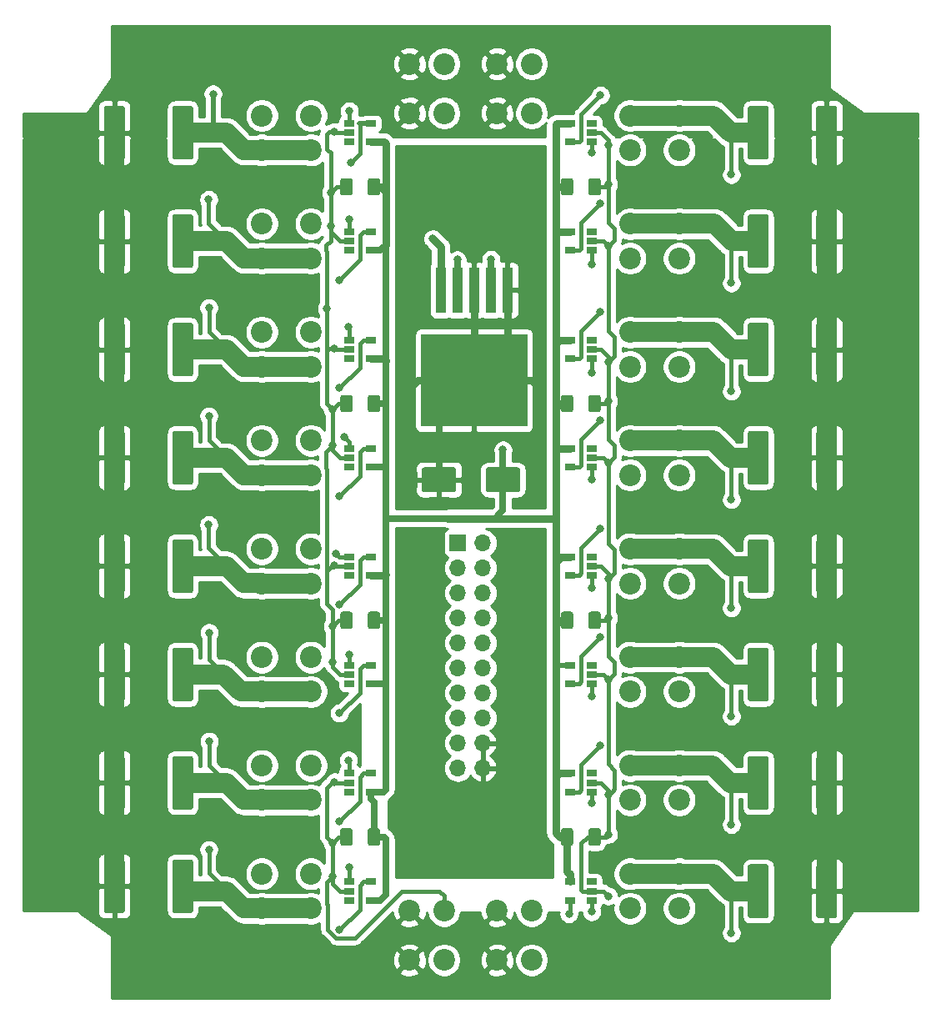
<source format=gbr>
G04 #@! TF.GenerationSoftware,KiCad,Pcbnew,(5.1.0)-1*
G04 #@! TF.CreationDate,2021-04-12T01:11:24+02:00*
G04 #@! TF.ProjectId,Magnetsteuerung,4d61676e-6574-4737-9465-756572756e67,rev?*
G04 #@! TF.SameCoordinates,Original*
G04 #@! TF.FileFunction,Copper,L2,Bot*
G04 #@! TF.FilePolarity,Positive*
%FSLAX46Y46*%
G04 Gerber Fmt 4.6, Leading zero omitted, Abs format (unit mm)*
G04 Created by KiCad (PCBNEW (5.1.0)-1) date 2021-04-12 01:11:24*
%MOMM*%
%LPD*%
G04 APERTURE LIST*
%ADD10R,1.060000X0.650000*%
%ADD11O,1.700000X1.700000*%
%ADD12R,1.700000X1.700000*%
%ADD13C,2.200000*%
%ADD14C,0.100000*%
%ADD15C,2.100000*%
%ADD16C,1.250000*%
%ADD17R,10.800000X9.400000*%
%ADD18R,1.100000X4.600000*%
%ADD19C,2.500000*%
%ADD20C,0.800000*%
%ADD21C,0.400000*%
%ADD22C,2.000000*%
%ADD23C,0.500000*%
%ADD24C,0.800000*%
%ADD25C,0.700000*%
%ADD26C,0.254000*%
G04 APERTURE END LIST*
D10*
X145100000Y-96550000D03*
X145100000Y-98450000D03*
X147300000Y-98450000D03*
X147300000Y-97500000D03*
X147300000Y-96550000D03*
X145100000Y-63550000D03*
X145100000Y-65450000D03*
X147300000Y-65450000D03*
X147300000Y-64500000D03*
X147300000Y-63550000D03*
X145100000Y-118550000D03*
X145100000Y-120450000D03*
X147300000Y-120450000D03*
X147300000Y-119500000D03*
X147300000Y-118550000D03*
X145100000Y-85550000D03*
X145100000Y-87450000D03*
X147300000Y-87450000D03*
X147300000Y-86500000D03*
X147300000Y-85550000D03*
X145100000Y-52550000D03*
X145100000Y-54450000D03*
X147300000Y-54450000D03*
X147300000Y-53500000D03*
X147300000Y-52550000D03*
X145100000Y-107550000D03*
X145100000Y-109450000D03*
X147300000Y-109450000D03*
X147300000Y-108500000D03*
X147300000Y-107550000D03*
X145100000Y-74550000D03*
X145100000Y-76450000D03*
X147300000Y-76450000D03*
X147300000Y-75500000D03*
X147300000Y-74550000D03*
X145100000Y-41550000D03*
X145100000Y-43450000D03*
X147300000Y-43450000D03*
X147300000Y-42500000D03*
X147300000Y-41550000D03*
X124900000Y-65450000D03*
X124900000Y-63550000D03*
X122700000Y-63550000D03*
X122700000Y-64500000D03*
X122700000Y-65450000D03*
X124900000Y-98450000D03*
X124900000Y-96550000D03*
X122700000Y-96550000D03*
X122700000Y-97500000D03*
X122700000Y-98450000D03*
X124900000Y-43450000D03*
X124900000Y-41550000D03*
X122700000Y-41550000D03*
X122700000Y-42500000D03*
X122700000Y-43450000D03*
X124900000Y-109450000D03*
X124900000Y-107550000D03*
X122700000Y-107550000D03*
X122700000Y-108500000D03*
X122700000Y-109450000D03*
X124900000Y-76450000D03*
X124900000Y-74550000D03*
X122700000Y-74550000D03*
X122700000Y-75500000D03*
X122700000Y-76450000D03*
X124900000Y-54450000D03*
X124900000Y-52550000D03*
X122700000Y-52550000D03*
X122700000Y-53500000D03*
X122700000Y-54450000D03*
X124900000Y-87450000D03*
X124900000Y-85550000D03*
X122700000Y-85550000D03*
X122700000Y-86500000D03*
X122700000Y-87450000D03*
X124900000Y-120450000D03*
X124900000Y-118550000D03*
X122700000Y-118550000D03*
X122700000Y-119500000D03*
X122700000Y-120450000D03*
D11*
X133725000Y-89225000D03*
X133725000Y-96845000D03*
X133725000Y-101925000D03*
X136265000Y-104465000D03*
X133725000Y-107005000D03*
X133725000Y-86685000D03*
X136265000Y-89225000D03*
X133725000Y-91765000D03*
X136265000Y-91765000D03*
X133725000Y-94305000D03*
X136265000Y-94305000D03*
X136265000Y-86685000D03*
D12*
X133725000Y-84145000D03*
D11*
X136265000Y-96845000D03*
X136265000Y-101925000D03*
X133725000Y-104465000D03*
X136265000Y-107005000D03*
X136265000Y-84145000D03*
X133725000Y-99385000D03*
X136265000Y-99385000D03*
D13*
X151200000Y-99250000D03*
X156200000Y-99250000D03*
X156200000Y-95750000D03*
X151200000Y-95750000D03*
X151200000Y-66250000D03*
X156200000Y-66250000D03*
X156200000Y-62750000D03*
X151200000Y-62750000D03*
X151200000Y-121250000D03*
X156200000Y-121250000D03*
X156200000Y-117750000D03*
X151200000Y-117750000D03*
X151200000Y-88250000D03*
X156200000Y-88250000D03*
X156200000Y-84750000D03*
X151200000Y-84750000D03*
X151200000Y-55250000D03*
X156200000Y-55250000D03*
X156200000Y-51750000D03*
X151200000Y-51750000D03*
X151200000Y-110250000D03*
X156200000Y-110250000D03*
X156200000Y-106750000D03*
X151200000Y-106750000D03*
X137700000Y-35500000D03*
X137700000Y-40500000D03*
X141200000Y-40500000D03*
X141200000Y-35500000D03*
X128800000Y-35500000D03*
X128800000Y-40500000D03*
X132300000Y-40500000D03*
X132300000Y-35500000D03*
X151200000Y-77250000D03*
X156200000Y-77250000D03*
X156200000Y-73750000D03*
X151200000Y-73750000D03*
X151200000Y-44250000D03*
X156200000Y-44250000D03*
X156200000Y-40750000D03*
X151200000Y-40750000D03*
X141200000Y-126500000D03*
X141200000Y-121500000D03*
X137700000Y-121500000D03*
X137700000Y-126500000D03*
X132300000Y-126500000D03*
X132300000Y-121500000D03*
X128800000Y-121500000D03*
X128800000Y-126500000D03*
X118800000Y-40750000D03*
X113800000Y-40750000D03*
X113800000Y-44250000D03*
X118800000Y-44250000D03*
X118800000Y-51750000D03*
X113800000Y-51750000D03*
X113800000Y-55250000D03*
X118800000Y-55250000D03*
X118800000Y-62750000D03*
X113800000Y-62750000D03*
X113800000Y-66250000D03*
X118800000Y-66250000D03*
X118800000Y-73750000D03*
X113800000Y-73750000D03*
X113800000Y-77250000D03*
X118800000Y-77250000D03*
X118800000Y-84750000D03*
X113800000Y-84750000D03*
X113800000Y-88250000D03*
X118800000Y-88250000D03*
X118800000Y-95750000D03*
X113800000Y-95750000D03*
X113800000Y-99250000D03*
X118800000Y-99250000D03*
X118800000Y-106750000D03*
X113800000Y-106750000D03*
X113800000Y-110250000D03*
X118800000Y-110250000D03*
X118800000Y-117750000D03*
X113800000Y-117750000D03*
X113800000Y-121250000D03*
X118800000Y-121250000D03*
D14*
G36*
X165049504Y-94776204D02*
G01*
X165073773Y-94779804D01*
X165097571Y-94785765D01*
X165120671Y-94794030D01*
X165142849Y-94804520D01*
X165163893Y-94817133D01*
X165183598Y-94831747D01*
X165201777Y-94848223D01*
X165218253Y-94866402D01*
X165232867Y-94886107D01*
X165245480Y-94907151D01*
X165255970Y-94929329D01*
X165264235Y-94952429D01*
X165270196Y-94976227D01*
X165273796Y-95000496D01*
X165275000Y-95025000D01*
X165275000Y-99975000D01*
X165273796Y-99999504D01*
X165270196Y-100023773D01*
X165264235Y-100047571D01*
X165255970Y-100070671D01*
X165245480Y-100092849D01*
X165232867Y-100113893D01*
X165218253Y-100133598D01*
X165201777Y-100151777D01*
X165183598Y-100168253D01*
X165163893Y-100182867D01*
X165142849Y-100195480D01*
X165120671Y-100205970D01*
X165097571Y-100214235D01*
X165073773Y-100220196D01*
X165049504Y-100223796D01*
X165025000Y-100225000D01*
X163425000Y-100225000D01*
X163400496Y-100223796D01*
X163376227Y-100220196D01*
X163352429Y-100214235D01*
X163329329Y-100205970D01*
X163307151Y-100195480D01*
X163286107Y-100182867D01*
X163266402Y-100168253D01*
X163248223Y-100151777D01*
X163231747Y-100133598D01*
X163217133Y-100113893D01*
X163204520Y-100092849D01*
X163194030Y-100070671D01*
X163185765Y-100047571D01*
X163179804Y-100023773D01*
X163176204Y-99999504D01*
X163175000Y-99975000D01*
X163175000Y-95025000D01*
X163176204Y-95000496D01*
X163179804Y-94976227D01*
X163185765Y-94952429D01*
X163194030Y-94929329D01*
X163204520Y-94907151D01*
X163217133Y-94886107D01*
X163231747Y-94866402D01*
X163248223Y-94848223D01*
X163266402Y-94831747D01*
X163286107Y-94817133D01*
X163307151Y-94804520D01*
X163329329Y-94794030D01*
X163352429Y-94785765D01*
X163376227Y-94779804D01*
X163400496Y-94776204D01*
X163425000Y-94775000D01*
X165025000Y-94775000D01*
X165049504Y-94776204D01*
X165049504Y-94776204D01*
G37*
D15*
X164225000Y-97500000D03*
D14*
G36*
X171999504Y-94776204D02*
G01*
X172023773Y-94779804D01*
X172047571Y-94785765D01*
X172070671Y-94794030D01*
X172092849Y-94804520D01*
X172113893Y-94817133D01*
X172133598Y-94831747D01*
X172151777Y-94848223D01*
X172168253Y-94866402D01*
X172182867Y-94886107D01*
X172195480Y-94907151D01*
X172205970Y-94929329D01*
X172214235Y-94952429D01*
X172220196Y-94976227D01*
X172223796Y-95000496D01*
X172225000Y-95025000D01*
X172225000Y-99975000D01*
X172223796Y-99999504D01*
X172220196Y-100023773D01*
X172214235Y-100047571D01*
X172205970Y-100070671D01*
X172195480Y-100092849D01*
X172182867Y-100113893D01*
X172168253Y-100133598D01*
X172151777Y-100151777D01*
X172133598Y-100168253D01*
X172113893Y-100182867D01*
X172092849Y-100195480D01*
X172070671Y-100205970D01*
X172047571Y-100214235D01*
X172023773Y-100220196D01*
X171999504Y-100223796D01*
X171975000Y-100225000D01*
X170375000Y-100225000D01*
X170350496Y-100223796D01*
X170326227Y-100220196D01*
X170302429Y-100214235D01*
X170279329Y-100205970D01*
X170257151Y-100195480D01*
X170236107Y-100182867D01*
X170216402Y-100168253D01*
X170198223Y-100151777D01*
X170181747Y-100133598D01*
X170167133Y-100113893D01*
X170154520Y-100092849D01*
X170144030Y-100070671D01*
X170135765Y-100047571D01*
X170129804Y-100023773D01*
X170126204Y-99999504D01*
X170125000Y-99975000D01*
X170125000Y-95025000D01*
X170126204Y-95000496D01*
X170129804Y-94976227D01*
X170135765Y-94952429D01*
X170144030Y-94929329D01*
X170154520Y-94907151D01*
X170167133Y-94886107D01*
X170181747Y-94866402D01*
X170198223Y-94848223D01*
X170216402Y-94831747D01*
X170236107Y-94817133D01*
X170257151Y-94804520D01*
X170279329Y-94794030D01*
X170302429Y-94785765D01*
X170326227Y-94779804D01*
X170350496Y-94776204D01*
X170375000Y-94775000D01*
X171975000Y-94775000D01*
X171999504Y-94776204D01*
X171999504Y-94776204D01*
G37*
D15*
X171175000Y-97500000D03*
D14*
G36*
X165049504Y-61776204D02*
G01*
X165073773Y-61779804D01*
X165097571Y-61785765D01*
X165120671Y-61794030D01*
X165142849Y-61804520D01*
X165163893Y-61817133D01*
X165183598Y-61831747D01*
X165201777Y-61848223D01*
X165218253Y-61866402D01*
X165232867Y-61886107D01*
X165245480Y-61907151D01*
X165255970Y-61929329D01*
X165264235Y-61952429D01*
X165270196Y-61976227D01*
X165273796Y-62000496D01*
X165275000Y-62025000D01*
X165275000Y-66975000D01*
X165273796Y-66999504D01*
X165270196Y-67023773D01*
X165264235Y-67047571D01*
X165255970Y-67070671D01*
X165245480Y-67092849D01*
X165232867Y-67113893D01*
X165218253Y-67133598D01*
X165201777Y-67151777D01*
X165183598Y-67168253D01*
X165163893Y-67182867D01*
X165142849Y-67195480D01*
X165120671Y-67205970D01*
X165097571Y-67214235D01*
X165073773Y-67220196D01*
X165049504Y-67223796D01*
X165025000Y-67225000D01*
X163425000Y-67225000D01*
X163400496Y-67223796D01*
X163376227Y-67220196D01*
X163352429Y-67214235D01*
X163329329Y-67205970D01*
X163307151Y-67195480D01*
X163286107Y-67182867D01*
X163266402Y-67168253D01*
X163248223Y-67151777D01*
X163231747Y-67133598D01*
X163217133Y-67113893D01*
X163204520Y-67092849D01*
X163194030Y-67070671D01*
X163185765Y-67047571D01*
X163179804Y-67023773D01*
X163176204Y-66999504D01*
X163175000Y-66975000D01*
X163175000Y-62025000D01*
X163176204Y-62000496D01*
X163179804Y-61976227D01*
X163185765Y-61952429D01*
X163194030Y-61929329D01*
X163204520Y-61907151D01*
X163217133Y-61886107D01*
X163231747Y-61866402D01*
X163248223Y-61848223D01*
X163266402Y-61831747D01*
X163286107Y-61817133D01*
X163307151Y-61804520D01*
X163329329Y-61794030D01*
X163352429Y-61785765D01*
X163376227Y-61779804D01*
X163400496Y-61776204D01*
X163425000Y-61775000D01*
X165025000Y-61775000D01*
X165049504Y-61776204D01*
X165049504Y-61776204D01*
G37*
D15*
X164225000Y-64500000D03*
D14*
G36*
X171999504Y-61776204D02*
G01*
X172023773Y-61779804D01*
X172047571Y-61785765D01*
X172070671Y-61794030D01*
X172092849Y-61804520D01*
X172113893Y-61817133D01*
X172133598Y-61831747D01*
X172151777Y-61848223D01*
X172168253Y-61866402D01*
X172182867Y-61886107D01*
X172195480Y-61907151D01*
X172205970Y-61929329D01*
X172214235Y-61952429D01*
X172220196Y-61976227D01*
X172223796Y-62000496D01*
X172225000Y-62025000D01*
X172225000Y-66975000D01*
X172223796Y-66999504D01*
X172220196Y-67023773D01*
X172214235Y-67047571D01*
X172205970Y-67070671D01*
X172195480Y-67092849D01*
X172182867Y-67113893D01*
X172168253Y-67133598D01*
X172151777Y-67151777D01*
X172133598Y-67168253D01*
X172113893Y-67182867D01*
X172092849Y-67195480D01*
X172070671Y-67205970D01*
X172047571Y-67214235D01*
X172023773Y-67220196D01*
X171999504Y-67223796D01*
X171975000Y-67225000D01*
X170375000Y-67225000D01*
X170350496Y-67223796D01*
X170326227Y-67220196D01*
X170302429Y-67214235D01*
X170279329Y-67205970D01*
X170257151Y-67195480D01*
X170236107Y-67182867D01*
X170216402Y-67168253D01*
X170198223Y-67151777D01*
X170181747Y-67133598D01*
X170167133Y-67113893D01*
X170154520Y-67092849D01*
X170144030Y-67070671D01*
X170135765Y-67047571D01*
X170129804Y-67023773D01*
X170126204Y-66999504D01*
X170125000Y-66975000D01*
X170125000Y-62025000D01*
X170126204Y-62000496D01*
X170129804Y-61976227D01*
X170135765Y-61952429D01*
X170144030Y-61929329D01*
X170154520Y-61907151D01*
X170167133Y-61886107D01*
X170181747Y-61866402D01*
X170198223Y-61848223D01*
X170216402Y-61831747D01*
X170236107Y-61817133D01*
X170257151Y-61804520D01*
X170279329Y-61794030D01*
X170302429Y-61785765D01*
X170326227Y-61779804D01*
X170350496Y-61776204D01*
X170375000Y-61775000D01*
X171975000Y-61775000D01*
X171999504Y-61776204D01*
X171999504Y-61776204D01*
G37*
D15*
X171175000Y-64500000D03*
D14*
G36*
X165049504Y-116776204D02*
G01*
X165073773Y-116779804D01*
X165097571Y-116785765D01*
X165120671Y-116794030D01*
X165142849Y-116804520D01*
X165163893Y-116817133D01*
X165183598Y-116831747D01*
X165201777Y-116848223D01*
X165218253Y-116866402D01*
X165232867Y-116886107D01*
X165245480Y-116907151D01*
X165255970Y-116929329D01*
X165264235Y-116952429D01*
X165270196Y-116976227D01*
X165273796Y-117000496D01*
X165275000Y-117025000D01*
X165275000Y-121975000D01*
X165273796Y-121999504D01*
X165270196Y-122023773D01*
X165264235Y-122047571D01*
X165255970Y-122070671D01*
X165245480Y-122092849D01*
X165232867Y-122113893D01*
X165218253Y-122133598D01*
X165201777Y-122151777D01*
X165183598Y-122168253D01*
X165163893Y-122182867D01*
X165142849Y-122195480D01*
X165120671Y-122205970D01*
X165097571Y-122214235D01*
X165073773Y-122220196D01*
X165049504Y-122223796D01*
X165025000Y-122225000D01*
X163425000Y-122225000D01*
X163400496Y-122223796D01*
X163376227Y-122220196D01*
X163352429Y-122214235D01*
X163329329Y-122205970D01*
X163307151Y-122195480D01*
X163286107Y-122182867D01*
X163266402Y-122168253D01*
X163248223Y-122151777D01*
X163231747Y-122133598D01*
X163217133Y-122113893D01*
X163204520Y-122092849D01*
X163194030Y-122070671D01*
X163185765Y-122047571D01*
X163179804Y-122023773D01*
X163176204Y-121999504D01*
X163175000Y-121975000D01*
X163175000Y-117025000D01*
X163176204Y-117000496D01*
X163179804Y-116976227D01*
X163185765Y-116952429D01*
X163194030Y-116929329D01*
X163204520Y-116907151D01*
X163217133Y-116886107D01*
X163231747Y-116866402D01*
X163248223Y-116848223D01*
X163266402Y-116831747D01*
X163286107Y-116817133D01*
X163307151Y-116804520D01*
X163329329Y-116794030D01*
X163352429Y-116785765D01*
X163376227Y-116779804D01*
X163400496Y-116776204D01*
X163425000Y-116775000D01*
X165025000Y-116775000D01*
X165049504Y-116776204D01*
X165049504Y-116776204D01*
G37*
D15*
X164225000Y-119500000D03*
D14*
G36*
X171999504Y-116776204D02*
G01*
X172023773Y-116779804D01*
X172047571Y-116785765D01*
X172070671Y-116794030D01*
X172092849Y-116804520D01*
X172113893Y-116817133D01*
X172133598Y-116831747D01*
X172151777Y-116848223D01*
X172168253Y-116866402D01*
X172182867Y-116886107D01*
X172195480Y-116907151D01*
X172205970Y-116929329D01*
X172214235Y-116952429D01*
X172220196Y-116976227D01*
X172223796Y-117000496D01*
X172225000Y-117025000D01*
X172225000Y-121975000D01*
X172223796Y-121999504D01*
X172220196Y-122023773D01*
X172214235Y-122047571D01*
X172205970Y-122070671D01*
X172195480Y-122092849D01*
X172182867Y-122113893D01*
X172168253Y-122133598D01*
X172151777Y-122151777D01*
X172133598Y-122168253D01*
X172113893Y-122182867D01*
X172092849Y-122195480D01*
X172070671Y-122205970D01*
X172047571Y-122214235D01*
X172023773Y-122220196D01*
X171999504Y-122223796D01*
X171975000Y-122225000D01*
X170375000Y-122225000D01*
X170350496Y-122223796D01*
X170326227Y-122220196D01*
X170302429Y-122214235D01*
X170279329Y-122205970D01*
X170257151Y-122195480D01*
X170236107Y-122182867D01*
X170216402Y-122168253D01*
X170198223Y-122151777D01*
X170181747Y-122133598D01*
X170167133Y-122113893D01*
X170154520Y-122092849D01*
X170144030Y-122070671D01*
X170135765Y-122047571D01*
X170129804Y-122023773D01*
X170126204Y-121999504D01*
X170125000Y-121975000D01*
X170125000Y-117025000D01*
X170126204Y-117000496D01*
X170129804Y-116976227D01*
X170135765Y-116952429D01*
X170144030Y-116929329D01*
X170154520Y-116907151D01*
X170167133Y-116886107D01*
X170181747Y-116866402D01*
X170198223Y-116848223D01*
X170216402Y-116831747D01*
X170236107Y-116817133D01*
X170257151Y-116804520D01*
X170279329Y-116794030D01*
X170302429Y-116785765D01*
X170326227Y-116779804D01*
X170350496Y-116776204D01*
X170375000Y-116775000D01*
X171975000Y-116775000D01*
X171999504Y-116776204D01*
X171999504Y-116776204D01*
G37*
D15*
X171175000Y-119500000D03*
D14*
G36*
X165049504Y-83776204D02*
G01*
X165073773Y-83779804D01*
X165097571Y-83785765D01*
X165120671Y-83794030D01*
X165142849Y-83804520D01*
X165163893Y-83817133D01*
X165183598Y-83831747D01*
X165201777Y-83848223D01*
X165218253Y-83866402D01*
X165232867Y-83886107D01*
X165245480Y-83907151D01*
X165255970Y-83929329D01*
X165264235Y-83952429D01*
X165270196Y-83976227D01*
X165273796Y-84000496D01*
X165275000Y-84025000D01*
X165275000Y-88975000D01*
X165273796Y-88999504D01*
X165270196Y-89023773D01*
X165264235Y-89047571D01*
X165255970Y-89070671D01*
X165245480Y-89092849D01*
X165232867Y-89113893D01*
X165218253Y-89133598D01*
X165201777Y-89151777D01*
X165183598Y-89168253D01*
X165163893Y-89182867D01*
X165142849Y-89195480D01*
X165120671Y-89205970D01*
X165097571Y-89214235D01*
X165073773Y-89220196D01*
X165049504Y-89223796D01*
X165025000Y-89225000D01*
X163425000Y-89225000D01*
X163400496Y-89223796D01*
X163376227Y-89220196D01*
X163352429Y-89214235D01*
X163329329Y-89205970D01*
X163307151Y-89195480D01*
X163286107Y-89182867D01*
X163266402Y-89168253D01*
X163248223Y-89151777D01*
X163231747Y-89133598D01*
X163217133Y-89113893D01*
X163204520Y-89092849D01*
X163194030Y-89070671D01*
X163185765Y-89047571D01*
X163179804Y-89023773D01*
X163176204Y-88999504D01*
X163175000Y-88975000D01*
X163175000Y-84025000D01*
X163176204Y-84000496D01*
X163179804Y-83976227D01*
X163185765Y-83952429D01*
X163194030Y-83929329D01*
X163204520Y-83907151D01*
X163217133Y-83886107D01*
X163231747Y-83866402D01*
X163248223Y-83848223D01*
X163266402Y-83831747D01*
X163286107Y-83817133D01*
X163307151Y-83804520D01*
X163329329Y-83794030D01*
X163352429Y-83785765D01*
X163376227Y-83779804D01*
X163400496Y-83776204D01*
X163425000Y-83775000D01*
X165025000Y-83775000D01*
X165049504Y-83776204D01*
X165049504Y-83776204D01*
G37*
D15*
X164225000Y-86500000D03*
D14*
G36*
X171999504Y-83776204D02*
G01*
X172023773Y-83779804D01*
X172047571Y-83785765D01*
X172070671Y-83794030D01*
X172092849Y-83804520D01*
X172113893Y-83817133D01*
X172133598Y-83831747D01*
X172151777Y-83848223D01*
X172168253Y-83866402D01*
X172182867Y-83886107D01*
X172195480Y-83907151D01*
X172205970Y-83929329D01*
X172214235Y-83952429D01*
X172220196Y-83976227D01*
X172223796Y-84000496D01*
X172225000Y-84025000D01*
X172225000Y-88975000D01*
X172223796Y-88999504D01*
X172220196Y-89023773D01*
X172214235Y-89047571D01*
X172205970Y-89070671D01*
X172195480Y-89092849D01*
X172182867Y-89113893D01*
X172168253Y-89133598D01*
X172151777Y-89151777D01*
X172133598Y-89168253D01*
X172113893Y-89182867D01*
X172092849Y-89195480D01*
X172070671Y-89205970D01*
X172047571Y-89214235D01*
X172023773Y-89220196D01*
X171999504Y-89223796D01*
X171975000Y-89225000D01*
X170375000Y-89225000D01*
X170350496Y-89223796D01*
X170326227Y-89220196D01*
X170302429Y-89214235D01*
X170279329Y-89205970D01*
X170257151Y-89195480D01*
X170236107Y-89182867D01*
X170216402Y-89168253D01*
X170198223Y-89151777D01*
X170181747Y-89133598D01*
X170167133Y-89113893D01*
X170154520Y-89092849D01*
X170144030Y-89070671D01*
X170135765Y-89047571D01*
X170129804Y-89023773D01*
X170126204Y-88999504D01*
X170125000Y-88975000D01*
X170125000Y-84025000D01*
X170126204Y-84000496D01*
X170129804Y-83976227D01*
X170135765Y-83952429D01*
X170144030Y-83929329D01*
X170154520Y-83907151D01*
X170167133Y-83886107D01*
X170181747Y-83866402D01*
X170198223Y-83848223D01*
X170216402Y-83831747D01*
X170236107Y-83817133D01*
X170257151Y-83804520D01*
X170279329Y-83794030D01*
X170302429Y-83785765D01*
X170326227Y-83779804D01*
X170350496Y-83776204D01*
X170375000Y-83775000D01*
X171975000Y-83775000D01*
X171999504Y-83776204D01*
X171999504Y-83776204D01*
G37*
D15*
X171175000Y-86500000D03*
D14*
G36*
X165049504Y-50776204D02*
G01*
X165073773Y-50779804D01*
X165097571Y-50785765D01*
X165120671Y-50794030D01*
X165142849Y-50804520D01*
X165163893Y-50817133D01*
X165183598Y-50831747D01*
X165201777Y-50848223D01*
X165218253Y-50866402D01*
X165232867Y-50886107D01*
X165245480Y-50907151D01*
X165255970Y-50929329D01*
X165264235Y-50952429D01*
X165270196Y-50976227D01*
X165273796Y-51000496D01*
X165275000Y-51025000D01*
X165275000Y-55975000D01*
X165273796Y-55999504D01*
X165270196Y-56023773D01*
X165264235Y-56047571D01*
X165255970Y-56070671D01*
X165245480Y-56092849D01*
X165232867Y-56113893D01*
X165218253Y-56133598D01*
X165201777Y-56151777D01*
X165183598Y-56168253D01*
X165163893Y-56182867D01*
X165142849Y-56195480D01*
X165120671Y-56205970D01*
X165097571Y-56214235D01*
X165073773Y-56220196D01*
X165049504Y-56223796D01*
X165025000Y-56225000D01*
X163425000Y-56225000D01*
X163400496Y-56223796D01*
X163376227Y-56220196D01*
X163352429Y-56214235D01*
X163329329Y-56205970D01*
X163307151Y-56195480D01*
X163286107Y-56182867D01*
X163266402Y-56168253D01*
X163248223Y-56151777D01*
X163231747Y-56133598D01*
X163217133Y-56113893D01*
X163204520Y-56092849D01*
X163194030Y-56070671D01*
X163185765Y-56047571D01*
X163179804Y-56023773D01*
X163176204Y-55999504D01*
X163175000Y-55975000D01*
X163175000Y-51025000D01*
X163176204Y-51000496D01*
X163179804Y-50976227D01*
X163185765Y-50952429D01*
X163194030Y-50929329D01*
X163204520Y-50907151D01*
X163217133Y-50886107D01*
X163231747Y-50866402D01*
X163248223Y-50848223D01*
X163266402Y-50831747D01*
X163286107Y-50817133D01*
X163307151Y-50804520D01*
X163329329Y-50794030D01*
X163352429Y-50785765D01*
X163376227Y-50779804D01*
X163400496Y-50776204D01*
X163425000Y-50775000D01*
X165025000Y-50775000D01*
X165049504Y-50776204D01*
X165049504Y-50776204D01*
G37*
D15*
X164225000Y-53500000D03*
D14*
G36*
X171999504Y-50776204D02*
G01*
X172023773Y-50779804D01*
X172047571Y-50785765D01*
X172070671Y-50794030D01*
X172092849Y-50804520D01*
X172113893Y-50817133D01*
X172133598Y-50831747D01*
X172151777Y-50848223D01*
X172168253Y-50866402D01*
X172182867Y-50886107D01*
X172195480Y-50907151D01*
X172205970Y-50929329D01*
X172214235Y-50952429D01*
X172220196Y-50976227D01*
X172223796Y-51000496D01*
X172225000Y-51025000D01*
X172225000Y-55975000D01*
X172223796Y-55999504D01*
X172220196Y-56023773D01*
X172214235Y-56047571D01*
X172205970Y-56070671D01*
X172195480Y-56092849D01*
X172182867Y-56113893D01*
X172168253Y-56133598D01*
X172151777Y-56151777D01*
X172133598Y-56168253D01*
X172113893Y-56182867D01*
X172092849Y-56195480D01*
X172070671Y-56205970D01*
X172047571Y-56214235D01*
X172023773Y-56220196D01*
X171999504Y-56223796D01*
X171975000Y-56225000D01*
X170375000Y-56225000D01*
X170350496Y-56223796D01*
X170326227Y-56220196D01*
X170302429Y-56214235D01*
X170279329Y-56205970D01*
X170257151Y-56195480D01*
X170236107Y-56182867D01*
X170216402Y-56168253D01*
X170198223Y-56151777D01*
X170181747Y-56133598D01*
X170167133Y-56113893D01*
X170154520Y-56092849D01*
X170144030Y-56070671D01*
X170135765Y-56047571D01*
X170129804Y-56023773D01*
X170126204Y-55999504D01*
X170125000Y-55975000D01*
X170125000Y-51025000D01*
X170126204Y-51000496D01*
X170129804Y-50976227D01*
X170135765Y-50952429D01*
X170144030Y-50929329D01*
X170154520Y-50907151D01*
X170167133Y-50886107D01*
X170181747Y-50866402D01*
X170198223Y-50848223D01*
X170216402Y-50831747D01*
X170236107Y-50817133D01*
X170257151Y-50804520D01*
X170279329Y-50794030D01*
X170302429Y-50785765D01*
X170326227Y-50779804D01*
X170350496Y-50776204D01*
X170375000Y-50775000D01*
X171975000Y-50775000D01*
X171999504Y-50776204D01*
X171999504Y-50776204D01*
G37*
D15*
X171175000Y-53500000D03*
D14*
G36*
X165049504Y-105776204D02*
G01*
X165073773Y-105779804D01*
X165097571Y-105785765D01*
X165120671Y-105794030D01*
X165142849Y-105804520D01*
X165163893Y-105817133D01*
X165183598Y-105831747D01*
X165201777Y-105848223D01*
X165218253Y-105866402D01*
X165232867Y-105886107D01*
X165245480Y-105907151D01*
X165255970Y-105929329D01*
X165264235Y-105952429D01*
X165270196Y-105976227D01*
X165273796Y-106000496D01*
X165275000Y-106025000D01*
X165275000Y-110975000D01*
X165273796Y-110999504D01*
X165270196Y-111023773D01*
X165264235Y-111047571D01*
X165255970Y-111070671D01*
X165245480Y-111092849D01*
X165232867Y-111113893D01*
X165218253Y-111133598D01*
X165201777Y-111151777D01*
X165183598Y-111168253D01*
X165163893Y-111182867D01*
X165142849Y-111195480D01*
X165120671Y-111205970D01*
X165097571Y-111214235D01*
X165073773Y-111220196D01*
X165049504Y-111223796D01*
X165025000Y-111225000D01*
X163425000Y-111225000D01*
X163400496Y-111223796D01*
X163376227Y-111220196D01*
X163352429Y-111214235D01*
X163329329Y-111205970D01*
X163307151Y-111195480D01*
X163286107Y-111182867D01*
X163266402Y-111168253D01*
X163248223Y-111151777D01*
X163231747Y-111133598D01*
X163217133Y-111113893D01*
X163204520Y-111092849D01*
X163194030Y-111070671D01*
X163185765Y-111047571D01*
X163179804Y-111023773D01*
X163176204Y-110999504D01*
X163175000Y-110975000D01*
X163175000Y-106025000D01*
X163176204Y-106000496D01*
X163179804Y-105976227D01*
X163185765Y-105952429D01*
X163194030Y-105929329D01*
X163204520Y-105907151D01*
X163217133Y-105886107D01*
X163231747Y-105866402D01*
X163248223Y-105848223D01*
X163266402Y-105831747D01*
X163286107Y-105817133D01*
X163307151Y-105804520D01*
X163329329Y-105794030D01*
X163352429Y-105785765D01*
X163376227Y-105779804D01*
X163400496Y-105776204D01*
X163425000Y-105775000D01*
X165025000Y-105775000D01*
X165049504Y-105776204D01*
X165049504Y-105776204D01*
G37*
D15*
X164225000Y-108500000D03*
D14*
G36*
X171999504Y-105776204D02*
G01*
X172023773Y-105779804D01*
X172047571Y-105785765D01*
X172070671Y-105794030D01*
X172092849Y-105804520D01*
X172113893Y-105817133D01*
X172133598Y-105831747D01*
X172151777Y-105848223D01*
X172168253Y-105866402D01*
X172182867Y-105886107D01*
X172195480Y-105907151D01*
X172205970Y-105929329D01*
X172214235Y-105952429D01*
X172220196Y-105976227D01*
X172223796Y-106000496D01*
X172225000Y-106025000D01*
X172225000Y-110975000D01*
X172223796Y-110999504D01*
X172220196Y-111023773D01*
X172214235Y-111047571D01*
X172205970Y-111070671D01*
X172195480Y-111092849D01*
X172182867Y-111113893D01*
X172168253Y-111133598D01*
X172151777Y-111151777D01*
X172133598Y-111168253D01*
X172113893Y-111182867D01*
X172092849Y-111195480D01*
X172070671Y-111205970D01*
X172047571Y-111214235D01*
X172023773Y-111220196D01*
X171999504Y-111223796D01*
X171975000Y-111225000D01*
X170375000Y-111225000D01*
X170350496Y-111223796D01*
X170326227Y-111220196D01*
X170302429Y-111214235D01*
X170279329Y-111205970D01*
X170257151Y-111195480D01*
X170236107Y-111182867D01*
X170216402Y-111168253D01*
X170198223Y-111151777D01*
X170181747Y-111133598D01*
X170167133Y-111113893D01*
X170154520Y-111092849D01*
X170144030Y-111070671D01*
X170135765Y-111047571D01*
X170129804Y-111023773D01*
X170126204Y-110999504D01*
X170125000Y-110975000D01*
X170125000Y-106025000D01*
X170126204Y-106000496D01*
X170129804Y-105976227D01*
X170135765Y-105952429D01*
X170144030Y-105929329D01*
X170154520Y-105907151D01*
X170167133Y-105886107D01*
X170181747Y-105866402D01*
X170198223Y-105848223D01*
X170216402Y-105831747D01*
X170236107Y-105817133D01*
X170257151Y-105804520D01*
X170279329Y-105794030D01*
X170302429Y-105785765D01*
X170326227Y-105779804D01*
X170350496Y-105776204D01*
X170375000Y-105775000D01*
X171975000Y-105775000D01*
X171999504Y-105776204D01*
X171999504Y-105776204D01*
G37*
D15*
X171175000Y-108500000D03*
D14*
G36*
X165049504Y-72776204D02*
G01*
X165073773Y-72779804D01*
X165097571Y-72785765D01*
X165120671Y-72794030D01*
X165142849Y-72804520D01*
X165163893Y-72817133D01*
X165183598Y-72831747D01*
X165201777Y-72848223D01*
X165218253Y-72866402D01*
X165232867Y-72886107D01*
X165245480Y-72907151D01*
X165255970Y-72929329D01*
X165264235Y-72952429D01*
X165270196Y-72976227D01*
X165273796Y-73000496D01*
X165275000Y-73025000D01*
X165275000Y-77975000D01*
X165273796Y-77999504D01*
X165270196Y-78023773D01*
X165264235Y-78047571D01*
X165255970Y-78070671D01*
X165245480Y-78092849D01*
X165232867Y-78113893D01*
X165218253Y-78133598D01*
X165201777Y-78151777D01*
X165183598Y-78168253D01*
X165163893Y-78182867D01*
X165142849Y-78195480D01*
X165120671Y-78205970D01*
X165097571Y-78214235D01*
X165073773Y-78220196D01*
X165049504Y-78223796D01*
X165025000Y-78225000D01*
X163425000Y-78225000D01*
X163400496Y-78223796D01*
X163376227Y-78220196D01*
X163352429Y-78214235D01*
X163329329Y-78205970D01*
X163307151Y-78195480D01*
X163286107Y-78182867D01*
X163266402Y-78168253D01*
X163248223Y-78151777D01*
X163231747Y-78133598D01*
X163217133Y-78113893D01*
X163204520Y-78092849D01*
X163194030Y-78070671D01*
X163185765Y-78047571D01*
X163179804Y-78023773D01*
X163176204Y-77999504D01*
X163175000Y-77975000D01*
X163175000Y-73025000D01*
X163176204Y-73000496D01*
X163179804Y-72976227D01*
X163185765Y-72952429D01*
X163194030Y-72929329D01*
X163204520Y-72907151D01*
X163217133Y-72886107D01*
X163231747Y-72866402D01*
X163248223Y-72848223D01*
X163266402Y-72831747D01*
X163286107Y-72817133D01*
X163307151Y-72804520D01*
X163329329Y-72794030D01*
X163352429Y-72785765D01*
X163376227Y-72779804D01*
X163400496Y-72776204D01*
X163425000Y-72775000D01*
X165025000Y-72775000D01*
X165049504Y-72776204D01*
X165049504Y-72776204D01*
G37*
D15*
X164225000Y-75500000D03*
D14*
G36*
X171999504Y-72776204D02*
G01*
X172023773Y-72779804D01*
X172047571Y-72785765D01*
X172070671Y-72794030D01*
X172092849Y-72804520D01*
X172113893Y-72817133D01*
X172133598Y-72831747D01*
X172151777Y-72848223D01*
X172168253Y-72866402D01*
X172182867Y-72886107D01*
X172195480Y-72907151D01*
X172205970Y-72929329D01*
X172214235Y-72952429D01*
X172220196Y-72976227D01*
X172223796Y-73000496D01*
X172225000Y-73025000D01*
X172225000Y-77975000D01*
X172223796Y-77999504D01*
X172220196Y-78023773D01*
X172214235Y-78047571D01*
X172205970Y-78070671D01*
X172195480Y-78092849D01*
X172182867Y-78113893D01*
X172168253Y-78133598D01*
X172151777Y-78151777D01*
X172133598Y-78168253D01*
X172113893Y-78182867D01*
X172092849Y-78195480D01*
X172070671Y-78205970D01*
X172047571Y-78214235D01*
X172023773Y-78220196D01*
X171999504Y-78223796D01*
X171975000Y-78225000D01*
X170375000Y-78225000D01*
X170350496Y-78223796D01*
X170326227Y-78220196D01*
X170302429Y-78214235D01*
X170279329Y-78205970D01*
X170257151Y-78195480D01*
X170236107Y-78182867D01*
X170216402Y-78168253D01*
X170198223Y-78151777D01*
X170181747Y-78133598D01*
X170167133Y-78113893D01*
X170154520Y-78092849D01*
X170144030Y-78070671D01*
X170135765Y-78047571D01*
X170129804Y-78023773D01*
X170126204Y-77999504D01*
X170125000Y-77975000D01*
X170125000Y-73025000D01*
X170126204Y-73000496D01*
X170129804Y-72976227D01*
X170135765Y-72952429D01*
X170144030Y-72929329D01*
X170154520Y-72907151D01*
X170167133Y-72886107D01*
X170181747Y-72866402D01*
X170198223Y-72848223D01*
X170216402Y-72831747D01*
X170236107Y-72817133D01*
X170257151Y-72804520D01*
X170279329Y-72794030D01*
X170302429Y-72785765D01*
X170326227Y-72779804D01*
X170350496Y-72776204D01*
X170375000Y-72775000D01*
X171975000Y-72775000D01*
X171999504Y-72776204D01*
X171999504Y-72776204D01*
G37*
D15*
X171175000Y-75500000D03*
D14*
G36*
X165049504Y-39776204D02*
G01*
X165073773Y-39779804D01*
X165097571Y-39785765D01*
X165120671Y-39794030D01*
X165142849Y-39804520D01*
X165163893Y-39817133D01*
X165183598Y-39831747D01*
X165201777Y-39848223D01*
X165218253Y-39866402D01*
X165232867Y-39886107D01*
X165245480Y-39907151D01*
X165255970Y-39929329D01*
X165264235Y-39952429D01*
X165270196Y-39976227D01*
X165273796Y-40000496D01*
X165275000Y-40025000D01*
X165275000Y-44975000D01*
X165273796Y-44999504D01*
X165270196Y-45023773D01*
X165264235Y-45047571D01*
X165255970Y-45070671D01*
X165245480Y-45092849D01*
X165232867Y-45113893D01*
X165218253Y-45133598D01*
X165201777Y-45151777D01*
X165183598Y-45168253D01*
X165163893Y-45182867D01*
X165142849Y-45195480D01*
X165120671Y-45205970D01*
X165097571Y-45214235D01*
X165073773Y-45220196D01*
X165049504Y-45223796D01*
X165025000Y-45225000D01*
X163425000Y-45225000D01*
X163400496Y-45223796D01*
X163376227Y-45220196D01*
X163352429Y-45214235D01*
X163329329Y-45205970D01*
X163307151Y-45195480D01*
X163286107Y-45182867D01*
X163266402Y-45168253D01*
X163248223Y-45151777D01*
X163231747Y-45133598D01*
X163217133Y-45113893D01*
X163204520Y-45092849D01*
X163194030Y-45070671D01*
X163185765Y-45047571D01*
X163179804Y-45023773D01*
X163176204Y-44999504D01*
X163175000Y-44975000D01*
X163175000Y-40025000D01*
X163176204Y-40000496D01*
X163179804Y-39976227D01*
X163185765Y-39952429D01*
X163194030Y-39929329D01*
X163204520Y-39907151D01*
X163217133Y-39886107D01*
X163231747Y-39866402D01*
X163248223Y-39848223D01*
X163266402Y-39831747D01*
X163286107Y-39817133D01*
X163307151Y-39804520D01*
X163329329Y-39794030D01*
X163352429Y-39785765D01*
X163376227Y-39779804D01*
X163400496Y-39776204D01*
X163425000Y-39775000D01*
X165025000Y-39775000D01*
X165049504Y-39776204D01*
X165049504Y-39776204D01*
G37*
D15*
X164225000Y-42500000D03*
D14*
G36*
X171999504Y-39776204D02*
G01*
X172023773Y-39779804D01*
X172047571Y-39785765D01*
X172070671Y-39794030D01*
X172092849Y-39804520D01*
X172113893Y-39817133D01*
X172133598Y-39831747D01*
X172151777Y-39848223D01*
X172168253Y-39866402D01*
X172182867Y-39886107D01*
X172195480Y-39907151D01*
X172205970Y-39929329D01*
X172214235Y-39952429D01*
X172220196Y-39976227D01*
X172223796Y-40000496D01*
X172225000Y-40025000D01*
X172225000Y-44975000D01*
X172223796Y-44999504D01*
X172220196Y-45023773D01*
X172214235Y-45047571D01*
X172205970Y-45070671D01*
X172195480Y-45092849D01*
X172182867Y-45113893D01*
X172168253Y-45133598D01*
X172151777Y-45151777D01*
X172133598Y-45168253D01*
X172113893Y-45182867D01*
X172092849Y-45195480D01*
X172070671Y-45205970D01*
X172047571Y-45214235D01*
X172023773Y-45220196D01*
X171999504Y-45223796D01*
X171975000Y-45225000D01*
X170375000Y-45225000D01*
X170350496Y-45223796D01*
X170326227Y-45220196D01*
X170302429Y-45214235D01*
X170279329Y-45205970D01*
X170257151Y-45195480D01*
X170236107Y-45182867D01*
X170216402Y-45168253D01*
X170198223Y-45151777D01*
X170181747Y-45133598D01*
X170167133Y-45113893D01*
X170154520Y-45092849D01*
X170144030Y-45070671D01*
X170135765Y-45047571D01*
X170129804Y-45023773D01*
X170126204Y-44999504D01*
X170125000Y-44975000D01*
X170125000Y-40025000D01*
X170126204Y-40000496D01*
X170129804Y-39976227D01*
X170135765Y-39952429D01*
X170144030Y-39929329D01*
X170154520Y-39907151D01*
X170167133Y-39886107D01*
X170181747Y-39866402D01*
X170198223Y-39848223D01*
X170216402Y-39831747D01*
X170236107Y-39817133D01*
X170257151Y-39804520D01*
X170279329Y-39794030D01*
X170302429Y-39785765D01*
X170326227Y-39779804D01*
X170350496Y-39776204D01*
X170375000Y-39775000D01*
X171975000Y-39775000D01*
X171999504Y-39776204D01*
X171999504Y-39776204D01*
G37*
D15*
X171175000Y-42500000D03*
D14*
G36*
X147999504Y-113126204D02*
G01*
X148023773Y-113129804D01*
X148047571Y-113135765D01*
X148070671Y-113144030D01*
X148092849Y-113154520D01*
X148113893Y-113167133D01*
X148133598Y-113181747D01*
X148151777Y-113198223D01*
X148168253Y-113216402D01*
X148182867Y-113236107D01*
X148195480Y-113257151D01*
X148205970Y-113279329D01*
X148214235Y-113302429D01*
X148220196Y-113326227D01*
X148223796Y-113350496D01*
X148225000Y-113375000D01*
X148225000Y-114625000D01*
X148223796Y-114649504D01*
X148220196Y-114673773D01*
X148214235Y-114697571D01*
X148205970Y-114720671D01*
X148195480Y-114742849D01*
X148182867Y-114763893D01*
X148168253Y-114783598D01*
X148151777Y-114801777D01*
X148133598Y-114818253D01*
X148113893Y-114832867D01*
X148092849Y-114845480D01*
X148070671Y-114855970D01*
X148047571Y-114864235D01*
X148023773Y-114870196D01*
X147999504Y-114873796D01*
X147975000Y-114875000D01*
X147225000Y-114875000D01*
X147200496Y-114873796D01*
X147176227Y-114870196D01*
X147152429Y-114864235D01*
X147129329Y-114855970D01*
X147107151Y-114845480D01*
X147086107Y-114832867D01*
X147066402Y-114818253D01*
X147048223Y-114801777D01*
X147031747Y-114783598D01*
X147017133Y-114763893D01*
X147004520Y-114742849D01*
X146994030Y-114720671D01*
X146985765Y-114697571D01*
X146979804Y-114673773D01*
X146976204Y-114649504D01*
X146975000Y-114625000D01*
X146975000Y-113375000D01*
X146976204Y-113350496D01*
X146979804Y-113326227D01*
X146985765Y-113302429D01*
X146994030Y-113279329D01*
X147004520Y-113257151D01*
X147017133Y-113236107D01*
X147031747Y-113216402D01*
X147048223Y-113198223D01*
X147066402Y-113181747D01*
X147086107Y-113167133D01*
X147107151Y-113154520D01*
X147129329Y-113144030D01*
X147152429Y-113135765D01*
X147176227Y-113129804D01*
X147200496Y-113126204D01*
X147225000Y-113125000D01*
X147975000Y-113125000D01*
X147999504Y-113126204D01*
X147999504Y-113126204D01*
G37*
D16*
X147600000Y-114000000D03*
D14*
G36*
X145199504Y-113126204D02*
G01*
X145223773Y-113129804D01*
X145247571Y-113135765D01*
X145270671Y-113144030D01*
X145292849Y-113154520D01*
X145313893Y-113167133D01*
X145333598Y-113181747D01*
X145351777Y-113198223D01*
X145368253Y-113216402D01*
X145382867Y-113236107D01*
X145395480Y-113257151D01*
X145405970Y-113279329D01*
X145414235Y-113302429D01*
X145420196Y-113326227D01*
X145423796Y-113350496D01*
X145425000Y-113375000D01*
X145425000Y-114625000D01*
X145423796Y-114649504D01*
X145420196Y-114673773D01*
X145414235Y-114697571D01*
X145405970Y-114720671D01*
X145395480Y-114742849D01*
X145382867Y-114763893D01*
X145368253Y-114783598D01*
X145351777Y-114801777D01*
X145333598Y-114818253D01*
X145313893Y-114832867D01*
X145292849Y-114845480D01*
X145270671Y-114855970D01*
X145247571Y-114864235D01*
X145223773Y-114870196D01*
X145199504Y-114873796D01*
X145175000Y-114875000D01*
X144425000Y-114875000D01*
X144400496Y-114873796D01*
X144376227Y-114870196D01*
X144352429Y-114864235D01*
X144329329Y-114855970D01*
X144307151Y-114845480D01*
X144286107Y-114832867D01*
X144266402Y-114818253D01*
X144248223Y-114801777D01*
X144231747Y-114783598D01*
X144217133Y-114763893D01*
X144204520Y-114742849D01*
X144194030Y-114720671D01*
X144185765Y-114697571D01*
X144179804Y-114673773D01*
X144176204Y-114649504D01*
X144175000Y-114625000D01*
X144175000Y-113375000D01*
X144176204Y-113350496D01*
X144179804Y-113326227D01*
X144185765Y-113302429D01*
X144194030Y-113279329D01*
X144204520Y-113257151D01*
X144217133Y-113236107D01*
X144231747Y-113216402D01*
X144248223Y-113198223D01*
X144266402Y-113181747D01*
X144286107Y-113167133D01*
X144307151Y-113154520D01*
X144329329Y-113144030D01*
X144352429Y-113135765D01*
X144376227Y-113129804D01*
X144400496Y-113126204D01*
X144425000Y-113125000D01*
X145175000Y-113125000D01*
X145199504Y-113126204D01*
X145199504Y-113126204D01*
G37*
D16*
X144800000Y-114000000D03*
D14*
G36*
X147999504Y-91126204D02*
G01*
X148023773Y-91129804D01*
X148047571Y-91135765D01*
X148070671Y-91144030D01*
X148092849Y-91154520D01*
X148113893Y-91167133D01*
X148133598Y-91181747D01*
X148151777Y-91198223D01*
X148168253Y-91216402D01*
X148182867Y-91236107D01*
X148195480Y-91257151D01*
X148205970Y-91279329D01*
X148214235Y-91302429D01*
X148220196Y-91326227D01*
X148223796Y-91350496D01*
X148225000Y-91375000D01*
X148225000Y-92625000D01*
X148223796Y-92649504D01*
X148220196Y-92673773D01*
X148214235Y-92697571D01*
X148205970Y-92720671D01*
X148195480Y-92742849D01*
X148182867Y-92763893D01*
X148168253Y-92783598D01*
X148151777Y-92801777D01*
X148133598Y-92818253D01*
X148113893Y-92832867D01*
X148092849Y-92845480D01*
X148070671Y-92855970D01*
X148047571Y-92864235D01*
X148023773Y-92870196D01*
X147999504Y-92873796D01*
X147975000Y-92875000D01*
X147225000Y-92875000D01*
X147200496Y-92873796D01*
X147176227Y-92870196D01*
X147152429Y-92864235D01*
X147129329Y-92855970D01*
X147107151Y-92845480D01*
X147086107Y-92832867D01*
X147066402Y-92818253D01*
X147048223Y-92801777D01*
X147031747Y-92783598D01*
X147017133Y-92763893D01*
X147004520Y-92742849D01*
X146994030Y-92720671D01*
X146985765Y-92697571D01*
X146979804Y-92673773D01*
X146976204Y-92649504D01*
X146975000Y-92625000D01*
X146975000Y-91375000D01*
X146976204Y-91350496D01*
X146979804Y-91326227D01*
X146985765Y-91302429D01*
X146994030Y-91279329D01*
X147004520Y-91257151D01*
X147017133Y-91236107D01*
X147031747Y-91216402D01*
X147048223Y-91198223D01*
X147066402Y-91181747D01*
X147086107Y-91167133D01*
X147107151Y-91154520D01*
X147129329Y-91144030D01*
X147152429Y-91135765D01*
X147176227Y-91129804D01*
X147200496Y-91126204D01*
X147225000Y-91125000D01*
X147975000Y-91125000D01*
X147999504Y-91126204D01*
X147999504Y-91126204D01*
G37*
D16*
X147600000Y-92000000D03*
D14*
G36*
X145199504Y-91126204D02*
G01*
X145223773Y-91129804D01*
X145247571Y-91135765D01*
X145270671Y-91144030D01*
X145292849Y-91154520D01*
X145313893Y-91167133D01*
X145333598Y-91181747D01*
X145351777Y-91198223D01*
X145368253Y-91216402D01*
X145382867Y-91236107D01*
X145395480Y-91257151D01*
X145405970Y-91279329D01*
X145414235Y-91302429D01*
X145420196Y-91326227D01*
X145423796Y-91350496D01*
X145425000Y-91375000D01*
X145425000Y-92625000D01*
X145423796Y-92649504D01*
X145420196Y-92673773D01*
X145414235Y-92697571D01*
X145405970Y-92720671D01*
X145395480Y-92742849D01*
X145382867Y-92763893D01*
X145368253Y-92783598D01*
X145351777Y-92801777D01*
X145333598Y-92818253D01*
X145313893Y-92832867D01*
X145292849Y-92845480D01*
X145270671Y-92855970D01*
X145247571Y-92864235D01*
X145223773Y-92870196D01*
X145199504Y-92873796D01*
X145175000Y-92875000D01*
X144425000Y-92875000D01*
X144400496Y-92873796D01*
X144376227Y-92870196D01*
X144352429Y-92864235D01*
X144329329Y-92855970D01*
X144307151Y-92845480D01*
X144286107Y-92832867D01*
X144266402Y-92818253D01*
X144248223Y-92801777D01*
X144231747Y-92783598D01*
X144217133Y-92763893D01*
X144204520Y-92742849D01*
X144194030Y-92720671D01*
X144185765Y-92697571D01*
X144179804Y-92673773D01*
X144176204Y-92649504D01*
X144175000Y-92625000D01*
X144175000Y-91375000D01*
X144176204Y-91350496D01*
X144179804Y-91326227D01*
X144185765Y-91302429D01*
X144194030Y-91279329D01*
X144204520Y-91257151D01*
X144217133Y-91236107D01*
X144231747Y-91216402D01*
X144248223Y-91198223D01*
X144266402Y-91181747D01*
X144286107Y-91167133D01*
X144307151Y-91154520D01*
X144329329Y-91144030D01*
X144352429Y-91135765D01*
X144376227Y-91129804D01*
X144400496Y-91126204D01*
X144425000Y-91125000D01*
X145175000Y-91125000D01*
X145199504Y-91126204D01*
X145199504Y-91126204D01*
G37*
D16*
X144800000Y-92000000D03*
D14*
G36*
X147999504Y-69126204D02*
G01*
X148023773Y-69129804D01*
X148047571Y-69135765D01*
X148070671Y-69144030D01*
X148092849Y-69154520D01*
X148113893Y-69167133D01*
X148133598Y-69181747D01*
X148151777Y-69198223D01*
X148168253Y-69216402D01*
X148182867Y-69236107D01*
X148195480Y-69257151D01*
X148205970Y-69279329D01*
X148214235Y-69302429D01*
X148220196Y-69326227D01*
X148223796Y-69350496D01*
X148225000Y-69375000D01*
X148225000Y-70625000D01*
X148223796Y-70649504D01*
X148220196Y-70673773D01*
X148214235Y-70697571D01*
X148205970Y-70720671D01*
X148195480Y-70742849D01*
X148182867Y-70763893D01*
X148168253Y-70783598D01*
X148151777Y-70801777D01*
X148133598Y-70818253D01*
X148113893Y-70832867D01*
X148092849Y-70845480D01*
X148070671Y-70855970D01*
X148047571Y-70864235D01*
X148023773Y-70870196D01*
X147999504Y-70873796D01*
X147975000Y-70875000D01*
X147225000Y-70875000D01*
X147200496Y-70873796D01*
X147176227Y-70870196D01*
X147152429Y-70864235D01*
X147129329Y-70855970D01*
X147107151Y-70845480D01*
X147086107Y-70832867D01*
X147066402Y-70818253D01*
X147048223Y-70801777D01*
X147031747Y-70783598D01*
X147017133Y-70763893D01*
X147004520Y-70742849D01*
X146994030Y-70720671D01*
X146985765Y-70697571D01*
X146979804Y-70673773D01*
X146976204Y-70649504D01*
X146975000Y-70625000D01*
X146975000Y-69375000D01*
X146976204Y-69350496D01*
X146979804Y-69326227D01*
X146985765Y-69302429D01*
X146994030Y-69279329D01*
X147004520Y-69257151D01*
X147017133Y-69236107D01*
X147031747Y-69216402D01*
X147048223Y-69198223D01*
X147066402Y-69181747D01*
X147086107Y-69167133D01*
X147107151Y-69154520D01*
X147129329Y-69144030D01*
X147152429Y-69135765D01*
X147176227Y-69129804D01*
X147200496Y-69126204D01*
X147225000Y-69125000D01*
X147975000Y-69125000D01*
X147999504Y-69126204D01*
X147999504Y-69126204D01*
G37*
D16*
X147600000Y-70000000D03*
D14*
G36*
X145199504Y-69126204D02*
G01*
X145223773Y-69129804D01*
X145247571Y-69135765D01*
X145270671Y-69144030D01*
X145292849Y-69154520D01*
X145313893Y-69167133D01*
X145333598Y-69181747D01*
X145351777Y-69198223D01*
X145368253Y-69216402D01*
X145382867Y-69236107D01*
X145395480Y-69257151D01*
X145405970Y-69279329D01*
X145414235Y-69302429D01*
X145420196Y-69326227D01*
X145423796Y-69350496D01*
X145425000Y-69375000D01*
X145425000Y-70625000D01*
X145423796Y-70649504D01*
X145420196Y-70673773D01*
X145414235Y-70697571D01*
X145405970Y-70720671D01*
X145395480Y-70742849D01*
X145382867Y-70763893D01*
X145368253Y-70783598D01*
X145351777Y-70801777D01*
X145333598Y-70818253D01*
X145313893Y-70832867D01*
X145292849Y-70845480D01*
X145270671Y-70855970D01*
X145247571Y-70864235D01*
X145223773Y-70870196D01*
X145199504Y-70873796D01*
X145175000Y-70875000D01*
X144425000Y-70875000D01*
X144400496Y-70873796D01*
X144376227Y-70870196D01*
X144352429Y-70864235D01*
X144329329Y-70855970D01*
X144307151Y-70845480D01*
X144286107Y-70832867D01*
X144266402Y-70818253D01*
X144248223Y-70801777D01*
X144231747Y-70783598D01*
X144217133Y-70763893D01*
X144204520Y-70742849D01*
X144194030Y-70720671D01*
X144185765Y-70697571D01*
X144179804Y-70673773D01*
X144176204Y-70649504D01*
X144175000Y-70625000D01*
X144175000Y-69375000D01*
X144176204Y-69350496D01*
X144179804Y-69326227D01*
X144185765Y-69302429D01*
X144194030Y-69279329D01*
X144204520Y-69257151D01*
X144217133Y-69236107D01*
X144231747Y-69216402D01*
X144248223Y-69198223D01*
X144266402Y-69181747D01*
X144286107Y-69167133D01*
X144307151Y-69154520D01*
X144329329Y-69144030D01*
X144352429Y-69135765D01*
X144376227Y-69129804D01*
X144400496Y-69126204D01*
X144425000Y-69125000D01*
X145175000Y-69125000D01*
X145199504Y-69126204D01*
X145199504Y-69126204D01*
G37*
D16*
X144800000Y-70000000D03*
D14*
G36*
X147999504Y-47126204D02*
G01*
X148023773Y-47129804D01*
X148047571Y-47135765D01*
X148070671Y-47144030D01*
X148092849Y-47154520D01*
X148113893Y-47167133D01*
X148133598Y-47181747D01*
X148151777Y-47198223D01*
X148168253Y-47216402D01*
X148182867Y-47236107D01*
X148195480Y-47257151D01*
X148205970Y-47279329D01*
X148214235Y-47302429D01*
X148220196Y-47326227D01*
X148223796Y-47350496D01*
X148225000Y-47375000D01*
X148225000Y-48625000D01*
X148223796Y-48649504D01*
X148220196Y-48673773D01*
X148214235Y-48697571D01*
X148205970Y-48720671D01*
X148195480Y-48742849D01*
X148182867Y-48763893D01*
X148168253Y-48783598D01*
X148151777Y-48801777D01*
X148133598Y-48818253D01*
X148113893Y-48832867D01*
X148092849Y-48845480D01*
X148070671Y-48855970D01*
X148047571Y-48864235D01*
X148023773Y-48870196D01*
X147999504Y-48873796D01*
X147975000Y-48875000D01*
X147225000Y-48875000D01*
X147200496Y-48873796D01*
X147176227Y-48870196D01*
X147152429Y-48864235D01*
X147129329Y-48855970D01*
X147107151Y-48845480D01*
X147086107Y-48832867D01*
X147066402Y-48818253D01*
X147048223Y-48801777D01*
X147031747Y-48783598D01*
X147017133Y-48763893D01*
X147004520Y-48742849D01*
X146994030Y-48720671D01*
X146985765Y-48697571D01*
X146979804Y-48673773D01*
X146976204Y-48649504D01*
X146975000Y-48625000D01*
X146975000Y-47375000D01*
X146976204Y-47350496D01*
X146979804Y-47326227D01*
X146985765Y-47302429D01*
X146994030Y-47279329D01*
X147004520Y-47257151D01*
X147017133Y-47236107D01*
X147031747Y-47216402D01*
X147048223Y-47198223D01*
X147066402Y-47181747D01*
X147086107Y-47167133D01*
X147107151Y-47154520D01*
X147129329Y-47144030D01*
X147152429Y-47135765D01*
X147176227Y-47129804D01*
X147200496Y-47126204D01*
X147225000Y-47125000D01*
X147975000Y-47125000D01*
X147999504Y-47126204D01*
X147999504Y-47126204D01*
G37*
D16*
X147600000Y-48000000D03*
D14*
G36*
X145199504Y-47126204D02*
G01*
X145223773Y-47129804D01*
X145247571Y-47135765D01*
X145270671Y-47144030D01*
X145292849Y-47154520D01*
X145313893Y-47167133D01*
X145333598Y-47181747D01*
X145351777Y-47198223D01*
X145368253Y-47216402D01*
X145382867Y-47236107D01*
X145395480Y-47257151D01*
X145405970Y-47279329D01*
X145414235Y-47302429D01*
X145420196Y-47326227D01*
X145423796Y-47350496D01*
X145425000Y-47375000D01*
X145425000Y-48625000D01*
X145423796Y-48649504D01*
X145420196Y-48673773D01*
X145414235Y-48697571D01*
X145405970Y-48720671D01*
X145395480Y-48742849D01*
X145382867Y-48763893D01*
X145368253Y-48783598D01*
X145351777Y-48801777D01*
X145333598Y-48818253D01*
X145313893Y-48832867D01*
X145292849Y-48845480D01*
X145270671Y-48855970D01*
X145247571Y-48864235D01*
X145223773Y-48870196D01*
X145199504Y-48873796D01*
X145175000Y-48875000D01*
X144425000Y-48875000D01*
X144400496Y-48873796D01*
X144376227Y-48870196D01*
X144352429Y-48864235D01*
X144329329Y-48855970D01*
X144307151Y-48845480D01*
X144286107Y-48832867D01*
X144266402Y-48818253D01*
X144248223Y-48801777D01*
X144231747Y-48783598D01*
X144217133Y-48763893D01*
X144204520Y-48742849D01*
X144194030Y-48720671D01*
X144185765Y-48697571D01*
X144179804Y-48673773D01*
X144176204Y-48649504D01*
X144175000Y-48625000D01*
X144175000Y-47375000D01*
X144176204Y-47350496D01*
X144179804Y-47326227D01*
X144185765Y-47302429D01*
X144194030Y-47279329D01*
X144204520Y-47257151D01*
X144217133Y-47236107D01*
X144231747Y-47216402D01*
X144248223Y-47198223D01*
X144266402Y-47181747D01*
X144286107Y-47167133D01*
X144307151Y-47154520D01*
X144329329Y-47144030D01*
X144352429Y-47135765D01*
X144376227Y-47129804D01*
X144400496Y-47126204D01*
X144425000Y-47125000D01*
X145175000Y-47125000D01*
X145199504Y-47126204D01*
X145199504Y-47126204D01*
G37*
D16*
X144800000Y-48000000D03*
D14*
G36*
X99649504Y-61776204D02*
G01*
X99673773Y-61779804D01*
X99697571Y-61785765D01*
X99720671Y-61794030D01*
X99742849Y-61804520D01*
X99763893Y-61817133D01*
X99783598Y-61831747D01*
X99801777Y-61848223D01*
X99818253Y-61866402D01*
X99832867Y-61886107D01*
X99845480Y-61907151D01*
X99855970Y-61929329D01*
X99864235Y-61952429D01*
X99870196Y-61976227D01*
X99873796Y-62000496D01*
X99875000Y-62025000D01*
X99875000Y-66975000D01*
X99873796Y-66999504D01*
X99870196Y-67023773D01*
X99864235Y-67047571D01*
X99855970Y-67070671D01*
X99845480Y-67092849D01*
X99832867Y-67113893D01*
X99818253Y-67133598D01*
X99801777Y-67151777D01*
X99783598Y-67168253D01*
X99763893Y-67182867D01*
X99742849Y-67195480D01*
X99720671Y-67205970D01*
X99697571Y-67214235D01*
X99673773Y-67220196D01*
X99649504Y-67223796D01*
X99625000Y-67225000D01*
X98025000Y-67225000D01*
X98000496Y-67223796D01*
X97976227Y-67220196D01*
X97952429Y-67214235D01*
X97929329Y-67205970D01*
X97907151Y-67195480D01*
X97886107Y-67182867D01*
X97866402Y-67168253D01*
X97848223Y-67151777D01*
X97831747Y-67133598D01*
X97817133Y-67113893D01*
X97804520Y-67092849D01*
X97794030Y-67070671D01*
X97785765Y-67047571D01*
X97779804Y-67023773D01*
X97776204Y-66999504D01*
X97775000Y-66975000D01*
X97775000Y-62025000D01*
X97776204Y-62000496D01*
X97779804Y-61976227D01*
X97785765Y-61952429D01*
X97794030Y-61929329D01*
X97804520Y-61907151D01*
X97817133Y-61886107D01*
X97831747Y-61866402D01*
X97848223Y-61848223D01*
X97866402Y-61831747D01*
X97886107Y-61817133D01*
X97907151Y-61804520D01*
X97929329Y-61794030D01*
X97952429Y-61785765D01*
X97976227Y-61779804D01*
X98000496Y-61776204D01*
X98025000Y-61775000D01*
X99625000Y-61775000D01*
X99649504Y-61776204D01*
X99649504Y-61776204D01*
G37*
D15*
X98825000Y-64500000D03*
D14*
G36*
X106599504Y-61776204D02*
G01*
X106623773Y-61779804D01*
X106647571Y-61785765D01*
X106670671Y-61794030D01*
X106692849Y-61804520D01*
X106713893Y-61817133D01*
X106733598Y-61831747D01*
X106751777Y-61848223D01*
X106768253Y-61866402D01*
X106782867Y-61886107D01*
X106795480Y-61907151D01*
X106805970Y-61929329D01*
X106814235Y-61952429D01*
X106820196Y-61976227D01*
X106823796Y-62000496D01*
X106825000Y-62025000D01*
X106825000Y-66975000D01*
X106823796Y-66999504D01*
X106820196Y-67023773D01*
X106814235Y-67047571D01*
X106805970Y-67070671D01*
X106795480Y-67092849D01*
X106782867Y-67113893D01*
X106768253Y-67133598D01*
X106751777Y-67151777D01*
X106733598Y-67168253D01*
X106713893Y-67182867D01*
X106692849Y-67195480D01*
X106670671Y-67205970D01*
X106647571Y-67214235D01*
X106623773Y-67220196D01*
X106599504Y-67223796D01*
X106575000Y-67225000D01*
X104975000Y-67225000D01*
X104950496Y-67223796D01*
X104926227Y-67220196D01*
X104902429Y-67214235D01*
X104879329Y-67205970D01*
X104857151Y-67195480D01*
X104836107Y-67182867D01*
X104816402Y-67168253D01*
X104798223Y-67151777D01*
X104781747Y-67133598D01*
X104767133Y-67113893D01*
X104754520Y-67092849D01*
X104744030Y-67070671D01*
X104735765Y-67047571D01*
X104729804Y-67023773D01*
X104726204Y-66999504D01*
X104725000Y-66975000D01*
X104725000Y-62025000D01*
X104726204Y-62000496D01*
X104729804Y-61976227D01*
X104735765Y-61952429D01*
X104744030Y-61929329D01*
X104754520Y-61907151D01*
X104767133Y-61886107D01*
X104781747Y-61866402D01*
X104798223Y-61848223D01*
X104816402Y-61831747D01*
X104836107Y-61817133D01*
X104857151Y-61804520D01*
X104879329Y-61794030D01*
X104902429Y-61785765D01*
X104926227Y-61779804D01*
X104950496Y-61776204D01*
X104975000Y-61775000D01*
X106575000Y-61775000D01*
X106599504Y-61776204D01*
X106599504Y-61776204D01*
G37*
D15*
X105775000Y-64500000D03*
D14*
G36*
X99649504Y-94776204D02*
G01*
X99673773Y-94779804D01*
X99697571Y-94785765D01*
X99720671Y-94794030D01*
X99742849Y-94804520D01*
X99763893Y-94817133D01*
X99783598Y-94831747D01*
X99801777Y-94848223D01*
X99818253Y-94866402D01*
X99832867Y-94886107D01*
X99845480Y-94907151D01*
X99855970Y-94929329D01*
X99864235Y-94952429D01*
X99870196Y-94976227D01*
X99873796Y-95000496D01*
X99875000Y-95025000D01*
X99875000Y-99975000D01*
X99873796Y-99999504D01*
X99870196Y-100023773D01*
X99864235Y-100047571D01*
X99855970Y-100070671D01*
X99845480Y-100092849D01*
X99832867Y-100113893D01*
X99818253Y-100133598D01*
X99801777Y-100151777D01*
X99783598Y-100168253D01*
X99763893Y-100182867D01*
X99742849Y-100195480D01*
X99720671Y-100205970D01*
X99697571Y-100214235D01*
X99673773Y-100220196D01*
X99649504Y-100223796D01*
X99625000Y-100225000D01*
X98025000Y-100225000D01*
X98000496Y-100223796D01*
X97976227Y-100220196D01*
X97952429Y-100214235D01*
X97929329Y-100205970D01*
X97907151Y-100195480D01*
X97886107Y-100182867D01*
X97866402Y-100168253D01*
X97848223Y-100151777D01*
X97831747Y-100133598D01*
X97817133Y-100113893D01*
X97804520Y-100092849D01*
X97794030Y-100070671D01*
X97785765Y-100047571D01*
X97779804Y-100023773D01*
X97776204Y-99999504D01*
X97775000Y-99975000D01*
X97775000Y-95025000D01*
X97776204Y-95000496D01*
X97779804Y-94976227D01*
X97785765Y-94952429D01*
X97794030Y-94929329D01*
X97804520Y-94907151D01*
X97817133Y-94886107D01*
X97831747Y-94866402D01*
X97848223Y-94848223D01*
X97866402Y-94831747D01*
X97886107Y-94817133D01*
X97907151Y-94804520D01*
X97929329Y-94794030D01*
X97952429Y-94785765D01*
X97976227Y-94779804D01*
X98000496Y-94776204D01*
X98025000Y-94775000D01*
X99625000Y-94775000D01*
X99649504Y-94776204D01*
X99649504Y-94776204D01*
G37*
D15*
X98825000Y-97500000D03*
D14*
G36*
X106599504Y-94776204D02*
G01*
X106623773Y-94779804D01*
X106647571Y-94785765D01*
X106670671Y-94794030D01*
X106692849Y-94804520D01*
X106713893Y-94817133D01*
X106733598Y-94831747D01*
X106751777Y-94848223D01*
X106768253Y-94866402D01*
X106782867Y-94886107D01*
X106795480Y-94907151D01*
X106805970Y-94929329D01*
X106814235Y-94952429D01*
X106820196Y-94976227D01*
X106823796Y-95000496D01*
X106825000Y-95025000D01*
X106825000Y-99975000D01*
X106823796Y-99999504D01*
X106820196Y-100023773D01*
X106814235Y-100047571D01*
X106805970Y-100070671D01*
X106795480Y-100092849D01*
X106782867Y-100113893D01*
X106768253Y-100133598D01*
X106751777Y-100151777D01*
X106733598Y-100168253D01*
X106713893Y-100182867D01*
X106692849Y-100195480D01*
X106670671Y-100205970D01*
X106647571Y-100214235D01*
X106623773Y-100220196D01*
X106599504Y-100223796D01*
X106575000Y-100225000D01*
X104975000Y-100225000D01*
X104950496Y-100223796D01*
X104926227Y-100220196D01*
X104902429Y-100214235D01*
X104879329Y-100205970D01*
X104857151Y-100195480D01*
X104836107Y-100182867D01*
X104816402Y-100168253D01*
X104798223Y-100151777D01*
X104781747Y-100133598D01*
X104767133Y-100113893D01*
X104754520Y-100092849D01*
X104744030Y-100070671D01*
X104735765Y-100047571D01*
X104729804Y-100023773D01*
X104726204Y-99999504D01*
X104725000Y-99975000D01*
X104725000Y-95025000D01*
X104726204Y-95000496D01*
X104729804Y-94976227D01*
X104735765Y-94952429D01*
X104744030Y-94929329D01*
X104754520Y-94907151D01*
X104767133Y-94886107D01*
X104781747Y-94866402D01*
X104798223Y-94848223D01*
X104816402Y-94831747D01*
X104836107Y-94817133D01*
X104857151Y-94804520D01*
X104879329Y-94794030D01*
X104902429Y-94785765D01*
X104926227Y-94779804D01*
X104950496Y-94776204D01*
X104975000Y-94775000D01*
X106575000Y-94775000D01*
X106599504Y-94776204D01*
X106599504Y-94776204D01*
G37*
D15*
X105775000Y-97500000D03*
D14*
G36*
X99649504Y-39776204D02*
G01*
X99673773Y-39779804D01*
X99697571Y-39785765D01*
X99720671Y-39794030D01*
X99742849Y-39804520D01*
X99763893Y-39817133D01*
X99783598Y-39831747D01*
X99801777Y-39848223D01*
X99818253Y-39866402D01*
X99832867Y-39886107D01*
X99845480Y-39907151D01*
X99855970Y-39929329D01*
X99864235Y-39952429D01*
X99870196Y-39976227D01*
X99873796Y-40000496D01*
X99875000Y-40025000D01*
X99875000Y-44975000D01*
X99873796Y-44999504D01*
X99870196Y-45023773D01*
X99864235Y-45047571D01*
X99855970Y-45070671D01*
X99845480Y-45092849D01*
X99832867Y-45113893D01*
X99818253Y-45133598D01*
X99801777Y-45151777D01*
X99783598Y-45168253D01*
X99763893Y-45182867D01*
X99742849Y-45195480D01*
X99720671Y-45205970D01*
X99697571Y-45214235D01*
X99673773Y-45220196D01*
X99649504Y-45223796D01*
X99625000Y-45225000D01*
X98025000Y-45225000D01*
X98000496Y-45223796D01*
X97976227Y-45220196D01*
X97952429Y-45214235D01*
X97929329Y-45205970D01*
X97907151Y-45195480D01*
X97886107Y-45182867D01*
X97866402Y-45168253D01*
X97848223Y-45151777D01*
X97831747Y-45133598D01*
X97817133Y-45113893D01*
X97804520Y-45092849D01*
X97794030Y-45070671D01*
X97785765Y-45047571D01*
X97779804Y-45023773D01*
X97776204Y-44999504D01*
X97775000Y-44975000D01*
X97775000Y-40025000D01*
X97776204Y-40000496D01*
X97779804Y-39976227D01*
X97785765Y-39952429D01*
X97794030Y-39929329D01*
X97804520Y-39907151D01*
X97817133Y-39886107D01*
X97831747Y-39866402D01*
X97848223Y-39848223D01*
X97866402Y-39831747D01*
X97886107Y-39817133D01*
X97907151Y-39804520D01*
X97929329Y-39794030D01*
X97952429Y-39785765D01*
X97976227Y-39779804D01*
X98000496Y-39776204D01*
X98025000Y-39775000D01*
X99625000Y-39775000D01*
X99649504Y-39776204D01*
X99649504Y-39776204D01*
G37*
D15*
X98825000Y-42500000D03*
D14*
G36*
X106599504Y-39776204D02*
G01*
X106623773Y-39779804D01*
X106647571Y-39785765D01*
X106670671Y-39794030D01*
X106692849Y-39804520D01*
X106713893Y-39817133D01*
X106733598Y-39831747D01*
X106751777Y-39848223D01*
X106768253Y-39866402D01*
X106782867Y-39886107D01*
X106795480Y-39907151D01*
X106805970Y-39929329D01*
X106814235Y-39952429D01*
X106820196Y-39976227D01*
X106823796Y-40000496D01*
X106825000Y-40025000D01*
X106825000Y-44975000D01*
X106823796Y-44999504D01*
X106820196Y-45023773D01*
X106814235Y-45047571D01*
X106805970Y-45070671D01*
X106795480Y-45092849D01*
X106782867Y-45113893D01*
X106768253Y-45133598D01*
X106751777Y-45151777D01*
X106733598Y-45168253D01*
X106713893Y-45182867D01*
X106692849Y-45195480D01*
X106670671Y-45205970D01*
X106647571Y-45214235D01*
X106623773Y-45220196D01*
X106599504Y-45223796D01*
X106575000Y-45225000D01*
X104975000Y-45225000D01*
X104950496Y-45223796D01*
X104926227Y-45220196D01*
X104902429Y-45214235D01*
X104879329Y-45205970D01*
X104857151Y-45195480D01*
X104836107Y-45182867D01*
X104816402Y-45168253D01*
X104798223Y-45151777D01*
X104781747Y-45133598D01*
X104767133Y-45113893D01*
X104754520Y-45092849D01*
X104744030Y-45070671D01*
X104735765Y-45047571D01*
X104729804Y-45023773D01*
X104726204Y-44999504D01*
X104725000Y-44975000D01*
X104725000Y-40025000D01*
X104726204Y-40000496D01*
X104729804Y-39976227D01*
X104735765Y-39952429D01*
X104744030Y-39929329D01*
X104754520Y-39907151D01*
X104767133Y-39886107D01*
X104781747Y-39866402D01*
X104798223Y-39848223D01*
X104816402Y-39831747D01*
X104836107Y-39817133D01*
X104857151Y-39804520D01*
X104879329Y-39794030D01*
X104902429Y-39785765D01*
X104926227Y-39779804D01*
X104950496Y-39776204D01*
X104975000Y-39775000D01*
X106575000Y-39775000D01*
X106599504Y-39776204D01*
X106599504Y-39776204D01*
G37*
D15*
X105775000Y-42500000D03*
D14*
G36*
X99649504Y-72776204D02*
G01*
X99673773Y-72779804D01*
X99697571Y-72785765D01*
X99720671Y-72794030D01*
X99742849Y-72804520D01*
X99763893Y-72817133D01*
X99783598Y-72831747D01*
X99801777Y-72848223D01*
X99818253Y-72866402D01*
X99832867Y-72886107D01*
X99845480Y-72907151D01*
X99855970Y-72929329D01*
X99864235Y-72952429D01*
X99870196Y-72976227D01*
X99873796Y-73000496D01*
X99875000Y-73025000D01*
X99875000Y-77975000D01*
X99873796Y-77999504D01*
X99870196Y-78023773D01*
X99864235Y-78047571D01*
X99855970Y-78070671D01*
X99845480Y-78092849D01*
X99832867Y-78113893D01*
X99818253Y-78133598D01*
X99801777Y-78151777D01*
X99783598Y-78168253D01*
X99763893Y-78182867D01*
X99742849Y-78195480D01*
X99720671Y-78205970D01*
X99697571Y-78214235D01*
X99673773Y-78220196D01*
X99649504Y-78223796D01*
X99625000Y-78225000D01*
X98025000Y-78225000D01*
X98000496Y-78223796D01*
X97976227Y-78220196D01*
X97952429Y-78214235D01*
X97929329Y-78205970D01*
X97907151Y-78195480D01*
X97886107Y-78182867D01*
X97866402Y-78168253D01*
X97848223Y-78151777D01*
X97831747Y-78133598D01*
X97817133Y-78113893D01*
X97804520Y-78092849D01*
X97794030Y-78070671D01*
X97785765Y-78047571D01*
X97779804Y-78023773D01*
X97776204Y-77999504D01*
X97775000Y-77975000D01*
X97775000Y-73025000D01*
X97776204Y-73000496D01*
X97779804Y-72976227D01*
X97785765Y-72952429D01*
X97794030Y-72929329D01*
X97804520Y-72907151D01*
X97817133Y-72886107D01*
X97831747Y-72866402D01*
X97848223Y-72848223D01*
X97866402Y-72831747D01*
X97886107Y-72817133D01*
X97907151Y-72804520D01*
X97929329Y-72794030D01*
X97952429Y-72785765D01*
X97976227Y-72779804D01*
X98000496Y-72776204D01*
X98025000Y-72775000D01*
X99625000Y-72775000D01*
X99649504Y-72776204D01*
X99649504Y-72776204D01*
G37*
D15*
X98825000Y-75500000D03*
D14*
G36*
X106599504Y-72776204D02*
G01*
X106623773Y-72779804D01*
X106647571Y-72785765D01*
X106670671Y-72794030D01*
X106692849Y-72804520D01*
X106713893Y-72817133D01*
X106733598Y-72831747D01*
X106751777Y-72848223D01*
X106768253Y-72866402D01*
X106782867Y-72886107D01*
X106795480Y-72907151D01*
X106805970Y-72929329D01*
X106814235Y-72952429D01*
X106820196Y-72976227D01*
X106823796Y-73000496D01*
X106825000Y-73025000D01*
X106825000Y-77975000D01*
X106823796Y-77999504D01*
X106820196Y-78023773D01*
X106814235Y-78047571D01*
X106805970Y-78070671D01*
X106795480Y-78092849D01*
X106782867Y-78113893D01*
X106768253Y-78133598D01*
X106751777Y-78151777D01*
X106733598Y-78168253D01*
X106713893Y-78182867D01*
X106692849Y-78195480D01*
X106670671Y-78205970D01*
X106647571Y-78214235D01*
X106623773Y-78220196D01*
X106599504Y-78223796D01*
X106575000Y-78225000D01*
X104975000Y-78225000D01*
X104950496Y-78223796D01*
X104926227Y-78220196D01*
X104902429Y-78214235D01*
X104879329Y-78205970D01*
X104857151Y-78195480D01*
X104836107Y-78182867D01*
X104816402Y-78168253D01*
X104798223Y-78151777D01*
X104781747Y-78133598D01*
X104767133Y-78113893D01*
X104754520Y-78092849D01*
X104744030Y-78070671D01*
X104735765Y-78047571D01*
X104729804Y-78023773D01*
X104726204Y-77999504D01*
X104725000Y-77975000D01*
X104725000Y-73025000D01*
X104726204Y-73000496D01*
X104729804Y-72976227D01*
X104735765Y-72952429D01*
X104744030Y-72929329D01*
X104754520Y-72907151D01*
X104767133Y-72886107D01*
X104781747Y-72866402D01*
X104798223Y-72848223D01*
X104816402Y-72831747D01*
X104836107Y-72817133D01*
X104857151Y-72804520D01*
X104879329Y-72794030D01*
X104902429Y-72785765D01*
X104926227Y-72779804D01*
X104950496Y-72776204D01*
X104975000Y-72775000D01*
X106575000Y-72775000D01*
X106599504Y-72776204D01*
X106599504Y-72776204D01*
G37*
D15*
X105775000Y-75500000D03*
D14*
G36*
X99649504Y-105776204D02*
G01*
X99673773Y-105779804D01*
X99697571Y-105785765D01*
X99720671Y-105794030D01*
X99742849Y-105804520D01*
X99763893Y-105817133D01*
X99783598Y-105831747D01*
X99801777Y-105848223D01*
X99818253Y-105866402D01*
X99832867Y-105886107D01*
X99845480Y-105907151D01*
X99855970Y-105929329D01*
X99864235Y-105952429D01*
X99870196Y-105976227D01*
X99873796Y-106000496D01*
X99875000Y-106025000D01*
X99875000Y-110975000D01*
X99873796Y-110999504D01*
X99870196Y-111023773D01*
X99864235Y-111047571D01*
X99855970Y-111070671D01*
X99845480Y-111092849D01*
X99832867Y-111113893D01*
X99818253Y-111133598D01*
X99801777Y-111151777D01*
X99783598Y-111168253D01*
X99763893Y-111182867D01*
X99742849Y-111195480D01*
X99720671Y-111205970D01*
X99697571Y-111214235D01*
X99673773Y-111220196D01*
X99649504Y-111223796D01*
X99625000Y-111225000D01*
X98025000Y-111225000D01*
X98000496Y-111223796D01*
X97976227Y-111220196D01*
X97952429Y-111214235D01*
X97929329Y-111205970D01*
X97907151Y-111195480D01*
X97886107Y-111182867D01*
X97866402Y-111168253D01*
X97848223Y-111151777D01*
X97831747Y-111133598D01*
X97817133Y-111113893D01*
X97804520Y-111092849D01*
X97794030Y-111070671D01*
X97785765Y-111047571D01*
X97779804Y-111023773D01*
X97776204Y-110999504D01*
X97775000Y-110975000D01*
X97775000Y-106025000D01*
X97776204Y-106000496D01*
X97779804Y-105976227D01*
X97785765Y-105952429D01*
X97794030Y-105929329D01*
X97804520Y-105907151D01*
X97817133Y-105886107D01*
X97831747Y-105866402D01*
X97848223Y-105848223D01*
X97866402Y-105831747D01*
X97886107Y-105817133D01*
X97907151Y-105804520D01*
X97929329Y-105794030D01*
X97952429Y-105785765D01*
X97976227Y-105779804D01*
X98000496Y-105776204D01*
X98025000Y-105775000D01*
X99625000Y-105775000D01*
X99649504Y-105776204D01*
X99649504Y-105776204D01*
G37*
D15*
X98825000Y-108500000D03*
D14*
G36*
X106599504Y-105776204D02*
G01*
X106623773Y-105779804D01*
X106647571Y-105785765D01*
X106670671Y-105794030D01*
X106692849Y-105804520D01*
X106713893Y-105817133D01*
X106733598Y-105831747D01*
X106751777Y-105848223D01*
X106768253Y-105866402D01*
X106782867Y-105886107D01*
X106795480Y-105907151D01*
X106805970Y-105929329D01*
X106814235Y-105952429D01*
X106820196Y-105976227D01*
X106823796Y-106000496D01*
X106825000Y-106025000D01*
X106825000Y-110975000D01*
X106823796Y-110999504D01*
X106820196Y-111023773D01*
X106814235Y-111047571D01*
X106805970Y-111070671D01*
X106795480Y-111092849D01*
X106782867Y-111113893D01*
X106768253Y-111133598D01*
X106751777Y-111151777D01*
X106733598Y-111168253D01*
X106713893Y-111182867D01*
X106692849Y-111195480D01*
X106670671Y-111205970D01*
X106647571Y-111214235D01*
X106623773Y-111220196D01*
X106599504Y-111223796D01*
X106575000Y-111225000D01*
X104975000Y-111225000D01*
X104950496Y-111223796D01*
X104926227Y-111220196D01*
X104902429Y-111214235D01*
X104879329Y-111205970D01*
X104857151Y-111195480D01*
X104836107Y-111182867D01*
X104816402Y-111168253D01*
X104798223Y-111151777D01*
X104781747Y-111133598D01*
X104767133Y-111113893D01*
X104754520Y-111092849D01*
X104744030Y-111070671D01*
X104735765Y-111047571D01*
X104729804Y-111023773D01*
X104726204Y-110999504D01*
X104725000Y-110975000D01*
X104725000Y-106025000D01*
X104726204Y-106000496D01*
X104729804Y-105976227D01*
X104735765Y-105952429D01*
X104744030Y-105929329D01*
X104754520Y-105907151D01*
X104767133Y-105886107D01*
X104781747Y-105866402D01*
X104798223Y-105848223D01*
X104816402Y-105831747D01*
X104836107Y-105817133D01*
X104857151Y-105804520D01*
X104879329Y-105794030D01*
X104902429Y-105785765D01*
X104926227Y-105779804D01*
X104950496Y-105776204D01*
X104975000Y-105775000D01*
X106575000Y-105775000D01*
X106599504Y-105776204D01*
X106599504Y-105776204D01*
G37*
D15*
X105775000Y-108500000D03*
D14*
G36*
X99649504Y-50776204D02*
G01*
X99673773Y-50779804D01*
X99697571Y-50785765D01*
X99720671Y-50794030D01*
X99742849Y-50804520D01*
X99763893Y-50817133D01*
X99783598Y-50831747D01*
X99801777Y-50848223D01*
X99818253Y-50866402D01*
X99832867Y-50886107D01*
X99845480Y-50907151D01*
X99855970Y-50929329D01*
X99864235Y-50952429D01*
X99870196Y-50976227D01*
X99873796Y-51000496D01*
X99875000Y-51025000D01*
X99875000Y-55975000D01*
X99873796Y-55999504D01*
X99870196Y-56023773D01*
X99864235Y-56047571D01*
X99855970Y-56070671D01*
X99845480Y-56092849D01*
X99832867Y-56113893D01*
X99818253Y-56133598D01*
X99801777Y-56151777D01*
X99783598Y-56168253D01*
X99763893Y-56182867D01*
X99742849Y-56195480D01*
X99720671Y-56205970D01*
X99697571Y-56214235D01*
X99673773Y-56220196D01*
X99649504Y-56223796D01*
X99625000Y-56225000D01*
X98025000Y-56225000D01*
X98000496Y-56223796D01*
X97976227Y-56220196D01*
X97952429Y-56214235D01*
X97929329Y-56205970D01*
X97907151Y-56195480D01*
X97886107Y-56182867D01*
X97866402Y-56168253D01*
X97848223Y-56151777D01*
X97831747Y-56133598D01*
X97817133Y-56113893D01*
X97804520Y-56092849D01*
X97794030Y-56070671D01*
X97785765Y-56047571D01*
X97779804Y-56023773D01*
X97776204Y-55999504D01*
X97775000Y-55975000D01*
X97775000Y-51025000D01*
X97776204Y-51000496D01*
X97779804Y-50976227D01*
X97785765Y-50952429D01*
X97794030Y-50929329D01*
X97804520Y-50907151D01*
X97817133Y-50886107D01*
X97831747Y-50866402D01*
X97848223Y-50848223D01*
X97866402Y-50831747D01*
X97886107Y-50817133D01*
X97907151Y-50804520D01*
X97929329Y-50794030D01*
X97952429Y-50785765D01*
X97976227Y-50779804D01*
X98000496Y-50776204D01*
X98025000Y-50775000D01*
X99625000Y-50775000D01*
X99649504Y-50776204D01*
X99649504Y-50776204D01*
G37*
D15*
X98825000Y-53500000D03*
D14*
G36*
X106599504Y-50776204D02*
G01*
X106623773Y-50779804D01*
X106647571Y-50785765D01*
X106670671Y-50794030D01*
X106692849Y-50804520D01*
X106713893Y-50817133D01*
X106733598Y-50831747D01*
X106751777Y-50848223D01*
X106768253Y-50866402D01*
X106782867Y-50886107D01*
X106795480Y-50907151D01*
X106805970Y-50929329D01*
X106814235Y-50952429D01*
X106820196Y-50976227D01*
X106823796Y-51000496D01*
X106825000Y-51025000D01*
X106825000Y-55975000D01*
X106823796Y-55999504D01*
X106820196Y-56023773D01*
X106814235Y-56047571D01*
X106805970Y-56070671D01*
X106795480Y-56092849D01*
X106782867Y-56113893D01*
X106768253Y-56133598D01*
X106751777Y-56151777D01*
X106733598Y-56168253D01*
X106713893Y-56182867D01*
X106692849Y-56195480D01*
X106670671Y-56205970D01*
X106647571Y-56214235D01*
X106623773Y-56220196D01*
X106599504Y-56223796D01*
X106575000Y-56225000D01*
X104975000Y-56225000D01*
X104950496Y-56223796D01*
X104926227Y-56220196D01*
X104902429Y-56214235D01*
X104879329Y-56205970D01*
X104857151Y-56195480D01*
X104836107Y-56182867D01*
X104816402Y-56168253D01*
X104798223Y-56151777D01*
X104781747Y-56133598D01*
X104767133Y-56113893D01*
X104754520Y-56092849D01*
X104744030Y-56070671D01*
X104735765Y-56047571D01*
X104729804Y-56023773D01*
X104726204Y-55999504D01*
X104725000Y-55975000D01*
X104725000Y-51025000D01*
X104726204Y-51000496D01*
X104729804Y-50976227D01*
X104735765Y-50952429D01*
X104744030Y-50929329D01*
X104754520Y-50907151D01*
X104767133Y-50886107D01*
X104781747Y-50866402D01*
X104798223Y-50848223D01*
X104816402Y-50831747D01*
X104836107Y-50817133D01*
X104857151Y-50804520D01*
X104879329Y-50794030D01*
X104902429Y-50785765D01*
X104926227Y-50779804D01*
X104950496Y-50776204D01*
X104975000Y-50775000D01*
X106575000Y-50775000D01*
X106599504Y-50776204D01*
X106599504Y-50776204D01*
G37*
D15*
X105775000Y-53500000D03*
D14*
G36*
X99649504Y-83776204D02*
G01*
X99673773Y-83779804D01*
X99697571Y-83785765D01*
X99720671Y-83794030D01*
X99742849Y-83804520D01*
X99763893Y-83817133D01*
X99783598Y-83831747D01*
X99801777Y-83848223D01*
X99818253Y-83866402D01*
X99832867Y-83886107D01*
X99845480Y-83907151D01*
X99855970Y-83929329D01*
X99864235Y-83952429D01*
X99870196Y-83976227D01*
X99873796Y-84000496D01*
X99875000Y-84025000D01*
X99875000Y-88975000D01*
X99873796Y-88999504D01*
X99870196Y-89023773D01*
X99864235Y-89047571D01*
X99855970Y-89070671D01*
X99845480Y-89092849D01*
X99832867Y-89113893D01*
X99818253Y-89133598D01*
X99801777Y-89151777D01*
X99783598Y-89168253D01*
X99763893Y-89182867D01*
X99742849Y-89195480D01*
X99720671Y-89205970D01*
X99697571Y-89214235D01*
X99673773Y-89220196D01*
X99649504Y-89223796D01*
X99625000Y-89225000D01*
X98025000Y-89225000D01*
X98000496Y-89223796D01*
X97976227Y-89220196D01*
X97952429Y-89214235D01*
X97929329Y-89205970D01*
X97907151Y-89195480D01*
X97886107Y-89182867D01*
X97866402Y-89168253D01*
X97848223Y-89151777D01*
X97831747Y-89133598D01*
X97817133Y-89113893D01*
X97804520Y-89092849D01*
X97794030Y-89070671D01*
X97785765Y-89047571D01*
X97779804Y-89023773D01*
X97776204Y-88999504D01*
X97775000Y-88975000D01*
X97775000Y-84025000D01*
X97776204Y-84000496D01*
X97779804Y-83976227D01*
X97785765Y-83952429D01*
X97794030Y-83929329D01*
X97804520Y-83907151D01*
X97817133Y-83886107D01*
X97831747Y-83866402D01*
X97848223Y-83848223D01*
X97866402Y-83831747D01*
X97886107Y-83817133D01*
X97907151Y-83804520D01*
X97929329Y-83794030D01*
X97952429Y-83785765D01*
X97976227Y-83779804D01*
X98000496Y-83776204D01*
X98025000Y-83775000D01*
X99625000Y-83775000D01*
X99649504Y-83776204D01*
X99649504Y-83776204D01*
G37*
D15*
X98825000Y-86500000D03*
D14*
G36*
X106599504Y-83776204D02*
G01*
X106623773Y-83779804D01*
X106647571Y-83785765D01*
X106670671Y-83794030D01*
X106692849Y-83804520D01*
X106713893Y-83817133D01*
X106733598Y-83831747D01*
X106751777Y-83848223D01*
X106768253Y-83866402D01*
X106782867Y-83886107D01*
X106795480Y-83907151D01*
X106805970Y-83929329D01*
X106814235Y-83952429D01*
X106820196Y-83976227D01*
X106823796Y-84000496D01*
X106825000Y-84025000D01*
X106825000Y-88975000D01*
X106823796Y-88999504D01*
X106820196Y-89023773D01*
X106814235Y-89047571D01*
X106805970Y-89070671D01*
X106795480Y-89092849D01*
X106782867Y-89113893D01*
X106768253Y-89133598D01*
X106751777Y-89151777D01*
X106733598Y-89168253D01*
X106713893Y-89182867D01*
X106692849Y-89195480D01*
X106670671Y-89205970D01*
X106647571Y-89214235D01*
X106623773Y-89220196D01*
X106599504Y-89223796D01*
X106575000Y-89225000D01*
X104975000Y-89225000D01*
X104950496Y-89223796D01*
X104926227Y-89220196D01*
X104902429Y-89214235D01*
X104879329Y-89205970D01*
X104857151Y-89195480D01*
X104836107Y-89182867D01*
X104816402Y-89168253D01*
X104798223Y-89151777D01*
X104781747Y-89133598D01*
X104767133Y-89113893D01*
X104754520Y-89092849D01*
X104744030Y-89070671D01*
X104735765Y-89047571D01*
X104729804Y-89023773D01*
X104726204Y-88999504D01*
X104725000Y-88975000D01*
X104725000Y-84025000D01*
X104726204Y-84000496D01*
X104729804Y-83976227D01*
X104735765Y-83952429D01*
X104744030Y-83929329D01*
X104754520Y-83907151D01*
X104767133Y-83886107D01*
X104781747Y-83866402D01*
X104798223Y-83848223D01*
X104816402Y-83831747D01*
X104836107Y-83817133D01*
X104857151Y-83804520D01*
X104879329Y-83794030D01*
X104902429Y-83785765D01*
X104926227Y-83779804D01*
X104950496Y-83776204D01*
X104975000Y-83775000D01*
X106575000Y-83775000D01*
X106599504Y-83776204D01*
X106599504Y-83776204D01*
G37*
D15*
X105775000Y-86500000D03*
D14*
G36*
X99649504Y-116276204D02*
G01*
X99673773Y-116279804D01*
X99697571Y-116285765D01*
X99720671Y-116294030D01*
X99742849Y-116304520D01*
X99763893Y-116317133D01*
X99783598Y-116331747D01*
X99801777Y-116348223D01*
X99818253Y-116366402D01*
X99832867Y-116386107D01*
X99845480Y-116407151D01*
X99855970Y-116429329D01*
X99864235Y-116452429D01*
X99870196Y-116476227D01*
X99873796Y-116500496D01*
X99875000Y-116525000D01*
X99875000Y-121475000D01*
X99873796Y-121499504D01*
X99870196Y-121523773D01*
X99864235Y-121547571D01*
X99855970Y-121570671D01*
X99845480Y-121592849D01*
X99832867Y-121613893D01*
X99818253Y-121633598D01*
X99801777Y-121651777D01*
X99783598Y-121668253D01*
X99763893Y-121682867D01*
X99742849Y-121695480D01*
X99720671Y-121705970D01*
X99697571Y-121714235D01*
X99673773Y-121720196D01*
X99649504Y-121723796D01*
X99625000Y-121725000D01*
X98025000Y-121725000D01*
X98000496Y-121723796D01*
X97976227Y-121720196D01*
X97952429Y-121714235D01*
X97929329Y-121705970D01*
X97907151Y-121695480D01*
X97886107Y-121682867D01*
X97866402Y-121668253D01*
X97848223Y-121651777D01*
X97831747Y-121633598D01*
X97817133Y-121613893D01*
X97804520Y-121592849D01*
X97794030Y-121570671D01*
X97785765Y-121547571D01*
X97779804Y-121523773D01*
X97776204Y-121499504D01*
X97775000Y-121475000D01*
X97775000Y-116525000D01*
X97776204Y-116500496D01*
X97779804Y-116476227D01*
X97785765Y-116452429D01*
X97794030Y-116429329D01*
X97804520Y-116407151D01*
X97817133Y-116386107D01*
X97831747Y-116366402D01*
X97848223Y-116348223D01*
X97866402Y-116331747D01*
X97886107Y-116317133D01*
X97907151Y-116304520D01*
X97929329Y-116294030D01*
X97952429Y-116285765D01*
X97976227Y-116279804D01*
X98000496Y-116276204D01*
X98025000Y-116275000D01*
X99625000Y-116275000D01*
X99649504Y-116276204D01*
X99649504Y-116276204D01*
G37*
D15*
X98825000Y-119000000D03*
D14*
G36*
X106599504Y-116276204D02*
G01*
X106623773Y-116279804D01*
X106647571Y-116285765D01*
X106670671Y-116294030D01*
X106692849Y-116304520D01*
X106713893Y-116317133D01*
X106733598Y-116331747D01*
X106751777Y-116348223D01*
X106768253Y-116366402D01*
X106782867Y-116386107D01*
X106795480Y-116407151D01*
X106805970Y-116429329D01*
X106814235Y-116452429D01*
X106820196Y-116476227D01*
X106823796Y-116500496D01*
X106825000Y-116525000D01*
X106825000Y-121475000D01*
X106823796Y-121499504D01*
X106820196Y-121523773D01*
X106814235Y-121547571D01*
X106805970Y-121570671D01*
X106795480Y-121592849D01*
X106782867Y-121613893D01*
X106768253Y-121633598D01*
X106751777Y-121651777D01*
X106733598Y-121668253D01*
X106713893Y-121682867D01*
X106692849Y-121695480D01*
X106670671Y-121705970D01*
X106647571Y-121714235D01*
X106623773Y-121720196D01*
X106599504Y-121723796D01*
X106575000Y-121725000D01*
X104975000Y-121725000D01*
X104950496Y-121723796D01*
X104926227Y-121720196D01*
X104902429Y-121714235D01*
X104879329Y-121705970D01*
X104857151Y-121695480D01*
X104836107Y-121682867D01*
X104816402Y-121668253D01*
X104798223Y-121651777D01*
X104781747Y-121633598D01*
X104767133Y-121613893D01*
X104754520Y-121592849D01*
X104744030Y-121570671D01*
X104735765Y-121547571D01*
X104729804Y-121523773D01*
X104726204Y-121499504D01*
X104725000Y-121475000D01*
X104725000Y-116525000D01*
X104726204Y-116500496D01*
X104729804Y-116476227D01*
X104735765Y-116452429D01*
X104744030Y-116429329D01*
X104754520Y-116407151D01*
X104767133Y-116386107D01*
X104781747Y-116366402D01*
X104798223Y-116348223D01*
X104816402Y-116331747D01*
X104836107Y-116317133D01*
X104857151Y-116304520D01*
X104879329Y-116294030D01*
X104902429Y-116285765D01*
X104926227Y-116279804D01*
X104950496Y-116276204D01*
X104975000Y-116275000D01*
X106575000Y-116275000D01*
X106599504Y-116276204D01*
X106599504Y-116276204D01*
G37*
D15*
X105775000Y-119000000D03*
D17*
X135360000Y-67635000D03*
D18*
X138760000Y-58485000D03*
X137060000Y-58485000D03*
X135360000Y-58485000D03*
X133660000Y-58485000D03*
X131960000Y-58485000D03*
D14*
G36*
X125599504Y-91126204D02*
G01*
X125623773Y-91129804D01*
X125647571Y-91135765D01*
X125670671Y-91144030D01*
X125692849Y-91154520D01*
X125713893Y-91167133D01*
X125733598Y-91181747D01*
X125751777Y-91198223D01*
X125768253Y-91216402D01*
X125782867Y-91236107D01*
X125795480Y-91257151D01*
X125805970Y-91279329D01*
X125814235Y-91302429D01*
X125820196Y-91326227D01*
X125823796Y-91350496D01*
X125825000Y-91375000D01*
X125825000Y-92625000D01*
X125823796Y-92649504D01*
X125820196Y-92673773D01*
X125814235Y-92697571D01*
X125805970Y-92720671D01*
X125795480Y-92742849D01*
X125782867Y-92763893D01*
X125768253Y-92783598D01*
X125751777Y-92801777D01*
X125733598Y-92818253D01*
X125713893Y-92832867D01*
X125692849Y-92845480D01*
X125670671Y-92855970D01*
X125647571Y-92864235D01*
X125623773Y-92870196D01*
X125599504Y-92873796D01*
X125575000Y-92875000D01*
X124825000Y-92875000D01*
X124800496Y-92873796D01*
X124776227Y-92870196D01*
X124752429Y-92864235D01*
X124729329Y-92855970D01*
X124707151Y-92845480D01*
X124686107Y-92832867D01*
X124666402Y-92818253D01*
X124648223Y-92801777D01*
X124631747Y-92783598D01*
X124617133Y-92763893D01*
X124604520Y-92742849D01*
X124594030Y-92720671D01*
X124585765Y-92697571D01*
X124579804Y-92673773D01*
X124576204Y-92649504D01*
X124575000Y-92625000D01*
X124575000Y-91375000D01*
X124576204Y-91350496D01*
X124579804Y-91326227D01*
X124585765Y-91302429D01*
X124594030Y-91279329D01*
X124604520Y-91257151D01*
X124617133Y-91236107D01*
X124631747Y-91216402D01*
X124648223Y-91198223D01*
X124666402Y-91181747D01*
X124686107Y-91167133D01*
X124707151Y-91154520D01*
X124729329Y-91144030D01*
X124752429Y-91135765D01*
X124776227Y-91129804D01*
X124800496Y-91126204D01*
X124825000Y-91125000D01*
X125575000Y-91125000D01*
X125599504Y-91126204D01*
X125599504Y-91126204D01*
G37*
D16*
X125200000Y-92000000D03*
D14*
G36*
X122799504Y-91126204D02*
G01*
X122823773Y-91129804D01*
X122847571Y-91135765D01*
X122870671Y-91144030D01*
X122892849Y-91154520D01*
X122913893Y-91167133D01*
X122933598Y-91181747D01*
X122951777Y-91198223D01*
X122968253Y-91216402D01*
X122982867Y-91236107D01*
X122995480Y-91257151D01*
X123005970Y-91279329D01*
X123014235Y-91302429D01*
X123020196Y-91326227D01*
X123023796Y-91350496D01*
X123025000Y-91375000D01*
X123025000Y-92625000D01*
X123023796Y-92649504D01*
X123020196Y-92673773D01*
X123014235Y-92697571D01*
X123005970Y-92720671D01*
X122995480Y-92742849D01*
X122982867Y-92763893D01*
X122968253Y-92783598D01*
X122951777Y-92801777D01*
X122933598Y-92818253D01*
X122913893Y-92832867D01*
X122892849Y-92845480D01*
X122870671Y-92855970D01*
X122847571Y-92864235D01*
X122823773Y-92870196D01*
X122799504Y-92873796D01*
X122775000Y-92875000D01*
X122025000Y-92875000D01*
X122000496Y-92873796D01*
X121976227Y-92870196D01*
X121952429Y-92864235D01*
X121929329Y-92855970D01*
X121907151Y-92845480D01*
X121886107Y-92832867D01*
X121866402Y-92818253D01*
X121848223Y-92801777D01*
X121831747Y-92783598D01*
X121817133Y-92763893D01*
X121804520Y-92742849D01*
X121794030Y-92720671D01*
X121785765Y-92697571D01*
X121779804Y-92673773D01*
X121776204Y-92649504D01*
X121775000Y-92625000D01*
X121775000Y-91375000D01*
X121776204Y-91350496D01*
X121779804Y-91326227D01*
X121785765Y-91302429D01*
X121794030Y-91279329D01*
X121804520Y-91257151D01*
X121817133Y-91236107D01*
X121831747Y-91216402D01*
X121848223Y-91198223D01*
X121866402Y-91181747D01*
X121886107Y-91167133D01*
X121907151Y-91154520D01*
X121929329Y-91144030D01*
X121952429Y-91135765D01*
X121976227Y-91129804D01*
X122000496Y-91126204D01*
X122025000Y-91125000D01*
X122775000Y-91125000D01*
X122799504Y-91126204D01*
X122799504Y-91126204D01*
G37*
D16*
X122400000Y-92000000D03*
D14*
G36*
X125599504Y-69126204D02*
G01*
X125623773Y-69129804D01*
X125647571Y-69135765D01*
X125670671Y-69144030D01*
X125692849Y-69154520D01*
X125713893Y-69167133D01*
X125733598Y-69181747D01*
X125751777Y-69198223D01*
X125768253Y-69216402D01*
X125782867Y-69236107D01*
X125795480Y-69257151D01*
X125805970Y-69279329D01*
X125814235Y-69302429D01*
X125820196Y-69326227D01*
X125823796Y-69350496D01*
X125825000Y-69375000D01*
X125825000Y-70625000D01*
X125823796Y-70649504D01*
X125820196Y-70673773D01*
X125814235Y-70697571D01*
X125805970Y-70720671D01*
X125795480Y-70742849D01*
X125782867Y-70763893D01*
X125768253Y-70783598D01*
X125751777Y-70801777D01*
X125733598Y-70818253D01*
X125713893Y-70832867D01*
X125692849Y-70845480D01*
X125670671Y-70855970D01*
X125647571Y-70864235D01*
X125623773Y-70870196D01*
X125599504Y-70873796D01*
X125575000Y-70875000D01*
X124825000Y-70875000D01*
X124800496Y-70873796D01*
X124776227Y-70870196D01*
X124752429Y-70864235D01*
X124729329Y-70855970D01*
X124707151Y-70845480D01*
X124686107Y-70832867D01*
X124666402Y-70818253D01*
X124648223Y-70801777D01*
X124631747Y-70783598D01*
X124617133Y-70763893D01*
X124604520Y-70742849D01*
X124594030Y-70720671D01*
X124585765Y-70697571D01*
X124579804Y-70673773D01*
X124576204Y-70649504D01*
X124575000Y-70625000D01*
X124575000Y-69375000D01*
X124576204Y-69350496D01*
X124579804Y-69326227D01*
X124585765Y-69302429D01*
X124594030Y-69279329D01*
X124604520Y-69257151D01*
X124617133Y-69236107D01*
X124631747Y-69216402D01*
X124648223Y-69198223D01*
X124666402Y-69181747D01*
X124686107Y-69167133D01*
X124707151Y-69154520D01*
X124729329Y-69144030D01*
X124752429Y-69135765D01*
X124776227Y-69129804D01*
X124800496Y-69126204D01*
X124825000Y-69125000D01*
X125575000Y-69125000D01*
X125599504Y-69126204D01*
X125599504Y-69126204D01*
G37*
D16*
X125200000Y-70000000D03*
D14*
G36*
X122799504Y-69126204D02*
G01*
X122823773Y-69129804D01*
X122847571Y-69135765D01*
X122870671Y-69144030D01*
X122892849Y-69154520D01*
X122913893Y-69167133D01*
X122933598Y-69181747D01*
X122951777Y-69198223D01*
X122968253Y-69216402D01*
X122982867Y-69236107D01*
X122995480Y-69257151D01*
X123005970Y-69279329D01*
X123014235Y-69302429D01*
X123020196Y-69326227D01*
X123023796Y-69350496D01*
X123025000Y-69375000D01*
X123025000Y-70625000D01*
X123023796Y-70649504D01*
X123020196Y-70673773D01*
X123014235Y-70697571D01*
X123005970Y-70720671D01*
X122995480Y-70742849D01*
X122982867Y-70763893D01*
X122968253Y-70783598D01*
X122951777Y-70801777D01*
X122933598Y-70818253D01*
X122913893Y-70832867D01*
X122892849Y-70845480D01*
X122870671Y-70855970D01*
X122847571Y-70864235D01*
X122823773Y-70870196D01*
X122799504Y-70873796D01*
X122775000Y-70875000D01*
X122025000Y-70875000D01*
X122000496Y-70873796D01*
X121976227Y-70870196D01*
X121952429Y-70864235D01*
X121929329Y-70855970D01*
X121907151Y-70845480D01*
X121886107Y-70832867D01*
X121866402Y-70818253D01*
X121848223Y-70801777D01*
X121831747Y-70783598D01*
X121817133Y-70763893D01*
X121804520Y-70742849D01*
X121794030Y-70720671D01*
X121785765Y-70697571D01*
X121779804Y-70673773D01*
X121776204Y-70649504D01*
X121775000Y-70625000D01*
X121775000Y-69375000D01*
X121776204Y-69350496D01*
X121779804Y-69326227D01*
X121785765Y-69302429D01*
X121794030Y-69279329D01*
X121804520Y-69257151D01*
X121817133Y-69236107D01*
X121831747Y-69216402D01*
X121848223Y-69198223D01*
X121866402Y-69181747D01*
X121886107Y-69167133D01*
X121907151Y-69154520D01*
X121929329Y-69144030D01*
X121952429Y-69135765D01*
X121976227Y-69129804D01*
X122000496Y-69126204D01*
X122025000Y-69125000D01*
X122775000Y-69125000D01*
X122799504Y-69126204D01*
X122799504Y-69126204D01*
G37*
D16*
X122400000Y-70000000D03*
D14*
G36*
X125599504Y-113126204D02*
G01*
X125623773Y-113129804D01*
X125647571Y-113135765D01*
X125670671Y-113144030D01*
X125692849Y-113154520D01*
X125713893Y-113167133D01*
X125733598Y-113181747D01*
X125751777Y-113198223D01*
X125768253Y-113216402D01*
X125782867Y-113236107D01*
X125795480Y-113257151D01*
X125805970Y-113279329D01*
X125814235Y-113302429D01*
X125820196Y-113326227D01*
X125823796Y-113350496D01*
X125825000Y-113375000D01*
X125825000Y-114625000D01*
X125823796Y-114649504D01*
X125820196Y-114673773D01*
X125814235Y-114697571D01*
X125805970Y-114720671D01*
X125795480Y-114742849D01*
X125782867Y-114763893D01*
X125768253Y-114783598D01*
X125751777Y-114801777D01*
X125733598Y-114818253D01*
X125713893Y-114832867D01*
X125692849Y-114845480D01*
X125670671Y-114855970D01*
X125647571Y-114864235D01*
X125623773Y-114870196D01*
X125599504Y-114873796D01*
X125575000Y-114875000D01*
X124825000Y-114875000D01*
X124800496Y-114873796D01*
X124776227Y-114870196D01*
X124752429Y-114864235D01*
X124729329Y-114855970D01*
X124707151Y-114845480D01*
X124686107Y-114832867D01*
X124666402Y-114818253D01*
X124648223Y-114801777D01*
X124631747Y-114783598D01*
X124617133Y-114763893D01*
X124604520Y-114742849D01*
X124594030Y-114720671D01*
X124585765Y-114697571D01*
X124579804Y-114673773D01*
X124576204Y-114649504D01*
X124575000Y-114625000D01*
X124575000Y-113375000D01*
X124576204Y-113350496D01*
X124579804Y-113326227D01*
X124585765Y-113302429D01*
X124594030Y-113279329D01*
X124604520Y-113257151D01*
X124617133Y-113236107D01*
X124631747Y-113216402D01*
X124648223Y-113198223D01*
X124666402Y-113181747D01*
X124686107Y-113167133D01*
X124707151Y-113154520D01*
X124729329Y-113144030D01*
X124752429Y-113135765D01*
X124776227Y-113129804D01*
X124800496Y-113126204D01*
X124825000Y-113125000D01*
X125575000Y-113125000D01*
X125599504Y-113126204D01*
X125599504Y-113126204D01*
G37*
D16*
X125200000Y-114000000D03*
D14*
G36*
X122799504Y-113126204D02*
G01*
X122823773Y-113129804D01*
X122847571Y-113135765D01*
X122870671Y-113144030D01*
X122892849Y-113154520D01*
X122913893Y-113167133D01*
X122933598Y-113181747D01*
X122951777Y-113198223D01*
X122968253Y-113216402D01*
X122982867Y-113236107D01*
X122995480Y-113257151D01*
X123005970Y-113279329D01*
X123014235Y-113302429D01*
X123020196Y-113326227D01*
X123023796Y-113350496D01*
X123025000Y-113375000D01*
X123025000Y-114625000D01*
X123023796Y-114649504D01*
X123020196Y-114673773D01*
X123014235Y-114697571D01*
X123005970Y-114720671D01*
X122995480Y-114742849D01*
X122982867Y-114763893D01*
X122968253Y-114783598D01*
X122951777Y-114801777D01*
X122933598Y-114818253D01*
X122913893Y-114832867D01*
X122892849Y-114845480D01*
X122870671Y-114855970D01*
X122847571Y-114864235D01*
X122823773Y-114870196D01*
X122799504Y-114873796D01*
X122775000Y-114875000D01*
X122025000Y-114875000D01*
X122000496Y-114873796D01*
X121976227Y-114870196D01*
X121952429Y-114864235D01*
X121929329Y-114855970D01*
X121907151Y-114845480D01*
X121886107Y-114832867D01*
X121866402Y-114818253D01*
X121848223Y-114801777D01*
X121831747Y-114783598D01*
X121817133Y-114763893D01*
X121804520Y-114742849D01*
X121794030Y-114720671D01*
X121785765Y-114697571D01*
X121779804Y-114673773D01*
X121776204Y-114649504D01*
X121775000Y-114625000D01*
X121775000Y-113375000D01*
X121776204Y-113350496D01*
X121779804Y-113326227D01*
X121785765Y-113302429D01*
X121794030Y-113279329D01*
X121804520Y-113257151D01*
X121817133Y-113236107D01*
X121831747Y-113216402D01*
X121848223Y-113198223D01*
X121866402Y-113181747D01*
X121886107Y-113167133D01*
X121907151Y-113154520D01*
X121929329Y-113144030D01*
X121952429Y-113135765D01*
X121976227Y-113129804D01*
X122000496Y-113126204D01*
X122025000Y-113125000D01*
X122775000Y-113125000D01*
X122799504Y-113126204D01*
X122799504Y-113126204D01*
G37*
D16*
X122400000Y-114000000D03*
D14*
G36*
X125599504Y-47126204D02*
G01*
X125623773Y-47129804D01*
X125647571Y-47135765D01*
X125670671Y-47144030D01*
X125692849Y-47154520D01*
X125713893Y-47167133D01*
X125733598Y-47181747D01*
X125751777Y-47198223D01*
X125768253Y-47216402D01*
X125782867Y-47236107D01*
X125795480Y-47257151D01*
X125805970Y-47279329D01*
X125814235Y-47302429D01*
X125820196Y-47326227D01*
X125823796Y-47350496D01*
X125825000Y-47375000D01*
X125825000Y-48625000D01*
X125823796Y-48649504D01*
X125820196Y-48673773D01*
X125814235Y-48697571D01*
X125805970Y-48720671D01*
X125795480Y-48742849D01*
X125782867Y-48763893D01*
X125768253Y-48783598D01*
X125751777Y-48801777D01*
X125733598Y-48818253D01*
X125713893Y-48832867D01*
X125692849Y-48845480D01*
X125670671Y-48855970D01*
X125647571Y-48864235D01*
X125623773Y-48870196D01*
X125599504Y-48873796D01*
X125575000Y-48875000D01*
X124825000Y-48875000D01*
X124800496Y-48873796D01*
X124776227Y-48870196D01*
X124752429Y-48864235D01*
X124729329Y-48855970D01*
X124707151Y-48845480D01*
X124686107Y-48832867D01*
X124666402Y-48818253D01*
X124648223Y-48801777D01*
X124631747Y-48783598D01*
X124617133Y-48763893D01*
X124604520Y-48742849D01*
X124594030Y-48720671D01*
X124585765Y-48697571D01*
X124579804Y-48673773D01*
X124576204Y-48649504D01*
X124575000Y-48625000D01*
X124575000Y-47375000D01*
X124576204Y-47350496D01*
X124579804Y-47326227D01*
X124585765Y-47302429D01*
X124594030Y-47279329D01*
X124604520Y-47257151D01*
X124617133Y-47236107D01*
X124631747Y-47216402D01*
X124648223Y-47198223D01*
X124666402Y-47181747D01*
X124686107Y-47167133D01*
X124707151Y-47154520D01*
X124729329Y-47144030D01*
X124752429Y-47135765D01*
X124776227Y-47129804D01*
X124800496Y-47126204D01*
X124825000Y-47125000D01*
X125575000Y-47125000D01*
X125599504Y-47126204D01*
X125599504Y-47126204D01*
G37*
D16*
X125200000Y-48000000D03*
D14*
G36*
X122799504Y-47126204D02*
G01*
X122823773Y-47129804D01*
X122847571Y-47135765D01*
X122870671Y-47144030D01*
X122892849Y-47154520D01*
X122913893Y-47167133D01*
X122933598Y-47181747D01*
X122951777Y-47198223D01*
X122968253Y-47216402D01*
X122982867Y-47236107D01*
X122995480Y-47257151D01*
X123005970Y-47279329D01*
X123014235Y-47302429D01*
X123020196Y-47326227D01*
X123023796Y-47350496D01*
X123025000Y-47375000D01*
X123025000Y-48625000D01*
X123023796Y-48649504D01*
X123020196Y-48673773D01*
X123014235Y-48697571D01*
X123005970Y-48720671D01*
X122995480Y-48742849D01*
X122982867Y-48763893D01*
X122968253Y-48783598D01*
X122951777Y-48801777D01*
X122933598Y-48818253D01*
X122913893Y-48832867D01*
X122892849Y-48845480D01*
X122870671Y-48855970D01*
X122847571Y-48864235D01*
X122823773Y-48870196D01*
X122799504Y-48873796D01*
X122775000Y-48875000D01*
X122025000Y-48875000D01*
X122000496Y-48873796D01*
X121976227Y-48870196D01*
X121952429Y-48864235D01*
X121929329Y-48855970D01*
X121907151Y-48845480D01*
X121886107Y-48832867D01*
X121866402Y-48818253D01*
X121848223Y-48801777D01*
X121831747Y-48783598D01*
X121817133Y-48763893D01*
X121804520Y-48742849D01*
X121794030Y-48720671D01*
X121785765Y-48697571D01*
X121779804Y-48673773D01*
X121776204Y-48649504D01*
X121775000Y-48625000D01*
X121775000Y-47375000D01*
X121776204Y-47350496D01*
X121779804Y-47326227D01*
X121785765Y-47302429D01*
X121794030Y-47279329D01*
X121804520Y-47257151D01*
X121817133Y-47236107D01*
X121831747Y-47216402D01*
X121848223Y-47198223D01*
X121866402Y-47181747D01*
X121886107Y-47167133D01*
X121907151Y-47154520D01*
X121929329Y-47144030D01*
X121952429Y-47135765D01*
X121976227Y-47129804D01*
X122000496Y-47126204D01*
X122025000Y-47125000D01*
X122775000Y-47125000D01*
X122799504Y-47126204D01*
X122799504Y-47126204D01*
G37*
D16*
X122400000Y-48000000D03*
D14*
G36*
X133324504Y-76476204D02*
G01*
X133348773Y-76479804D01*
X133372571Y-76485765D01*
X133395671Y-76494030D01*
X133417849Y-76504520D01*
X133438893Y-76517133D01*
X133458598Y-76531747D01*
X133476777Y-76548223D01*
X133493253Y-76566402D01*
X133507867Y-76586107D01*
X133520480Y-76607151D01*
X133530970Y-76629329D01*
X133539235Y-76652429D01*
X133545196Y-76676227D01*
X133548796Y-76700496D01*
X133550000Y-76725000D01*
X133550000Y-78725000D01*
X133548796Y-78749504D01*
X133545196Y-78773773D01*
X133539235Y-78797571D01*
X133530970Y-78820671D01*
X133520480Y-78842849D01*
X133507867Y-78863893D01*
X133493253Y-78883598D01*
X133476777Y-78901777D01*
X133458598Y-78918253D01*
X133438893Y-78932867D01*
X133417849Y-78945480D01*
X133395671Y-78955970D01*
X133372571Y-78964235D01*
X133348773Y-78970196D01*
X133324504Y-78973796D01*
X133300000Y-78975000D01*
X130300000Y-78975000D01*
X130275496Y-78973796D01*
X130251227Y-78970196D01*
X130227429Y-78964235D01*
X130204329Y-78955970D01*
X130182151Y-78945480D01*
X130161107Y-78932867D01*
X130141402Y-78918253D01*
X130123223Y-78901777D01*
X130106747Y-78883598D01*
X130092133Y-78863893D01*
X130079520Y-78842849D01*
X130069030Y-78820671D01*
X130060765Y-78797571D01*
X130054804Y-78773773D01*
X130051204Y-78749504D01*
X130050000Y-78725000D01*
X130050000Y-76725000D01*
X130051204Y-76700496D01*
X130054804Y-76676227D01*
X130060765Y-76652429D01*
X130069030Y-76629329D01*
X130079520Y-76607151D01*
X130092133Y-76586107D01*
X130106747Y-76566402D01*
X130123223Y-76548223D01*
X130141402Y-76531747D01*
X130161107Y-76517133D01*
X130182151Y-76504520D01*
X130204329Y-76494030D01*
X130227429Y-76485765D01*
X130251227Y-76479804D01*
X130275496Y-76476204D01*
X130300000Y-76475000D01*
X133300000Y-76475000D01*
X133324504Y-76476204D01*
X133324504Y-76476204D01*
G37*
D19*
X131800000Y-77725000D03*
D14*
G36*
X139824504Y-76476204D02*
G01*
X139848773Y-76479804D01*
X139872571Y-76485765D01*
X139895671Y-76494030D01*
X139917849Y-76504520D01*
X139938893Y-76517133D01*
X139958598Y-76531747D01*
X139976777Y-76548223D01*
X139993253Y-76566402D01*
X140007867Y-76586107D01*
X140020480Y-76607151D01*
X140030970Y-76629329D01*
X140039235Y-76652429D01*
X140045196Y-76676227D01*
X140048796Y-76700496D01*
X140050000Y-76725000D01*
X140050000Y-78725000D01*
X140048796Y-78749504D01*
X140045196Y-78773773D01*
X140039235Y-78797571D01*
X140030970Y-78820671D01*
X140020480Y-78842849D01*
X140007867Y-78863893D01*
X139993253Y-78883598D01*
X139976777Y-78901777D01*
X139958598Y-78918253D01*
X139938893Y-78932867D01*
X139917849Y-78945480D01*
X139895671Y-78955970D01*
X139872571Y-78964235D01*
X139848773Y-78970196D01*
X139824504Y-78973796D01*
X139800000Y-78975000D01*
X136800000Y-78975000D01*
X136775496Y-78973796D01*
X136751227Y-78970196D01*
X136727429Y-78964235D01*
X136704329Y-78955970D01*
X136682151Y-78945480D01*
X136661107Y-78932867D01*
X136641402Y-78918253D01*
X136623223Y-78901777D01*
X136606747Y-78883598D01*
X136592133Y-78863893D01*
X136579520Y-78842849D01*
X136569030Y-78820671D01*
X136560765Y-78797571D01*
X136554804Y-78773773D01*
X136551204Y-78749504D01*
X136550000Y-78725000D01*
X136550000Y-76725000D01*
X136551204Y-76700496D01*
X136554804Y-76676227D01*
X136560765Y-76652429D01*
X136569030Y-76629329D01*
X136579520Y-76607151D01*
X136592133Y-76586107D01*
X136606747Y-76566402D01*
X136623223Y-76548223D01*
X136641402Y-76531747D01*
X136661107Y-76517133D01*
X136682151Y-76504520D01*
X136704329Y-76494030D01*
X136727429Y-76485765D01*
X136751227Y-76479804D01*
X136775496Y-76476204D01*
X136800000Y-76475000D01*
X139800000Y-76475000D01*
X139824504Y-76476204D01*
X139824504Y-76476204D01*
G37*
D19*
X138300000Y-77725000D03*
D20*
X148195000Y-82695000D03*
X98825000Y-93275000D03*
X98825000Y-82275000D03*
X98825000Y-71225000D03*
X98825000Y-60275000D03*
X98825000Y-49275000D03*
X98850000Y-38300000D03*
X98825000Y-104255000D03*
X98825000Y-115255000D03*
X171175000Y-112725000D03*
X171175000Y-101725000D03*
X171175000Y-90725000D03*
X171175000Y-79725000D03*
X171175000Y-68725000D03*
X171175000Y-57725000D03*
X171175000Y-46725000D03*
X171150000Y-123750000D03*
X149000000Y-54000000D03*
X149000000Y-76000000D03*
X149000000Y-98000000D03*
X121200000Y-108400000D03*
X121200000Y-64400000D03*
X121200000Y-42400000D03*
X121000000Y-114600000D03*
X121000000Y-92600000D03*
X121000000Y-70600000D03*
X149000000Y-120000000D03*
X149000000Y-43750000D03*
X149000000Y-65750000D03*
X149000000Y-87750000D03*
X149000000Y-109750000D03*
X149000000Y-47750000D03*
X149000000Y-69750000D03*
X149000000Y-91750000D03*
X149000000Y-113750000D03*
X121000000Y-96250000D03*
X121000000Y-74250000D03*
X120800000Y-48600000D03*
X120800000Y-51950000D03*
X121000000Y-118000000D03*
X121200000Y-86400000D03*
X120399999Y-60350001D03*
X128475000Y-68775000D03*
X142300000Y-68725000D03*
X122700000Y-117100000D03*
X121680000Y-123430000D03*
X121680000Y-90430000D03*
X121680000Y-112430000D03*
X137075000Y-55375000D03*
X138300000Y-74700000D03*
X133660000Y-55385000D03*
X121680000Y-101430000D03*
X121680000Y-68430000D03*
X108420000Y-115280000D03*
X108400000Y-82290000D03*
X108400000Y-49270000D03*
X108440000Y-104270000D03*
X108420000Y-71260000D03*
X108850000Y-38550000D03*
X108440000Y-93260000D03*
X108420000Y-60260000D03*
X121680000Y-57430000D03*
X121680000Y-79430000D03*
X122825000Y-45575000D03*
X161500000Y-46750000D03*
X161500000Y-79750000D03*
X161500000Y-112750000D03*
X161500000Y-57750000D03*
X161500000Y-90750000D03*
X161500000Y-123750000D03*
X161500000Y-68750000D03*
X161500000Y-101750000D03*
X147300000Y-44500000D03*
X148195000Y-38695000D03*
X148195000Y-71695000D03*
X148195000Y-104695000D03*
X148195000Y-49695000D03*
X122700000Y-40300000D03*
X122700000Y-95500000D03*
X122700000Y-51300000D03*
X122600000Y-106200000D03*
X121300000Y-85200000D03*
X122200000Y-73400000D03*
X122600000Y-62200000D03*
X147300000Y-77700000D03*
X147303186Y-110596814D03*
X147300000Y-55900000D03*
X147300000Y-88700000D03*
X147300000Y-121600000D03*
X145000000Y-121800000D03*
X147300000Y-66900000D03*
X147300000Y-99700000D03*
X148195000Y-60695000D03*
X148195000Y-93695000D03*
X131175000Y-53275000D03*
D21*
X146250000Y-87230000D02*
X146250000Y-84640000D01*
X146250000Y-84640000D02*
X148195000Y-82695000D01*
X146030000Y-87450000D02*
X146250000Y-87230000D01*
X145100000Y-87450000D02*
X146030000Y-87450000D01*
D22*
X98825000Y-97500000D02*
X98825000Y-93275000D01*
X98825000Y-93275000D02*
X98825000Y-86500000D01*
X98825000Y-86500000D02*
X98825000Y-82275000D01*
X98825000Y-82275000D02*
X98825000Y-75500000D01*
X98825000Y-75500000D02*
X98825000Y-71225000D01*
X98825000Y-71225000D02*
X98825000Y-64500000D01*
X98825000Y-64500000D02*
X98825000Y-60275000D01*
X98825000Y-60275000D02*
X98825000Y-53500000D01*
X98825000Y-42500000D02*
X98825000Y-49275000D01*
X98825000Y-49275000D02*
X98825000Y-53500000D01*
D23*
X98850000Y-42475000D02*
X98825000Y-42500000D01*
X98850000Y-38300000D02*
X98850000Y-42475000D01*
D22*
X98825000Y-108500000D02*
X98825000Y-104255000D01*
X98825000Y-104255000D02*
X98825000Y-97500000D01*
X98825000Y-119000000D02*
X98825000Y-115255000D01*
X98825000Y-115255000D02*
X98825000Y-108500000D01*
X171175000Y-108500000D02*
X171175000Y-112725000D01*
X171175000Y-112725000D02*
X171175000Y-119500000D01*
X171175000Y-97500000D02*
X171175000Y-101725000D01*
X171175000Y-101725000D02*
X171175000Y-108500000D01*
X171175000Y-86500000D02*
X171175000Y-90725000D01*
X171175000Y-90725000D02*
X171175000Y-97500000D01*
X171175000Y-75500000D02*
X171175000Y-79725000D01*
X171175000Y-79725000D02*
X171175000Y-86500000D01*
X171175000Y-64500000D02*
X171175000Y-68725000D01*
X171175000Y-68725000D02*
X171175000Y-75500000D01*
X171175000Y-53500000D02*
X171175000Y-57725000D01*
X171175000Y-57725000D02*
X171175000Y-64500000D01*
X171175000Y-42500000D02*
X171175000Y-46725000D01*
X171175000Y-46725000D02*
X171175000Y-53500000D01*
D21*
X171150000Y-119525000D02*
X171175000Y-119500000D01*
X171150000Y-123750000D02*
X171150000Y-119525000D01*
X147300000Y-53500000D02*
X148500000Y-53500000D01*
X148500000Y-53500000D02*
X149000000Y-54000000D01*
X147300000Y-75500000D02*
X148500000Y-75500000D01*
X148500000Y-75500000D02*
X149000000Y-76000000D01*
X147300000Y-97500000D02*
X148500000Y-97500000D01*
X148500000Y-97500000D02*
X149000000Y-98000000D01*
X148230000Y-108500000D02*
X149000000Y-109270000D01*
X148750000Y-114000000D02*
X147600000Y-114000000D01*
X149000000Y-109270000D02*
X149000000Y-109750000D01*
X147300000Y-108500000D02*
X148230000Y-108500000D01*
X149000000Y-113750000D02*
X148750000Y-114000000D01*
X148230000Y-86500000D02*
X149000000Y-87270000D01*
X148750000Y-92000000D02*
X147600000Y-92000000D01*
X149000000Y-87270000D02*
X149000000Y-87750000D01*
X147300000Y-86500000D02*
X148230000Y-86500000D01*
X149000000Y-91750000D02*
X149000000Y-91750000D01*
X148230000Y-64500000D02*
X149000000Y-65270000D01*
X148750000Y-70000000D02*
X147600000Y-70000000D01*
X149000000Y-65270000D02*
X149000000Y-65750000D01*
X147300000Y-64500000D02*
X148230000Y-64500000D01*
X149000000Y-69750000D02*
X148750000Y-70000000D01*
X121400000Y-48000000D02*
X120800000Y-48600000D01*
X122400000Y-48000000D02*
X121400000Y-48000000D01*
X120800000Y-49165685D02*
X120800000Y-48600000D01*
X120800000Y-52530000D02*
X120800000Y-51950000D01*
X121770000Y-53500000D02*
X120800000Y-52530000D01*
X122700000Y-53500000D02*
X121770000Y-53500000D01*
X121000000Y-71165685D02*
X121000000Y-70600000D01*
X121000000Y-74730000D02*
X121000000Y-74250000D01*
X121770000Y-75500000D02*
X121000000Y-74730000D01*
X122700000Y-75500000D02*
X121770000Y-75500000D01*
X121600000Y-70000000D02*
X121000000Y-70600000D01*
X122400000Y-70000000D02*
X121600000Y-70000000D01*
X121000000Y-93165685D02*
X121000000Y-92600000D01*
X121000000Y-96730000D02*
X121000000Y-96250000D01*
X121770000Y-97500000D02*
X121000000Y-96730000D01*
X122700000Y-97500000D02*
X121770000Y-97500000D01*
X121600000Y-92000000D02*
X121000000Y-92600000D01*
X122400000Y-92000000D02*
X121600000Y-92000000D01*
X121000000Y-115165685D02*
X121000000Y-114600000D01*
X121000000Y-118730000D02*
X121000000Y-118000000D01*
X121770000Y-119500000D02*
X121000000Y-118730000D01*
X122700000Y-119500000D02*
X121770000Y-119500000D01*
X121600000Y-114000000D02*
X121000000Y-114600000D01*
X122400000Y-114000000D02*
X121600000Y-114000000D01*
X121300000Y-42500000D02*
X121200000Y-42400000D01*
X122700000Y-42500000D02*
X121300000Y-42500000D01*
X121300000Y-64500000D02*
X121200000Y-64400000D01*
X122700000Y-64500000D02*
X121300000Y-64500000D01*
X121300000Y-86500000D02*
X121200000Y-86400000D01*
X122700000Y-86500000D02*
X121300000Y-86500000D01*
X121300000Y-108500000D02*
X121200000Y-108400000D01*
X122700000Y-108500000D02*
X121300000Y-108500000D01*
X148230000Y-42500000D02*
X149000000Y-43270000D01*
X147300000Y-42500000D02*
X148230000Y-42500000D01*
X149000000Y-43270000D02*
X149000000Y-43750000D01*
X148750000Y-48000000D02*
X147600000Y-48000000D01*
X149000000Y-47750000D02*
X149000000Y-47750000D01*
X147300000Y-119500000D02*
X148500000Y-119500000D01*
X148500000Y-119500000D02*
X149000000Y-120000000D01*
X149000000Y-43750000D02*
X149000000Y-47750000D01*
X149000000Y-65750000D02*
X149000000Y-69750000D01*
X149000000Y-87750000D02*
X149000000Y-91750000D01*
X149000000Y-109750000D02*
X149000000Y-113750000D01*
X149000000Y-47750000D02*
X148750000Y-48000000D01*
X149000000Y-69750000D02*
X149000000Y-69750000D01*
X149000000Y-91750000D02*
X148750000Y-92000000D01*
X149000000Y-113750000D02*
X149000000Y-113750000D01*
X121000000Y-96250000D02*
X121000000Y-93165685D01*
X121000000Y-74250000D02*
X121000000Y-71165685D01*
X120800000Y-51950000D02*
X120800000Y-49165685D01*
X121000000Y-118000000D02*
X121000000Y-115165685D01*
X149399999Y-75600001D02*
X149000000Y-76000000D01*
X149600001Y-75399999D02*
X149399999Y-75600001D01*
X149600001Y-74215999D02*
X149600001Y-75399999D01*
X149000000Y-73615998D02*
X149600001Y-74215999D01*
X149000000Y-69750000D02*
X149000000Y-73615998D01*
X149399999Y-65350001D02*
X149000000Y-65750000D01*
X149600001Y-65149999D02*
X149399999Y-65350001D01*
X149600001Y-63215999D02*
X149600001Y-65149999D01*
X149000000Y-62615998D02*
X149600001Y-63215999D01*
X149000000Y-54000000D02*
X149000000Y-62615998D01*
X149399999Y-53600001D02*
X149000000Y-54000000D01*
X149600001Y-53399999D02*
X149399999Y-53600001D01*
X149600001Y-52215999D02*
X149600001Y-53399999D01*
X149000000Y-51615998D02*
X149600001Y-52215999D01*
X149000000Y-47750000D02*
X149000000Y-51615998D01*
X149399999Y-87350001D02*
X149000000Y-87750000D01*
X149600001Y-87149999D02*
X149399999Y-87350001D01*
X149600001Y-84815999D02*
X149600001Y-87149999D01*
X149000000Y-84215998D02*
X149600001Y-84815999D01*
X149000000Y-76000000D02*
X149000000Y-84215998D01*
X149399999Y-109350001D02*
X149000000Y-109750000D01*
X149600001Y-109149999D02*
X149399999Y-109350001D01*
X149600001Y-107215999D02*
X149600001Y-109149999D01*
X149000000Y-106615998D02*
X149600001Y-107215999D01*
X149000000Y-98000000D02*
X149000000Y-106615998D01*
X149399999Y-97600001D02*
X149000000Y-98000000D01*
X149600001Y-97399999D02*
X149399999Y-97600001D01*
X149600001Y-96215999D02*
X149600001Y-97399999D01*
X149000000Y-95615998D02*
X149600001Y-96215999D01*
X149000000Y-91750000D02*
X149000000Y-95615998D01*
X121000001Y-86599999D02*
X121200000Y-86400000D01*
X120815999Y-86599999D02*
X121000001Y-86599999D01*
X120399999Y-87015999D02*
X120815999Y-86599999D01*
X121000000Y-92600000D02*
X121000000Y-90934002D01*
X121000000Y-90934002D02*
X120399999Y-90334001D01*
X120600001Y-70200001D02*
X121000000Y-70600000D01*
X120399999Y-69999999D02*
X120600001Y-70200001D01*
X120634315Y-64400000D02*
X120399999Y-64634316D01*
X121200000Y-64400000D02*
X120634315Y-64400000D01*
X120800000Y-53450000D02*
X120300001Y-53949999D01*
X120800000Y-51950000D02*
X120800000Y-53450000D01*
X120399999Y-54549997D02*
X120300001Y-54449999D01*
X120399999Y-65149999D02*
X120399999Y-60350001D01*
X120300001Y-54449999D02*
X120300001Y-53949999D01*
X120399999Y-65149999D02*
X120399999Y-69999999D01*
X120399999Y-64634316D02*
X120399999Y-65149999D01*
X120600001Y-114200001D02*
X121000000Y-114600000D01*
X120399999Y-113999999D02*
X120600001Y-114200001D01*
X120399999Y-109015999D02*
X120399999Y-113999999D01*
X121015998Y-108400000D02*
X120399999Y-109015999D01*
X121200000Y-108400000D02*
X121015998Y-108400000D01*
X121000000Y-74250000D02*
X120300001Y-74949999D01*
X120399999Y-76649999D02*
X120300001Y-76550001D01*
X120399999Y-87350001D02*
X120399999Y-76649999D01*
X120300001Y-74949999D02*
X120300001Y-76550001D01*
X120399999Y-87350001D02*
X120399999Y-87015999D01*
X120399999Y-90334001D02*
X120399999Y-87350001D01*
X146370000Y-119500000D02*
X147300000Y-119500000D01*
X146250000Y-119380000D02*
X146370000Y-119500000D01*
X146250000Y-114625000D02*
X146250000Y-119380000D01*
X146875000Y-114000000D02*
X146250000Y-114625000D01*
X147600000Y-114000000D02*
X146875000Y-114000000D01*
X120399999Y-60350001D02*
X120399999Y-54549997D01*
X120800000Y-48600000D02*
X120800000Y-44550000D01*
X120634315Y-42400000D02*
X121200000Y-42400000D01*
X120399999Y-42634316D02*
X120634315Y-42400000D01*
X120399999Y-44149999D02*
X120399999Y-42634316D01*
X120800000Y-44550000D02*
X120399999Y-44149999D01*
X121000000Y-118000000D02*
X120399999Y-118600001D01*
X120399999Y-118600001D02*
X120399999Y-120784001D01*
X120399999Y-120784001D02*
X120500000Y-120884002D01*
X120500000Y-120884002D02*
X120500000Y-123434002D01*
X120500000Y-123434002D02*
X121315998Y-124250000D01*
X132300000Y-119944366D02*
X131855634Y-119500000D01*
X132300000Y-121500000D02*
X132300000Y-119944366D01*
X131855634Y-119500000D02*
X128000000Y-119500000D01*
X123250000Y-124250000D02*
X122250000Y-124250000D01*
X128000000Y-119500000D02*
X123250000Y-124250000D01*
X121315998Y-124250000D02*
X122250000Y-124250000D01*
D24*
X135360000Y-58485000D02*
X135360000Y-67635000D01*
X138760000Y-64235000D02*
X135360000Y-67635000D01*
X138760000Y-58485000D02*
X138760000Y-64235000D01*
X135360000Y-67635000D02*
X129615000Y-67635000D01*
X129615000Y-67635000D02*
X128475000Y-68775000D01*
X135360000Y-67635000D02*
X141210000Y-67635000D01*
X141210000Y-67635000D02*
X142300000Y-68725000D01*
D25*
X131800000Y-71195000D02*
X135360000Y-67635000D01*
X131800000Y-77725000D02*
X131800000Y-71195000D01*
D21*
X122700000Y-118550000D02*
X122700000Y-117100000D01*
X123750000Y-121360000D02*
X121680000Y-123430000D01*
X123750000Y-118920000D02*
X123750000Y-121360000D01*
X124120000Y-118550000D02*
X123750000Y-118920000D01*
X124900000Y-118550000D02*
X124120000Y-118550000D01*
X123750000Y-88360000D02*
X121680000Y-90430000D01*
X124900000Y-85550000D02*
X124120000Y-85550000D01*
X123750000Y-85920000D02*
X123750000Y-88360000D01*
X124120000Y-85550000D02*
X123750000Y-85920000D01*
X123750000Y-110360000D02*
X121680000Y-112430000D01*
X124900000Y-107550000D02*
X124120000Y-107550000D01*
X123750000Y-107920000D02*
X123750000Y-110360000D01*
X124120000Y-107550000D02*
X123750000Y-107920000D01*
X145150000Y-107550000D02*
X144220000Y-107550000D01*
X143850000Y-114000000D02*
X144850000Y-114000000D01*
X144850000Y-114000000D02*
X144850000Y-116400000D01*
X143650000Y-108600000D02*
X143650000Y-113800000D01*
X144850000Y-117525000D02*
X144850000Y-116400000D01*
X145150000Y-117825000D02*
X144850000Y-117525000D01*
X145150000Y-118550000D02*
X145150000Y-117825000D01*
X143650000Y-108120000D02*
X143650000Y-108600000D01*
X144220000Y-107550000D02*
X143650000Y-108120000D01*
X143650000Y-113800000D02*
X143850000Y-114000000D01*
X143850000Y-92000000D02*
X144850000Y-92000000D01*
X143650000Y-86600000D02*
X143650000Y-91800000D01*
X143650000Y-86120000D02*
X143650000Y-86600000D01*
X143650000Y-91800000D02*
X143850000Y-92000000D01*
X145150000Y-63550000D02*
X144220000Y-63550000D01*
X143850000Y-70000000D02*
X144850000Y-70000000D01*
X143650000Y-64600000D02*
X143650000Y-69800000D01*
X143650000Y-64120000D02*
X143650000Y-64600000D01*
X144220000Y-63550000D02*
X143650000Y-64120000D01*
X143650000Y-69800000D02*
X143850000Y-70000000D01*
X143850000Y-47950000D02*
X144850000Y-47950000D01*
X143650000Y-47750000D02*
X143850000Y-47950000D01*
X125830000Y-54450000D02*
X126400000Y-53880000D01*
X126400000Y-75880000D02*
X126400000Y-75600000D01*
X126400000Y-75600000D02*
X126400000Y-70200000D01*
X143650000Y-69800000D02*
X143650000Y-86120000D01*
X143650000Y-108120000D02*
X143650000Y-96650000D01*
D25*
X126400000Y-114200000D02*
X126200000Y-114000000D01*
X126400000Y-119880000D02*
X126400000Y-114200000D01*
X126200000Y-114000000D02*
X125200000Y-114000000D01*
X125200000Y-110475000D02*
X124900000Y-110175000D01*
X125200000Y-114000000D02*
X125200000Y-110475000D01*
X124900000Y-110175000D02*
X124900000Y-109450000D01*
X126400000Y-109180000D02*
X126400000Y-108880000D01*
X126130000Y-109450000D02*
X126400000Y-109180000D01*
X124900000Y-109450000D02*
X126130000Y-109450000D01*
X126400000Y-108880000D02*
X126400000Y-97880000D01*
X126400000Y-98180000D02*
X126400000Y-97880000D01*
X126130000Y-98450000D02*
X126400000Y-98180000D01*
X124900000Y-98450000D02*
X126130000Y-98450000D01*
X126200000Y-92000000D02*
X126400000Y-92200000D01*
X125200000Y-92000000D02*
X126200000Y-92000000D01*
X126400000Y-76180000D02*
X126400000Y-75880000D01*
X126130000Y-76450000D02*
X126400000Y-76180000D01*
X124900000Y-76450000D02*
X126130000Y-76450000D01*
X126400000Y-76180000D02*
X126400000Y-77150000D01*
X126400000Y-76180000D02*
X126400000Y-70200000D01*
X126200000Y-70000000D02*
X125200000Y-70000000D01*
X126400000Y-70200000D02*
X126200000Y-70000000D01*
X124900000Y-54450000D02*
X125830000Y-54450000D01*
X125850000Y-54450000D02*
X126400000Y-53900000D01*
X125830000Y-54450000D02*
X125850000Y-54450000D01*
X126400000Y-97880000D02*
X126400000Y-96650000D01*
X126400000Y-96650000D02*
X126400000Y-92200000D01*
D21*
X126525000Y-96525000D02*
X126400000Y-96650000D01*
D24*
X144075000Y-114000000D02*
X143650000Y-113575000D01*
X144800000Y-114000000D02*
X144075000Y-114000000D01*
X143650000Y-86120000D02*
X144220000Y-85550000D01*
X144220000Y-85550000D02*
X145100000Y-85550000D01*
X143650000Y-63670000D02*
X143650000Y-64120000D01*
X143650000Y-64120000D02*
X143650000Y-55100000D01*
X143650000Y-41670000D02*
X143650000Y-42650000D01*
X143770000Y-41550000D02*
X143650000Y-41670000D01*
X145100000Y-41550000D02*
X143770000Y-41550000D01*
X143650000Y-42070000D02*
X143650000Y-42650000D01*
X143650000Y-42650000D02*
X143650000Y-47750000D01*
X143900000Y-48000000D02*
X143650000Y-47750000D01*
X144800000Y-48000000D02*
X143900000Y-48000000D01*
X143770000Y-63550000D02*
X143650000Y-63670000D01*
X145100000Y-63550000D02*
X143770000Y-63550000D01*
X143725000Y-70350000D02*
X143650000Y-70350000D01*
X144075000Y-70000000D02*
X143725000Y-70350000D01*
X144800000Y-70000000D02*
X144075000Y-70000000D01*
X143650000Y-71150000D02*
X143650000Y-70350000D01*
X143650000Y-70350000D02*
X143650000Y-64120000D01*
X143650000Y-92425000D02*
X143650000Y-92600000D01*
X144075000Y-92000000D02*
X143650000Y-92425000D01*
X144800000Y-92000000D02*
X144075000Y-92000000D01*
X143650000Y-96650000D02*
X143650000Y-92600000D01*
X143650000Y-92600000D02*
X143650000Y-86120000D01*
X143650000Y-107670000D02*
X143650000Y-107900000D01*
X143770000Y-107550000D02*
X143650000Y-107670000D01*
X145100000Y-107550000D02*
X143770000Y-107550000D01*
X143650000Y-113575000D02*
X143650000Y-107900000D01*
X143650000Y-107900000D02*
X143650000Y-96650000D01*
X144800000Y-117475000D02*
X145150000Y-117825000D01*
X144800000Y-114000000D02*
X144800000Y-117475000D01*
X145100000Y-117775000D02*
X144800000Y-117475000D01*
X145100000Y-118550000D02*
X145100000Y-117775000D01*
X126400000Y-65620000D02*
X126400000Y-65650000D01*
X126230000Y-65450000D02*
X126400000Y-65620000D01*
X124900000Y-65450000D02*
X126230000Y-65450000D01*
D25*
X126400000Y-70200000D02*
X126400000Y-65650000D01*
X126400000Y-65650000D02*
X126400000Y-53900000D01*
D24*
X126280000Y-87400000D02*
X126400000Y-87400000D01*
X126230000Y-87450000D02*
X126280000Y-87400000D01*
X124900000Y-87450000D02*
X126230000Y-87450000D01*
D25*
X126400000Y-92200000D02*
X126400000Y-87400000D01*
D24*
X143650000Y-74430000D02*
X143650000Y-74100000D01*
X143770000Y-74550000D02*
X143650000Y-74430000D01*
X145100000Y-74550000D02*
X143770000Y-74550000D01*
X143650000Y-74100000D02*
X143650000Y-71150000D01*
X143650000Y-52670000D02*
X143650000Y-52850000D01*
X143770000Y-52550000D02*
X143650000Y-52670000D01*
X145100000Y-52550000D02*
X143770000Y-52550000D01*
X143650000Y-55100000D02*
X143650000Y-52850000D01*
X143650000Y-52850000D02*
X143650000Y-47750000D01*
X124900000Y-43450000D02*
X126230000Y-43450000D01*
X126400000Y-43620000D02*
X126230000Y-43450000D01*
X126325000Y-48400000D02*
X126400000Y-48400000D01*
X125925000Y-48000000D02*
X126325000Y-48400000D01*
X125200000Y-48000000D02*
X125925000Y-48000000D01*
X126400000Y-53900000D02*
X126400000Y-48400000D01*
X126400000Y-48400000D02*
X126400000Y-43620000D01*
D23*
X143750000Y-96550000D02*
X143650000Y-96650000D01*
X145100000Y-96550000D02*
X143750000Y-96550000D01*
D24*
X143650000Y-76725000D02*
X143650000Y-74100000D01*
D21*
X126400000Y-76725000D02*
X126400000Y-75600000D01*
X126400000Y-77150000D02*
X126400000Y-76725000D01*
D25*
X126400000Y-87400000D02*
X126400000Y-81625000D01*
X126400000Y-81625000D02*
X126400000Y-77150000D01*
D24*
X143650000Y-86120000D02*
X143650000Y-81650000D01*
X143650000Y-81650000D02*
X143650000Y-76725000D01*
D25*
X137060000Y-58485000D02*
X137060000Y-55390000D01*
X137060000Y-55390000D02*
X137075000Y-55375000D01*
X138300000Y-77725000D02*
X138300000Y-74700000D01*
X138300000Y-80875000D02*
X137525000Y-81650000D01*
X138300000Y-77725000D02*
X138300000Y-80875000D01*
D24*
X132675000Y-81650000D02*
X137525000Y-81650000D01*
X137525000Y-81650000D02*
X143650000Y-81650000D01*
D25*
X126425000Y-81650000D02*
X126400000Y-81625000D01*
X132675000Y-81650000D02*
X126425000Y-81650000D01*
X124900000Y-120450000D02*
X125830000Y-120450000D01*
X125830000Y-120450000D02*
X126400000Y-119880000D01*
X133660000Y-58485000D02*
X133660000Y-55385000D01*
D21*
X123750000Y-99360000D02*
X121680000Y-101430000D01*
X124900000Y-96550000D02*
X124120000Y-96550000D01*
X123750000Y-96920000D02*
X123750000Y-99360000D01*
X124120000Y-96550000D02*
X123750000Y-96920000D01*
X123750000Y-66360000D02*
X121680000Y-68430000D01*
X124900000Y-63550000D02*
X124120000Y-63550000D01*
X123750000Y-63920000D02*
X123750000Y-66360000D01*
X124120000Y-63550000D02*
X123750000Y-63920000D01*
D22*
X113810000Y-121250000D02*
X111960000Y-121250000D01*
X105785000Y-119500000D02*
X110210000Y-119500000D01*
X111960000Y-121250000D02*
X110210000Y-119500000D01*
X118800000Y-121250000D02*
X113800000Y-121250000D01*
D21*
X108420000Y-117710000D02*
X110210000Y-119500000D01*
X108420000Y-115280000D02*
X108420000Y-117710000D01*
D22*
X113810000Y-88240000D02*
X111960000Y-88240000D01*
X105785000Y-86490000D02*
X110210000Y-86490000D01*
X111960000Y-88240000D02*
X110210000Y-86490000D01*
D21*
X108400000Y-84680000D02*
X110210000Y-86490000D01*
X108400000Y-82290000D02*
X108400000Y-84680000D01*
D22*
X113800000Y-88250000D02*
X118800000Y-88250000D01*
X113810000Y-55250000D02*
X111960000Y-55250000D01*
X105785000Y-53500000D02*
X110210000Y-53500000D01*
X111960000Y-55250000D02*
X110210000Y-53500000D01*
X113800000Y-55250000D02*
X118800000Y-55250000D01*
D21*
X108400000Y-51690000D02*
X110210000Y-53500000D01*
X108400000Y-49270000D02*
X108400000Y-51690000D01*
D22*
X113810000Y-110250000D02*
X111960000Y-110250000D01*
X105785000Y-108500000D02*
X110210000Y-108500000D01*
X111960000Y-110250000D02*
X110210000Y-108500000D01*
X118800000Y-110250000D02*
X113800000Y-110250000D01*
D21*
X108440000Y-106730000D02*
X110210000Y-108500000D01*
X108440000Y-104270000D02*
X108440000Y-106730000D01*
D22*
X113810000Y-77250000D02*
X111960000Y-77250000D01*
X105785000Y-75500000D02*
X110210000Y-75500000D01*
X111960000Y-77250000D02*
X110210000Y-75500000D01*
X113800000Y-77250000D02*
X118800000Y-77250000D01*
D21*
X108420000Y-73710000D02*
X110210000Y-75500000D01*
X108420000Y-71260000D02*
X108420000Y-73710000D01*
D22*
X113810000Y-44250000D02*
X111960000Y-44250000D01*
X111960000Y-44250000D02*
X110210000Y-42500000D01*
X113800000Y-44250000D02*
X118800000Y-44250000D01*
D23*
X108850000Y-42400000D02*
X108750000Y-42500000D01*
X108850000Y-38550000D02*
X108850000Y-42400000D01*
D22*
X105785000Y-42500000D02*
X108750000Y-42500000D01*
X108750000Y-42500000D02*
X110210000Y-42500000D01*
X111660000Y-99250000D02*
X109910000Y-97500000D01*
X113800000Y-99250000D02*
X111660000Y-99250000D01*
X105775000Y-97500000D02*
X109910000Y-97500000D01*
X113800000Y-99250000D02*
X118800000Y-99250000D01*
D21*
X108440000Y-96030000D02*
X109910000Y-97500000D01*
X108440000Y-93260000D02*
X108440000Y-96030000D01*
D22*
X113810000Y-66250000D02*
X111960000Y-66250000D01*
X105785000Y-64500000D02*
X110210000Y-64500000D01*
X111960000Y-66250000D02*
X110210000Y-64500000D01*
X113800000Y-66250000D02*
X118800000Y-66250000D01*
D21*
X108420000Y-62710000D02*
X110210000Y-64500000D01*
X108420000Y-60260000D02*
X108420000Y-62710000D01*
X124120000Y-52550000D02*
X123750000Y-52920000D01*
X124900000Y-52550000D02*
X124120000Y-52550000D01*
X123750000Y-55360000D02*
X121680000Y-57430000D01*
X123750000Y-52920000D02*
X123750000Y-55360000D01*
X123750000Y-77360000D02*
X121680000Y-79430000D01*
X124900000Y-74550000D02*
X124120000Y-74550000D01*
X123750000Y-74920000D02*
X123750000Y-77360000D01*
X124120000Y-74550000D02*
X123750000Y-74920000D01*
D23*
X123700000Y-41550000D02*
X124900000Y-41550000D01*
D21*
X123775000Y-41625000D02*
X123700000Y-41550000D01*
X122825000Y-45575000D02*
X123775000Y-44625000D01*
X123775000Y-44625000D02*
X123775000Y-41625000D01*
D22*
X151200000Y-40750000D02*
X156200000Y-40750000D01*
X161450000Y-42500000D02*
X159700000Y-40750000D01*
X164225000Y-42500000D02*
X161450000Y-42500000D01*
X156200000Y-40750000D02*
X159700000Y-40750000D01*
D21*
X161500000Y-42550000D02*
X161450000Y-42500000D01*
X161500000Y-46750000D02*
X161500000Y-42550000D01*
D22*
X151200000Y-73750000D02*
X156200000Y-73750000D01*
X161400000Y-75500000D02*
X159650000Y-73750000D01*
X164225000Y-75500000D02*
X161400000Y-75500000D01*
X156200000Y-73750000D02*
X159650000Y-73750000D01*
D21*
X161500000Y-75600000D02*
X161400000Y-75500000D01*
X161500000Y-79750000D02*
X161500000Y-75600000D01*
D22*
X151200000Y-106750000D02*
X156200000Y-106750000D01*
X161350000Y-108500000D02*
X159600000Y-106750000D01*
X164225000Y-108500000D02*
X161350000Y-108500000D01*
X156200000Y-106750000D02*
X159600000Y-106750000D01*
D21*
X161500000Y-108650000D02*
X161350000Y-108500000D01*
X161500000Y-112750000D02*
X161500000Y-108650000D01*
D22*
X151200000Y-51750000D02*
X156200000Y-51750000D01*
X156200000Y-51750000D02*
X159800000Y-51750000D01*
X161550000Y-53500000D02*
X159800000Y-51750000D01*
X164225000Y-53500000D02*
X161550000Y-53500000D01*
D21*
X161500000Y-53550000D02*
X161550000Y-53500000D01*
X161500000Y-57750000D02*
X161500000Y-53550000D01*
D22*
X151200000Y-84750000D02*
X156200000Y-84750000D01*
X161400000Y-86500000D02*
X159650000Y-84750000D01*
X164225000Y-86500000D02*
X161400000Y-86500000D01*
X156200000Y-84750000D02*
X159650000Y-84750000D01*
D21*
X161500000Y-86600000D02*
X161400000Y-86500000D01*
X161500000Y-90750000D02*
X161500000Y-86600000D01*
D22*
X151200000Y-117750000D02*
X156200000Y-117750000D01*
X161400000Y-119500000D02*
X159650000Y-117750000D01*
X164225000Y-119500000D02*
X161400000Y-119500000D01*
X156200000Y-117750000D02*
X159650000Y-117750000D01*
D21*
X161500000Y-119600000D02*
X161400000Y-119500000D01*
X161500000Y-123750000D02*
X161500000Y-119600000D01*
D22*
X151200000Y-62750000D02*
X156200000Y-62750000D01*
X161450000Y-64500000D02*
X159700000Y-62750000D01*
X164225000Y-64500000D02*
X161450000Y-64500000D01*
X156200000Y-62750000D02*
X159700000Y-62750000D01*
D21*
X161500000Y-64550000D02*
X161450000Y-64500000D01*
X161500000Y-68750000D02*
X161500000Y-64550000D01*
D22*
X151200000Y-95750000D02*
X156200000Y-95750000D01*
X161400000Y-97500000D02*
X159650000Y-95750000D01*
X164225000Y-97500000D02*
X161400000Y-97500000D01*
X156200000Y-95750000D02*
X159650000Y-95750000D01*
D21*
X161500000Y-97600000D02*
X161400000Y-97500000D01*
X161500000Y-101750000D02*
X161500000Y-97600000D01*
X147300000Y-44500000D02*
X147300000Y-43450000D01*
X145100000Y-43450000D02*
X146030000Y-43450000D01*
X146030000Y-43450000D02*
X146250000Y-43230000D01*
X146250000Y-40640000D02*
X148195000Y-38695000D01*
X146250000Y-43230000D02*
X146250000Y-40640000D01*
X145100000Y-76450000D02*
X146030000Y-76450000D01*
X146030000Y-76450000D02*
X146250000Y-76230000D01*
X146250000Y-73640000D02*
X148195000Y-71695000D01*
X146250000Y-76230000D02*
X146250000Y-73640000D01*
X146030000Y-109450000D02*
X146250000Y-109230000D01*
X145100000Y-109450000D02*
X146030000Y-109450000D01*
X146250000Y-106640000D02*
X148195000Y-104695000D01*
X146250000Y-109230000D02*
X146250000Y-106640000D01*
X145100000Y-54450000D02*
X146030000Y-54450000D01*
X146030000Y-54450000D02*
X146250000Y-54230000D01*
X146250000Y-51640000D02*
X148195000Y-49695000D01*
X146250000Y-54230000D02*
X146250000Y-51640000D01*
X122700000Y-40300000D02*
X122700000Y-41550000D01*
X122700000Y-96550000D02*
X122700000Y-95500000D01*
X122700000Y-52550000D02*
X122700000Y-51300000D01*
X122700000Y-106300000D02*
X122600000Y-106200000D01*
X122700000Y-107550000D02*
X122700000Y-106300000D01*
X122700000Y-85550000D02*
X121650000Y-85550000D01*
X121650000Y-85550000D02*
X121300000Y-85200000D01*
X122700000Y-74550000D02*
X122700000Y-73900000D01*
X122700000Y-73900000D02*
X122200000Y-73400000D01*
X122700000Y-63550000D02*
X122700000Y-62300000D01*
X122700000Y-62300000D02*
X122600000Y-62200000D01*
X147300000Y-76450000D02*
X147300000Y-77700000D01*
X147300000Y-109450000D02*
X147300000Y-110593628D01*
X147300000Y-110593628D02*
X147303186Y-110596814D01*
X147300000Y-54450000D02*
X147300000Y-55900000D01*
X147300000Y-87450000D02*
X147300000Y-88700000D01*
X147300000Y-120450000D02*
X147300000Y-121600000D01*
X145100000Y-120450000D02*
X145100000Y-121700000D01*
X147300000Y-65450000D02*
X147300000Y-66900000D01*
X147300000Y-98450000D02*
X147300000Y-99700000D01*
X145100000Y-65450000D02*
X146030000Y-65450000D01*
X146250000Y-62640000D02*
X148195000Y-60695000D01*
X146030000Y-65450000D02*
X146250000Y-65230000D01*
X146250000Y-65230000D02*
X146250000Y-62640000D01*
X145100000Y-98450000D02*
X146030000Y-98450000D01*
X146030000Y-98450000D02*
X146250000Y-98230000D01*
X146250000Y-95640000D02*
X148195000Y-93695000D01*
X146250000Y-98230000D02*
X146250000Y-95640000D01*
D24*
X131960000Y-58485000D02*
X131960000Y-54060000D01*
X131960000Y-54060000D02*
X131175000Y-53275000D01*
D26*
G36*
X171473000Y-38000000D02*
G01*
X171474772Y-38021142D01*
X171481303Y-38045167D01*
X171492395Y-38067456D01*
X171507623Y-38087152D01*
X171526400Y-38103499D01*
X174901400Y-40503499D01*
X174926399Y-40517333D01*
X174950224Y-40524560D01*
X174975000Y-40527000D01*
X180390001Y-40527000D01*
X180390001Y-42873000D01*
X172860110Y-42873000D01*
X172860000Y-42785750D01*
X172701250Y-42627000D01*
X171302000Y-42627000D01*
X171302000Y-42647000D01*
X171048000Y-42647000D01*
X171048000Y-42627000D01*
X169648750Y-42627000D01*
X169490000Y-42785750D01*
X169489890Y-42873000D01*
X165913072Y-42873000D01*
X165913072Y-40025000D01*
X165896008Y-39851746D01*
X165872728Y-39775000D01*
X169486928Y-39775000D01*
X169490000Y-42214250D01*
X169648750Y-42373000D01*
X171048000Y-42373000D01*
X171048000Y-39298750D01*
X171302000Y-39298750D01*
X171302000Y-42373000D01*
X172701250Y-42373000D01*
X172860000Y-42214250D01*
X172863072Y-39775000D01*
X172850812Y-39650518D01*
X172814502Y-39530820D01*
X172755537Y-39420506D01*
X172676185Y-39323815D01*
X172579494Y-39244463D01*
X172469180Y-39185498D01*
X172349482Y-39149188D01*
X172225000Y-39136928D01*
X171460750Y-39140000D01*
X171302000Y-39298750D01*
X171048000Y-39298750D01*
X170889250Y-39140000D01*
X170125000Y-39136928D01*
X170000518Y-39149188D01*
X169880820Y-39185498D01*
X169770506Y-39244463D01*
X169673815Y-39323815D01*
X169594463Y-39420506D01*
X169535498Y-39530820D01*
X169499188Y-39650518D01*
X169486928Y-39775000D01*
X165872728Y-39775000D01*
X165845472Y-39685150D01*
X165763405Y-39531614D01*
X165652962Y-39397038D01*
X165518386Y-39286595D01*
X165364850Y-39204528D01*
X165198254Y-39153992D01*
X165025000Y-39136928D01*
X163425000Y-39136928D01*
X163251746Y-39153992D01*
X163085150Y-39204528D01*
X162931614Y-39286595D01*
X162797038Y-39397038D01*
X162686595Y-39531614D01*
X162604528Y-39685150D01*
X162553992Y-39851746D01*
X162536928Y-40025000D01*
X162536928Y-40865000D01*
X162127239Y-40865000D01*
X160912924Y-39650686D01*
X160861714Y-39588286D01*
X160612752Y-39383969D01*
X160328715Y-39232148D01*
X160020516Y-39138657D01*
X159780322Y-39115000D01*
X159780319Y-39115000D01*
X159700000Y-39107089D01*
X159619681Y-39115000D01*
X156786535Y-39115000D01*
X156706081Y-39081675D01*
X156370883Y-39015000D01*
X156029117Y-39015000D01*
X155693919Y-39081675D01*
X155613465Y-39115000D01*
X151786535Y-39115000D01*
X151706081Y-39081675D01*
X151370883Y-39015000D01*
X151029117Y-39015000D01*
X150693919Y-39081675D01*
X150378169Y-39212463D01*
X150094002Y-39402337D01*
X149852337Y-39644002D01*
X149662463Y-39928169D01*
X149531675Y-40243919D01*
X149465000Y-40579117D01*
X149465000Y-40920883D01*
X149531675Y-41256081D01*
X149662463Y-41571831D01*
X149852337Y-41855998D01*
X150094002Y-42097663D01*
X150378169Y-42287537D01*
X150693919Y-42418325D01*
X151029117Y-42485000D01*
X151370883Y-42485000D01*
X151706081Y-42418325D01*
X151786535Y-42385000D01*
X155613465Y-42385000D01*
X155693919Y-42418325D01*
X156029117Y-42485000D01*
X156370883Y-42485000D01*
X156706081Y-42418325D01*
X156786535Y-42385000D01*
X159022761Y-42385000D01*
X159510761Y-42873000D01*
X157262092Y-42873000D01*
X157021831Y-42712463D01*
X156706081Y-42581675D01*
X156370883Y-42515000D01*
X156029117Y-42515000D01*
X155693919Y-42581675D01*
X155378169Y-42712463D01*
X155137908Y-42873000D01*
X152262092Y-42873000D01*
X152021831Y-42712463D01*
X151706081Y-42581675D01*
X151370883Y-42515000D01*
X151029117Y-42515000D01*
X150693919Y-42581675D01*
X150378169Y-42712463D01*
X150137908Y-42873000D01*
X149734595Y-42873000D01*
X149697636Y-42803854D01*
X149593291Y-42676709D01*
X149561427Y-42650560D01*
X148849446Y-41938579D01*
X148823291Y-41906709D01*
X148696146Y-41802364D01*
X148551087Y-41724828D01*
X148468072Y-41699646D01*
X148468072Y-41225000D01*
X148455812Y-41100518D01*
X148419502Y-40980820D01*
X148360537Y-40870506D01*
X148281185Y-40773815D01*
X148184494Y-40694463D01*
X148074180Y-40635498D01*
X147954482Y-40599188D01*
X147830000Y-40586928D01*
X147483939Y-40586928D01*
X148351775Y-39719092D01*
X148496898Y-39690226D01*
X148685256Y-39612205D01*
X148854774Y-39498937D01*
X148998937Y-39354774D01*
X149112205Y-39185256D01*
X149190226Y-38996898D01*
X149230000Y-38796939D01*
X149230000Y-38593061D01*
X149190226Y-38393102D01*
X149112205Y-38204744D01*
X148998937Y-38035226D01*
X148854774Y-37891063D01*
X148685256Y-37777795D01*
X148496898Y-37699774D01*
X148296939Y-37660000D01*
X148093061Y-37660000D01*
X147893102Y-37699774D01*
X147704744Y-37777795D01*
X147535226Y-37891063D01*
X147391063Y-38035226D01*
X147277795Y-38204744D01*
X147199774Y-38393102D01*
X147170908Y-38538225D01*
X145688574Y-40020559D01*
X145656710Y-40046709D01*
X145583176Y-40136311D01*
X145552364Y-40173855D01*
X145474828Y-40318914D01*
X145427082Y-40476312D01*
X145418347Y-40564998D01*
X145302895Y-40529976D01*
X145150838Y-40515000D01*
X143820835Y-40515000D01*
X143770000Y-40509993D01*
X143719165Y-40515000D01*
X143719162Y-40515000D01*
X143567105Y-40529976D01*
X143372007Y-40589159D01*
X143192203Y-40685266D01*
X143034604Y-40814604D01*
X143002193Y-40854097D01*
X142954097Y-40902193D01*
X142914604Y-40934604D01*
X142872286Y-40986169D01*
X142935000Y-40670883D01*
X142935000Y-40329117D01*
X142868325Y-39993919D01*
X142737537Y-39678169D01*
X142547663Y-39394002D01*
X142305998Y-39152337D01*
X142021831Y-38962463D01*
X141706081Y-38831675D01*
X141370883Y-38765000D01*
X141029117Y-38765000D01*
X140693919Y-38831675D01*
X140378169Y-38962463D01*
X140094002Y-39152337D01*
X139852337Y-39394002D01*
X139662463Y-39678169D01*
X139531675Y-39993919D01*
X139465000Y-40329117D01*
X139465000Y-40670883D01*
X139531675Y-41006081D01*
X139662463Y-41321831D01*
X139852337Y-41605998D01*
X140094002Y-41847663D01*
X140378169Y-42037537D01*
X140693919Y-42168325D01*
X141029117Y-42235000D01*
X141370883Y-42235000D01*
X141706081Y-42168325D01*
X142021831Y-42037537D01*
X142305998Y-41847663D01*
X142547663Y-41605998D01*
X142628162Y-41485522D01*
X142615000Y-41619163D01*
X142615000Y-41619172D01*
X142609994Y-41670000D01*
X142615000Y-41720829D01*
X142615000Y-42873000D01*
X127121256Y-42873000D01*
X127095903Y-42852193D01*
X126997807Y-42754097D01*
X126965396Y-42714604D01*
X126807797Y-42585266D01*
X126627993Y-42489159D01*
X126432895Y-42429976D01*
X126280838Y-42415000D01*
X126280828Y-42415000D01*
X126230000Y-42409994D01*
X126179172Y-42415000D01*
X125766790Y-42415000D01*
X125784494Y-42405537D01*
X125881185Y-42326185D01*
X125960537Y-42229494D01*
X126019502Y-42119180D01*
X126055812Y-41999482D01*
X126068072Y-41875000D01*
X126068072Y-41706712D01*
X127772893Y-41706712D01*
X127880726Y-41981338D01*
X128187384Y-42132216D01*
X128517585Y-42220369D01*
X128858639Y-42242409D01*
X129197439Y-42197489D01*
X129520966Y-42087336D01*
X129719274Y-41981338D01*
X129827107Y-41706712D01*
X128800000Y-40679605D01*
X127772893Y-41706712D01*
X126068072Y-41706712D01*
X126068072Y-41225000D01*
X126055812Y-41100518D01*
X126019502Y-40980820D01*
X125960537Y-40870506D01*
X125881185Y-40773815D01*
X125784494Y-40694463D01*
X125674180Y-40635498D01*
X125554482Y-40599188D01*
X125430000Y-40586928D01*
X124370000Y-40586928D01*
X124245518Y-40599188D01*
X124125820Y-40635498D01*
X124070627Y-40665000D01*
X123669088Y-40665000D01*
X123695226Y-40601898D01*
X123703830Y-40558639D01*
X127057591Y-40558639D01*
X127102511Y-40897439D01*
X127212664Y-41220966D01*
X127318662Y-41419274D01*
X127593288Y-41527107D01*
X128620395Y-40500000D01*
X128979605Y-40500000D01*
X130006712Y-41527107D01*
X130281338Y-41419274D01*
X130432216Y-41112616D01*
X130520369Y-40782415D01*
X130542409Y-40441361D01*
X130527528Y-40329117D01*
X130565000Y-40329117D01*
X130565000Y-40670883D01*
X130631675Y-41006081D01*
X130762463Y-41321831D01*
X130952337Y-41605998D01*
X131194002Y-41847663D01*
X131478169Y-42037537D01*
X131793919Y-42168325D01*
X132129117Y-42235000D01*
X132470883Y-42235000D01*
X132806081Y-42168325D01*
X133121831Y-42037537D01*
X133405998Y-41847663D01*
X133546949Y-41706712D01*
X136672893Y-41706712D01*
X136780726Y-41981338D01*
X137087384Y-42132216D01*
X137417585Y-42220369D01*
X137758639Y-42242409D01*
X138097439Y-42197489D01*
X138420966Y-42087336D01*
X138619274Y-41981338D01*
X138727107Y-41706712D01*
X137700000Y-40679605D01*
X136672893Y-41706712D01*
X133546949Y-41706712D01*
X133647663Y-41605998D01*
X133837537Y-41321831D01*
X133968325Y-41006081D01*
X134035000Y-40670883D01*
X134035000Y-40558639D01*
X135957591Y-40558639D01*
X136002511Y-40897439D01*
X136112664Y-41220966D01*
X136218662Y-41419274D01*
X136493288Y-41527107D01*
X137520395Y-40500000D01*
X137879605Y-40500000D01*
X138906712Y-41527107D01*
X139181338Y-41419274D01*
X139332216Y-41112616D01*
X139420369Y-40782415D01*
X139442409Y-40441361D01*
X139397489Y-40102561D01*
X139287336Y-39779034D01*
X139181338Y-39580726D01*
X138906712Y-39472893D01*
X137879605Y-40500000D01*
X137520395Y-40500000D01*
X136493288Y-39472893D01*
X136218662Y-39580726D01*
X136067784Y-39887384D01*
X135979631Y-40217585D01*
X135957591Y-40558639D01*
X134035000Y-40558639D01*
X134035000Y-40329117D01*
X133968325Y-39993919D01*
X133837537Y-39678169D01*
X133647663Y-39394002D01*
X133546949Y-39293288D01*
X136672893Y-39293288D01*
X137700000Y-40320395D01*
X138727107Y-39293288D01*
X138619274Y-39018662D01*
X138312616Y-38867784D01*
X137982415Y-38779631D01*
X137641361Y-38757591D01*
X137302561Y-38802511D01*
X136979034Y-38912664D01*
X136780726Y-39018662D01*
X136672893Y-39293288D01*
X133546949Y-39293288D01*
X133405998Y-39152337D01*
X133121831Y-38962463D01*
X132806081Y-38831675D01*
X132470883Y-38765000D01*
X132129117Y-38765000D01*
X131793919Y-38831675D01*
X131478169Y-38962463D01*
X131194002Y-39152337D01*
X130952337Y-39394002D01*
X130762463Y-39678169D01*
X130631675Y-39993919D01*
X130565000Y-40329117D01*
X130527528Y-40329117D01*
X130497489Y-40102561D01*
X130387336Y-39779034D01*
X130281338Y-39580726D01*
X130006712Y-39472893D01*
X128979605Y-40500000D01*
X128620395Y-40500000D01*
X127593288Y-39472893D01*
X127318662Y-39580726D01*
X127167784Y-39887384D01*
X127079631Y-40217585D01*
X127057591Y-40558639D01*
X123703830Y-40558639D01*
X123735000Y-40401939D01*
X123735000Y-40198061D01*
X123695226Y-39998102D01*
X123617205Y-39809744D01*
X123503937Y-39640226D01*
X123359774Y-39496063D01*
X123190256Y-39382795D01*
X123001898Y-39304774D01*
X122944154Y-39293288D01*
X127772893Y-39293288D01*
X128800000Y-40320395D01*
X129827107Y-39293288D01*
X129719274Y-39018662D01*
X129412616Y-38867784D01*
X129082415Y-38779631D01*
X128741361Y-38757591D01*
X128402561Y-38802511D01*
X128079034Y-38912664D01*
X127880726Y-39018662D01*
X127772893Y-39293288D01*
X122944154Y-39293288D01*
X122801939Y-39265000D01*
X122598061Y-39265000D01*
X122398102Y-39304774D01*
X122209744Y-39382795D01*
X122040226Y-39496063D01*
X121896063Y-39640226D01*
X121782795Y-39809744D01*
X121704774Y-39998102D01*
X121665000Y-40198061D01*
X121665000Y-40401939D01*
X121704774Y-40601898D01*
X121761481Y-40738800D01*
X121718815Y-40773815D01*
X121639463Y-40870506D01*
X121580498Y-40980820D01*
X121544188Y-41100518D01*
X121531928Y-41225000D01*
X121531928Y-41417213D01*
X121501898Y-41404774D01*
X121301939Y-41365000D01*
X121098061Y-41365000D01*
X120898102Y-41404774D01*
X120709744Y-41482795D01*
X120585577Y-41565760D01*
X120470626Y-41577082D01*
X120313228Y-41624828D01*
X120295957Y-41634059D01*
X120337537Y-41571831D01*
X120468325Y-41256081D01*
X120535000Y-40920883D01*
X120535000Y-40579117D01*
X120468325Y-40243919D01*
X120337537Y-39928169D01*
X120147663Y-39644002D01*
X119905998Y-39402337D01*
X119621831Y-39212463D01*
X119306081Y-39081675D01*
X118970883Y-39015000D01*
X118629117Y-39015000D01*
X118293919Y-39081675D01*
X117978169Y-39212463D01*
X117694002Y-39402337D01*
X117452337Y-39644002D01*
X117262463Y-39928169D01*
X117131675Y-40243919D01*
X117065000Y-40579117D01*
X117065000Y-40920883D01*
X117131675Y-41256081D01*
X117262463Y-41571831D01*
X117452337Y-41855998D01*
X117694002Y-42097663D01*
X117978169Y-42287537D01*
X118293919Y-42418325D01*
X118629117Y-42485000D01*
X118970883Y-42485000D01*
X119306081Y-42418325D01*
X119621831Y-42287537D01*
X119647855Y-42270149D01*
X119624827Y-42313230D01*
X119577081Y-42470628D01*
X119560959Y-42634316D01*
X119565000Y-42675344D01*
X119565000Y-42688923D01*
X119306081Y-42581675D01*
X118970883Y-42515000D01*
X118629117Y-42515000D01*
X118293919Y-42581675D01*
X118213465Y-42615000D01*
X114386535Y-42615000D01*
X114306081Y-42581675D01*
X113970883Y-42515000D01*
X113629117Y-42515000D01*
X113293919Y-42581675D01*
X113213465Y-42615000D01*
X112637239Y-42615000D01*
X111422924Y-41400686D01*
X111371714Y-41338286D01*
X111122752Y-41133969D01*
X110838715Y-40982148D01*
X110530516Y-40888657D01*
X110290322Y-40865000D01*
X110290319Y-40865000D01*
X110210000Y-40857089D01*
X110129681Y-40865000D01*
X109735000Y-40865000D01*
X109735000Y-40579117D01*
X112065000Y-40579117D01*
X112065000Y-40920883D01*
X112131675Y-41256081D01*
X112262463Y-41571831D01*
X112452337Y-41855998D01*
X112694002Y-42097663D01*
X112978169Y-42287537D01*
X113293919Y-42418325D01*
X113629117Y-42485000D01*
X113970883Y-42485000D01*
X114306081Y-42418325D01*
X114621831Y-42287537D01*
X114905998Y-42097663D01*
X115147663Y-41855998D01*
X115337537Y-41571831D01*
X115468325Y-41256081D01*
X115535000Y-40920883D01*
X115535000Y-40579117D01*
X115468325Y-40243919D01*
X115337537Y-39928169D01*
X115147663Y-39644002D01*
X114905998Y-39402337D01*
X114621831Y-39212463D01*
X114306081Y-39081675D01*
X113970883Y-39015000D01*
X113629117Y-39015000D01*
X113293919Y-39081675D01*
X112978169Y-39212463D01*
X112694002Y-39402337D01*
X112452337Y-39644002D01*
X112262463Y-39928169D01*
X112131675Y-40243919D01*
X112065000Y-40579117D01*
X109735000Y-40579117D01*
X109735000Y-39088454D01*
X109767205Y-39040256D01*
X109845226Y-38851898D01*
X109885000Y-38651939D01*
X109885000Y-38448061D01*
X109845226Y-38248102D01*
X109767205Y-38059744D01*
X109653937Y-37890226D01*
X109509774Y-37746063D01*
X109340256Y-37632795D01*
X109151898Y-37554774D01*
X108951939Y-37515000D01*
X108748061Y-37515000D01*
X108548102Y-37554774D01*
X108359744Y-37632795D01*
X108190226Y-37746063D01*
X108046063Y-37890226D01*
X107932795Y-38059744D01*
X107854774Y-38248102D01*
X107815000Y-38448061D01*
X107815000Y-38651939D01*
X107854774Y-38851898D01*
X107932795Y-39040256D01*
X107965000Y-39088455D01*
X107965001Y-40865000D01*
X107463072Y-40865000D01*
X107463072Y-40025000D01*
X107446008Y-39851746D01*
X107395472Y-39685150D01*
X107313405Y-39531614D01*
X107202962Y-39397038D01*
X107068386Y-39286595D01*
X106914850Y-39204528D01*
X106748254Y-39153992D01*
X106575000Y-39136928D01*
X104975000Y-39136928D01*
X104801746Y-39153992D01*
X104635150Y-39204528D01*
X104481614Y-39286595D01*
X104347038Y-39397038D01*
X104236595Y-39531614D01*
X104154528Y-39685150D01*
X104103992Y-39851746D01*
X104086928Y-40025000D01*
X104086928Y-42873000D01*
X100510110Y-42873000D01*
X100510000Y-42785750D01*
X100351250Y-42627000D01*
X98952000Y-42627000D01*
X98952000Y-42647000D01*
X98698000Y-42647000D01*
X98698000Y-42627000D01*
X97298750Y-42627000D01*
X97140000Y-42785750D01*
X97139890Y-42873000D01*
X89610000Y-42873000D01*
X89610000Y-40527000D01*
X96000000Y-40527000D01*
X96021142Y-40525228D01*
X96045167Y-40518697D01*
X96067456Y-40507605D01*
X96087152Y-40492377D01*
X96103499Y-40473600D01*
X96600281Y-39775000D01*
X97136928Y-39775000D01*
X97140000Y-42214250D01*
X97298750Y-42373000D01*
X98698000Y-42373000D01*
X98698000Y-39298750D01*
X98952000Y-39298750D01*
X98952000Y-42373000D01*
X100351250Y-42373000D01*
X100510000Y-42214250D01*
X100513072Y-39775000D01*
X100500812Y-39650518D01*
X100464502Y-39530820D01*
X100405537Y-39420506D01*
X100326185Y-39323815D01*
X100229494Y-39244463D01*
X100119180Y-39185498D01*
X99999482Y-39149188D01*
X99875000Y-39136928D01*
X99110750Y-39140000D01*
X98952000Y-39298750D01*
X98698000Y-39298750D01*
X98539250Y-39140000D01*
X97775000Y-39136928D01*
X97650518Y-39149188D01*
X97530820Y-39185498D01*
X97420506Y-39244463D01*
X97323815Y-39323815D01*
X97244463Y-39420506D01*
X97185498Y-39530820D01*
X97149188Y-39650518D01*
X97136928Y-39775000D01*
X96600281Y-39775000D01*
X98503499Y-37098600D01*
X98517333Y-37073601D01*
X98524560Y-37049776D01*
X98527000Y-37025000D01*
X98527000Y-36706712D01*
X127772893Y-36706712D01*
X127880726Y-36981338D01*
X128187384Y-37132216D01*
X128517585Y-37220369D01*
X128858639Y-37242409D01*
X129197439Y-37197489D01*
X129520966Y-37087336D01*
X129719274Y-36981338D01*
X129827107Y-36706712D01*
X128800000Y-35679605D01*
X127772893Y-36706712D01*
X98527000Y-36706712D01*
X98527000Y-35558639D01*
X127057591Y-35558639D01*
X127102511Y-35897439D01*
X127212664Y-36220966D01*
X127318662Y-36419274D01*
X127593288Y-36527107D01*
X128620395Y-35500000D01*
X128979605Y-35500000D01*
X130006712Y-36527107D01*
X130281338Y-36419274D01*
X130432216Y-36112616D01*
X130520369Y-35782415D01*
X130542409Y-35441361D01*
X130527528Y-35329117D01*
X130565000Y-35329117D01*
X130565000Y-35670883D01*
X130631675Y-36006081D01*
X130762463Y-36321831D01*
X130952337Y-36605998D01*
X131194002Y-36847663D01*
X131478169Y-37037537D01*
X131793919Y-37168325D01*
X132129117Y-37235000D01*
X132470883Y-37235000D01*
X132806081Y-37168325D01*
X133121831Y-37037537D01*
X133405998Y-36847663D01*
X133546949Y-36706712D01*
X136672893Y-36706712D01*
X136780726Y-36981338D01*
X137087384Y-37132216D01*
X137417585Y-37220369D01*
X137758639Y-37242409D01*
X138097439Y-37197489D01*
X138420966Y-37087336D01*
X138619274Y-36981338D01*
X138727107Y-36706712D01*
X137700000Y-35679605D01*
X136672893Y-36706712D01*
X133546949Y-36706712D01*
X133647663Y-36605998D01*
X133837537Y-36321831D01*
X133968325Y-36006081D01*
X134035000Y-35670883D01*
X134035000Y-35558639D01*
X135957591Y-35558639D01*
X136002511Y-35897439D01*
X136112664Y-36220966D01*
X136218662Y-36419274D01*
X136493288Y-36527107D01*
X137520395Y-35500000D01*
X137879605Y-35500000D01*
X138906712Y-36527107D01*
X139181338Y-36419274D01*
X139332216Y-36112616D01*
X139420369Y-35782415D01*
X139442409Y-35441361D01*
X139427528Y-35329117D01*
X139465000Y-35329117D01*
X139465000Y-35670883D01*
X139531675Y-36006081D01*
X139662463Y-36321831D01*
X139852337Y-36605998D01*
X140094002Y-36847663D01*
X140378169Y-37037537D01*
X140693919Y-37168325D01*
X141029117Y-37235000D01*
X141370883Y-37235000D01*
X141706081Y-37168325D01*
X142021831Y-37037537D01*
X142305998Y-36847663D01*
X142547663Y-36605998D01*
X142737537Y-36321831D01*
X142868325Y-36006081D01*
X142935000Y-35670883D01*
X142935000Y-35329117D01*
X142868325Y-34993919D01*
X142737537Y-34678169D01*
X142547663Y-34394002D01*
X142305998Y-34152337D01*
X142021831Y-33962463D01*
X141706081Y-33831675D01*
X141370883Y-33765000D01*
X141029117Y-33765000D01*
X140693919Y-33831675D01*
X140378169Y-33962463D01*
X140094002Y-34152337D01*
X139852337Y-34394002D01*
X139662463Y-34678169D01*
X139531675Y-34993919D01*
X139465000Y-35329117D01*
X139427528Y-35329117D01*
X139397489Y-35102561D01*
X139287336Y-34779034D01*
X139181338Y-34580726D01*
X138906712Y-34472893D01*
X137879605Y-35500000D01*
X137520395Y-35500000D01*
X136493288Y-34472893D01*
X136218662Y-34580726D01*
X136067784Y-34887384D01*
X135979631Y-35217585D01*
X135957591Y-35558639D01*
X134035000Y-35558639D01*
X134035000Y-35329117D01*
X133968325Y-34993919D01*
X133837537Y-34678169D01*
X133647663Y-34394002D01*
X133546949Y-34293288D01*
X136672893Y-34293288D01*
X137700000Y-35320395D01*
X138727107Y-34293288D01*
X138619274Y-34018662D01*
X138312616Y-33867784D01*
X137982415Y-33779631D01*
X137641361Y-33757591D01*
X137302561Y-33802511D01*
X136979034Y-33912664D01*
X136780726Y-34018662D01*
X136672893Y-34293288D01*
X133546949Y-34293288D01*
X133405998Y-34152337D01*
X133121831Y-33962463D01*
X132806081Y-33831675D01*
X132470883Y-33765000D01*
X132129117Y-33765000D01*
X131793919Y-33831675D01*
X131478169Y-33962463D01*
X131194002Y-34152337D01*
X130952337Y-34394002D01*
X130762463Y-34678169D01*
X130631675Y-34993919D01*
X130565000Y-35329117D01*
X130527528Y-35329117D01*
X130497489Y-35102561D01*
X130387336Y-34779034D01*
X130281338Y-34580726D01*
X130006712Y-34472893D01*
X128979605Y-35500000D01*
X128620395Y-35500000D01*
X127593288Y-34472893D01*
X127318662Y-34580726D01*
X127167784Y-34887384D01*
X127079631Y-35217585D01*
X127057591Y-35558639D01*
X98527000Y-35558639D01*
X98527000Y-34293288D01*
X127772893Y-34293288D01*
X128800000Y-35320395D01*
X129827107Y-34293288D01*
X129719274Y-34018662D01*
X129412616Y-33867784D01*
X129082415Y-33779631D01*
X128741361Y-33757591D01*
X128402561Y-33802511D01*
X128079034Y-33912664D01*
X127880726Y-34018662D01*
X127772893Y-34293288D01*
X98527000Y-34293288D01*
X98527000Y-31610000D01*
X171473000Y-31610000D01*
X171473000Y-38000000D01*
X171473000Y-38000000D01*
G37*
X171473000Y-38000000D02*
X171474772Y-38021142D01*
X171481303Y-38045167D01*
X171492395Y-38067456D01*
X171507623Y-38087152D01*
X171526400Y-38103499D01*
X174901400Y-40503499D01*
X174926399Y-40517333D01*
X174950224Y-40524560D01*
X174975000Y-40527000D01*
X180390001Y-40527000D01*
X180390001Y-42873000D01*
X172860110Y-42873000D01*
X172860000Y-42785750D01*
X172701250Y-42627000D01*
X171302000Y-42627000D01*
X171302000Y-42647000D01*
X171048000Y-42647000D01*
X171048000Y-42627000D01*
X169648750Y-42627000D01*
X169490000Y-42785750D01*
X169489890Y-42873000D01*
X165913072Y-42873000D01*
X165913072Y-40025000D01*
X165896008Y-39851746D01*
X165872728Y-39775000D01*
X169486928Y-39775000D01*
X169490000Y-42214250D01*
X169648750Y-42373000D01*
X171048000Y-42373000D01*
X171048000Y-39298750D01*
X171302000Y-39298750D01*
X171302000Y-42373000D01*
X172701250Y-42373000D01*
X172860000Y-42214250D01*
X172863072Y-39775000D01*
X172850812Y-39650518D01*
X172814502Y-39530820D01*
X172755537Y-39420506D01*
X172676185Y-39323815D01*
X172579494Y-39244463D01*
X172469180Y-39185498D01*
X172349482Y-39149188D01*
X172225000Y-39136928D01*
X171460750Y-39140000D01*
X171302000Y-39298750D01*
X171048000Y-39298750D01*
X170889250Y-39140000D01*
X170125000Y-39136928D01*
X170000518Y-39149188D01*
X169880820Y-39185498D01*
X169770506Y-39244463D01*
X169673815Y-39323815D01*
X169594463Y-39420506D01*
X169535498Y-39530820D01*
X169499188Y-39650518D01*
X169486928Y-39775000D01*
X165872728Y-39775000D01*
X165845472Y-39685150D01*
X165763405Y-39531614D01*
X165652962Y-39397038D01*
X165518386Y-39286595D01*
X165364850Y-39204528D01*
X165198254Y-39153992D01*
X165025000Y-39136928D01*
X163425000Y-39136928D01*
X163251746Y-39153992D01*
X163085150Y-39204528D01*
X162931614Y-39286595D01*
X162797038Y-39397038D01*
X162686595Y-39531614D01*
X162604528Y-39685150D01*
X162553992Y-39851746D01*
X162536928Y-40025000D01*
X162536928Y-40865000D01*
X162127239Y-40865000D01*
X160912924Y-39650686D01*
X160861714Y-39588286D01*
X160612752Y-39383969D01*
X160328715Y-39232148D01*
X160020516Y-39138657D01*
X159780322Y-39115000D01*
X159780319Y-39115000D01*
X159700000Y-39107089D01*
X159619681Y-39115000D01*
X156786535Y-39115000D01*
X156706081Y-39081675D01*
X156370883Y-39015000D01*
X156029117Y-39015000D01*
X155693919Y-39081675D01*
X155613465Y-39115000D01*
X151786535Y-39115000D01*
X151706081Y-39081675D01*
X151370883Y-39015000D01*
X151029117Y-39015000D01*
X150693919Y-39081675D01*
X150378169Y-39212463D01*
X150094002Y-39402337D01*
X149852337Y-39644002D01*
X149662463Y-39928169D01*
X149531675Y-40243919D01*
X149465000Y-40579117D01*
X149465000Y-40920883D01*
X149531675Y-41256081D01*
X149662463Y-41571831D01*
X149852337Y-41855998D01*
X150094002Y-42097663D01*
X150378169Y-42287537D01*
X150693919Y-42418325D01*
X151029117Y-42485000D01*
X151370883Y-42485000D01*
X151706081Y-42418325D01*
X151786535Y-42385000D01*
X155613465Y-42385000D01*
X155693919Y-42418325D01*
X156029117Y-42485000D01*
X156370883Y-42485000D01*
X156706081Y-42418325D01*
X156786535Y-42385000D01*
X159022761Y-42385000D01*
X159510761Y-42873000D01*
X157262092Y-42873000D01*
X157021831Y-42712463D01*
X156706081Y-42581675D01*
X156370883Y-42515000D01*
X156029117Y-42515000D01*
X155693919Y-42581675D01*
X155378169Y-42712463D01*
X155137908Y-42873000D01*
X152262092Y-42873000D01*
X152021831Y-42712463D01*
X151706081Y-42581675D01*
X151370883Y-42515000D01*
X151029117Y-42515000D01*
X150693919Y-42581675D01*
X150378169Y-42712463D01*
X150137908Y-42873000D01*
X149734595Y-42873000D01*
X149697636Y-42803854D01*
X149593291Y-42676709D01*
X149561427Y-42650560D01*
X148849446Y-41938579D01*
X148823291Y-41906709D01*
X148696146Y-41802364D01*
X148551087Y-41724828D01*
X148468072Y-41699646D01*
X148468072Y-41225000D01*
X148455812Y-41100518D01*
X148419502Y-40980820D01*
X148360537Y-40870506D01*
X148281185Y-40773815D01*
X148184494Y-40694463D01*
X148074180Y-40635498D01*
X147954482Y-40599188D01*
X147830000Y-40586928D01*
X147483939Y-40586928D01*
X148351775Y-39719092D01*
X148496898Y-39690226D01*
X148685256Y-39612205D01*
X148854774Y-39498937D01*
X148998937Y-39354774D01*
X149112205Y-39185256D01*
X149190226Y-38996898D01*
X149230000Y-38796939D01*
X149230000Y-38593061D01*
X149190226Y-38393102D01*
X149112205Y-38204744D01*
X148998937Y-38035226D01*
X148854774Y-37891063D01*
X148685256Y-37777795D01*
X148496898Y-37699774D01*
X148296939Y-37660000D01*
X148093061Y-37660000D01*
X147893102Y-37699774D01*
X147704744Y-37777795D01*
X147535226Y-37891063D01*
X147391063Y-38035226D01*
X147277795Y-38204744D01*
X147199774Y-38393102D01*
X147170908Y-38538225D01*
X145688574Y-40020559D01*
X145656710Y-40046709D01*
X145583176Y-40136311D01*
X145552364Y-40173855D01*
X145474828Y-40318914D01*
X145427082Y-40476312D01*
X145418347Y-40564998D01*
X145302895Y-40529976D01*
X145150838Y-40515000D01*
X143820835Y-40515000D01*
X143770000Y-40509993D01*
X143719165Y-40515000D01*
X143719162Y-40515000D01*
X143567105Y-40529976D01*
X143372007Y-40589159D01*
X143192203Y-40685266D01*
X143034604Y-40814604D01*
X143002193Y-40854097D01*
X142954097Y-40902193D01*
X142914604Y-40934604D01*
X142872286Y-40986169D01*
X142935000Y-40670883D01*
X142935000Y-40329117D01*
X142868325Y-39993919D01*
X142737537Y-39678169D01*
X142547663Y-39394002D01*
X142305998Y-39152337D01*
X142021831Y-38962463D01*
X141706081Y-38831675D01*
X141370883Y-38765000D01*
X141029117Y-38765000D01*
X140693919Y-38831675D01*
X140378169Y-38962463D01*
X140094002Y-39152337D01*
X139852337Y-39394002D01*
X139662463Y-39678169D01*
X139531675Y-39993919D01*
X139465000Y-40329117D01*
X139465000Y-40670883D01*
X139531675Y-41006081D01*
X139662463Y-41321831D01*
X139852337Y-41605998D01*
X140094002Y-41847663D01*
X140378169Y-42037537D01*
X140693919Y-42168325D01*
X141029117Y-42235000D01*
X141370883Y-42235000D01*
X141706081Y-42168325D01*
X142021831Y-42037537D01*
X142305998Y-41847663D01*
X142547663Y-41605998D01*
X142628162Y-41485522D01*
X142615000Y-41619163D01*
X142615000Y-41619172D01*
X142609994Y-41670000D01*
X142615000Y-41720829D01*
X142615000Y-42873000D01*
X127121256Y-42873000D01*
X127095903Y-42852193D01*
X126997807Y-42754097D01*
X126965396Y-42714604D01*
X126807797Y-42585266D01*
X126627993Y-42489159D01*
X126432895Y-42429976D01*
X126280838Y-42415000D01*
X126280828Y-42415000D01*
X126230000Y-42409994D01*
X126179172Y-42415000D01*
X125766790Y-42415000D01*
X125784494Y-42405537D01*
X125881185Y-42326185D01*
X125960537Y-42229494D01*
X126019502Y-42119180D01*
X126055812Y-41999482D01*
X126068072Y-41875000D01*
X126068072Y-41706712D01*
X127772893Y-41706712D01*
X127880726Y-41981338D01*
X128187384Y-42132216D01*
X128517585Y-42220369D01*
X128858639Y-42242409D01*
X129197439Y-42197489D01*
X129520966Y-42087336D01*
X129719274Y-41981338D01*
X129827107Y-41706712D01*
X128800000Y-40679605D01*
X127772893Y-41706712D01*
X126068072Y-41706712D01*
X126068072Y-41225000D01*
X126055812Y-41100518D01*
X126019502Y-40980820D01*
X125960537Y-40870506D01*
X125881185Y-40773815D01*
X125784494Y-40694463D01*
X125674180Y-40635498D01*
X125554482Y-40599188D01*
X125430000Y-40586928D01*
X124370000Y-40586928D01*
X124245518Y-40599188D01*
X124125820Y-40635498D01*
X124070627Y-40665000D01*
X123669088Y-40665000D01*
X123695226Y-40601898D01*
X123703830Y-40558639D01*
X127057591Y-40558639D01*
X127102511Y-40897439D01*
X127212664Y-41220966D01*
X127318662Y-41419274D01*
X127593288Y-41527107D01*
X128620395Y-40500000D01*
X128979605Y-40500000D01*
X130006712Y-41527107D01*
X130281338Y-41419274D01*
X130432216Y-41112616D01*
X130520369Y-40782415D01*
X130542409Y-40441361D01*
X130527528Y-40329117D01*
X130565000Y-40329117D01*
X130565000Y-40670883D01*
X130631675Y-41006081D01*
X130762463Y-41321831D01*
X130952337Y-41605998D01*
X131194002Y-41847663D01*
X131478169Y-42037537D01*
X131793919Y-42168325D01*
X132129117Y-42235000D01*
X132470883Y-42235000D01*
X132806081Y-42168325D01*
X133121831Y-42037537D01*
X133405998Y-41847663D01*
X133546949Y-41706712D01*
X136672893Y-41706712D01*
X136780726Y-41981338D01*
X137087384Y-42132216D01*
X137417585Y-42220369D01*
X137758639Y-42242409D01*
X138097439Y-42197489D01*
X138420966Y-42087336D01*
X138619274Y-41981338D01*
X138727107Y-41706712D01*
X137700000Y-40679605D01*
X136672893Y-41706712D01*
X133546949Y-41706712D01*
X133647663Y-41605998D01*
X133837537Y-41321831D01*
X133968325Y-41006081D01*
X134035000Y-40670883D01*
X134035000Y-40558639D01*
X135957591Y-40558639D01*
X136002511Y-40897439D01*
X136112664Y-41220966D01*
X136218662Y-41419274D01*
X136493288Y-41527107D01*
X137520395Y-40500000D01*
X137879605Y-40500000D01*
X138906712Y-41527107D01*
X139181338Y-41419274D01*
X139332216Y-41112616D01*
X139420369Y-40782415D01*
X139442409Y-40441361D01*
X139397489Y-40102561D01*
X139287336Y-39779034D01*
X139181338Y-39580726D01*
X138906712Y-39472893D01*
X137879605Y-40500000D01*
X137520395Y-40500000D01*
X136493288Y-39472893D01*
X136218662Y-39580726D01*
X136067784Y-39887384D01*
X135979631Y-40217585D01*
X135957591Y-40558639D01*
X134035000Y-40558639D01*
X134035000Y-40329117D01*
X133968325Y-39993919D01*
X133837537Y-39678169D01*
X133647663Y-39394002D01*
X133546949Y-39293288D01*
X136672893Y-39293288D01*
X137700000Y-40320395D01*
X138727107Y-39293288D01*
X138619274Y-39018662D01*
X138312616Y-38867784D01*
X137982415Y-38779631D01*
X137641361Y-38757591D01*
X137302561Y-38802511D01*
X136979034Y-38912664D01*
X136780726Y-39018662D01*
X136672893Y-39293288D01*
X133546949Y-39293288D01*
X133405998Y-39152337D01*
X133121831Y-38962463D01*
X132806081Y-38831675D01*
X132470883Y-38765000D01*
X132129117Y-38765000D01*
X131793919Y-38831675D01*
X131478169Y-38962463D01*
X131194002Y-39152337D01*
X130952337Y-39394002D01*
X130762463Y-39678169D01*
X130631675Y-39993919D01*
X130565000Y-40329117D01*
X130527528Y-40329117D01*
X130497489Y-40102561D01*
X130387336Y-39779034D01*
X130281338Y-39580726D01*
X130006712Y-39472893D01*
X128979605Y-40500000D01*
X128620395Y-40500000D01*
X127593288Y-39472893D01*
X127318662Y-39580726D01*
X127167784Y-39887384D01*
X127079631Y-40217585D01*
X127057591Y-40558639D01*
X123703830Y-40558639D01*
X123735000Y-40401939D01*
X123735000Y-40198061D01*
X123695226Y-39998102D01*
X123617205Y-39809744D01*
X123503937Y-39640226D01*
X123359774Y-39496063D01*
X123190256Y-39382795D01*
X123001898Y-39304774D01*
X122944154Y-39293288D01*
X127772893Y-39293288D01*
X128800000Y-40320395D01*
X129827107Y-39293288D01*
X129719274Y-39018662D01*
X129412616Y-38867784D01*
X129082415Y-38779631D01*
X128741361Y-38757591D01*
X128402561Y-38802511D01*
X128079034Y-38912664D01*
X127880726Y-39018662D01*
X127772893Y-39293288D01*
X122944154Y-39293288D01*
X122801939Y-39265000D01*
X122598061Y-39265000D01*
X122398102Y-39304774D01*
X122209744Y-39382795D01*
X122040226Y-39496063D01*
X121896063Y-39640226D01*
X121782795Y-39809744D01*
X121704774Y-39998102D01*
X121665000Y-40198061D01*
X121665000Y-40401939D01*
X121704774Y-40601898D01*
X121761481Y-40738800D01*
X121718815Y-40773815D01*
X121639463Y-40870506D01*
X121580498Y-40980820D01*
X121544188Y-41100518D01*
X121531928Y-41225000D01*
X121531928Y-41417213D01*
X121501898Y-41404774D01*
X121301939Y-41365000D01*
X121098061Y-41365000D01*
X120898102Y-41404774D01*
X120709744Y-41482795D01*
X120585577Y-41565760D01*
X120470626Y-41577082D01*
X120313228Y-41624828D01*
X120295957Y-41634059D01*
X120337537Y-41571831D01*
X120468325Y-41256081D01*
X120535000Y-40920883D01*
X120535000Y-40579117D01*
X120468325Y-40243919D01*
X120337537Y-39928169D01*
X120147663Y-39644002D01*
X119905998Y-39402337D01*
X119621831Y-39212463D01*
X119306081Y-39081675D01*
X118970883Y-39015000D01*
X118629117Y-39015000D01*
X118293919Y-39081675D01*
X117978169Y-39212463D01*
X117694002Y-39402337D01*
X117452337Y-39644002D01*
X117262463Y-39928169D01*
X117131675Y-40243919D01*
X117065000Y-40579117D01*
X117065000Y-40920883D01*
X117131675Y-41256081D01*
X117262463Y-41571831D01*
X117452337Y-41855998D01*
X117694002Y-42097663D01*
X117978169Y-42287537D01*
X118293919Y-42418325D01*
X118629117Y-42485000D01*
X118970883Y-42485000D01*
X119306081Y-42418325D01*
X119621831Y-42287537D01*
X119647855Y-42270149D01*
X119624827Y-42313230D01*
X119577081Y-42470628D01*
X119560959Y-42634316D01*
X119565000Y-42675344D01*
X119565000Y-42688923D01*
X119306081Y-42581675D01*
X118970883Y-42515000D01*
X118629117Y-42515000D01*
X118293919Y-42581675D01*
X118213465Y-42615000D01*
X114386535Y-42615000D01*
X114306081Y-42581675D01*
X113970883Y-42515000D01*
X113629117Y-42515000D01*
X113293919Y-42581675D01*
X113213465Y-42615000D01*
X112637239Y-42615000D01*
X111422924Y-41400686D01*
X111371714Y-41338286D01*
X111122752Y-41133969D01*
X110838715Y-40982148D01*
X110530516Y-40888657D01*
X110290322Y-40865000D01*
X110290319Y-40865000D01*
X110210000Y-40857089D01*
X110129681Y-40865000D01*
X109735000Y-40865000D01*
X109735000Y-40579117D01*
X112065000Y-40579117D01*
X112065000Y-40920883D01*
X112131675Y-41256081D01*
X112262463Y-41571831D01*
X112452337Y-41855998D01*
X112694002Y-42097663D01*
X112978169Y-42287537D01*
X113293919Y-42418325D01*
X113629117Y-42485000D01*
X113970883Y-42485000D01*
X114306081Y-42418325D01*
X114621831Y-42287537D01*
X114905998Y-42097663D01*
X115147663Y-41855998D01*
X115337537Y-41571831D01*
X115468325Y-41256081D01*
X115535000Y-40920883D01*
X115535000Y-40579117D01*
X115468325Y-40243919D01*
X115337537Y-39928169D01*
X115147663Y-39644002D01*
X114905998Y-39402337D01*
X114621831Y-39212463D01*
X114306081Y-39081675D01*
X113970883Y-39015000D01*
X113629117Y-39015000D01*
X113293919Y-39081675D01*
X112978169Y-39212463D01*
X112694002Y-39402337D01*
X112452337Y-39644002D01*
X112262463Y-39928169D01*
X112131675Y-40243919D01*
X112065000Y-40579117D01*
X109735000Y-40579117D01*
X109735000Y-39088454D01*
X109767205Y-39040256D01*
X109845226Y-38851898D01*
X109885000Y-38651939D01*
X109885000Y-38448061D01*
X109845226Y-38248102D01*
X109767205Y-38059744D01*
X109653937Y-37890226D01*
X109509774Y-37746063D01*
X109340256Y-37632795D01*
X109151898Y-37554774D01*
X108951939Y-37515000D01*
X108748061Y-37515000D01*
X108548102Y-37554774D01*
X108359744Y-37632795D01*
X108190226Y-37746063D01*
X108046063Y-37890226D01*
X107932795Y-38059744D01*
X107854774Y-38248102D01*
X107815000Y-38448061D01*
X107815000Y-38651939D01*
X107854774Y-38851898D01*
X107932795Y-39040256D01*
X107965000Y-39088455D01*
X107965001Y-40865000D01*
X107463072Y-40865000D01*
X107463072Y-40025000D01*
X107446008Y-39851746D01*
X107395472Y-39685150D01*
X107313405Y-39531614D01*
X107202962Y-39397038D01*
X107068386Y-39286595D01*
X106914850Y-39204528D01*
X106748254Y-39153992D01*
X106575000Y-39136928D01*
X104975000Y-39136928D01*
X104801746Y-39153992D01*
X104635150Y-39204528D01*
X104481614Y-39286595D01*
X104347038Y-39397038D01*
X104236595Y-39531614D01*
X104154528Y-39685150D01*
X104103992Y-39851746D01*
X104086928Y-40025000D01*
X104086928Y-42873000D01*
X100510110Y-42873000D01*
X100510000Y-42785750D01*
X100351250Y-42627000D01*
X98952000Y-42627000D01*
X98952000Y-42647000D01*
X98698000Y-42647000D01*
X98698000Y-42627000D01*
X97298750Y-42627000D01*
X97140000Y-42785750D01*
X97139890Y-42873000D01*
X89610000Y-42873000D01*
X89610000Y-40527000D01*
X96000000Y-40527000D01*
X96021142Y-40525228D01*
X96045167Y-40518697D01*
X96067456Y-40507605D01*
X96087152Y-40492377D01*
X96103499Y-40473600D01*
X96600281Y-39775000D01*
X97136928Y-39775000D01*
X97140000Y-42214250D01*
X97298750Y-42373000D01*
X98698000Y-42373000D01*
X98698000Y-39298750D01*
X98952000Y-39298750D01*
X98952000Y-42373000D01*
X100351250Y-42373000D01*
X100510000Y-42214250D01*
X100513072Y-39775000D01*
X100500812Y-39650518D01*
X100464502Y-39530820D01*
X100405537Y-39420506D01*
X100326185Y-39323815D01*
X100229494Y-39244463D01*
X100119180Y-39185498D01*
X99999482Y-39149188D01*
X99875000Y-39136928D01*
X99110750Y-39140000D01*
X98952000Y-39298750D01*
X98698000Y-39298750D01*
X98539250Y-39140000D01*
X97775000Y-39136928D01*
X97650518Y-39149188D01*
X97530820Y-39185498D01*
X97420506Y-39244463D01*
X97323815Y-39323815D01*
X97244463Y-39420506D01*
X97185498Y-39530820D01*
X97149188Y-39650518D01*
X97136928Y-39775000D01*
X96600281Y-39775000D01*
X98503499Y-37098600D01*
X98517333Y-37073601D01*
X98524560Y-37049776D01*
X98527000Y-37025000D01*
X98527000Y-36706712D01*
X127772893Y-36706712D01*
X127880726Y-36981338D01*
X128187384Y-37132216D01*
X128517585Y-37220369D01*
X128858639Y-37242409D01*
X129197439Y-37197489D01*
X129520966Y-37087336D01*
X129719274Y-36981338D01*
X129827107Y-36706712D01*
X128800000Y-35679605D01*
X127772893Y-36706712D01*
X98527000Y-36706712D01*
X98527000Y-35558639D01*
X127057591Y-35558639D01*
X127102511Y-35897439D01*
X127212664Y-36220966D01*
X127318662Y-36419274D01*
X127593288Y-36527107D01*
X128620395Y-35500000D01*
X128979605Y-35500000D01*
X130006712Y-36527107D01*
X130281338Y-36419274D01*
X130432216Y-36112616D01*
X130520369Y-35782415D01*
X130542409Y-35441361D01*
X130527528Y-35329117D01*
X130565000Y-35329117D01*
X130565000Y-35670883D01*
X130631675Y-36006081D01*
X130762463Y-36321831D01*
X130952337Y-36605998D01*
X131194002Y-36847663D01*
X131478169Y-37037537D01*
X131793919Y-37168325D01*
X132129117Y-37235000D01*
X132470883Y-37235000D01*
X132806081Y-37168325D01*
X133121831Y-37037537D01*
X133405998Y-36847663D01*
X133546949Y-36706712D01*
X136672893Y-36706712D01*
X136780726Y-36981338D01*
X137087384Y-37132216D01*
X137417585Y-37220369D01*
X137758639Y-37242409D01*
X138097439Y-37197489D01*
X138420966Y-37087336D01*
X138619274Y-36981338D01*
X138727107Y-36706712D01*
X137700000Y-35679605D01*
X136672893Y-36706712D01*
X133546949Y-36706712D01*
X133647663Y-36605998D01*
X133837537Y-36321831D01*
X133968325Y-36006081D01*
X134035000Y-35670883D01*
X134035000Y-35558639D01*
X135957591Y-35558639D01*
X136002511Y-35897439D01*
X136112664Y-36220966D01*
X136218662Y-36419274D01*
X136493288Y-36527107D01*
X137520395Y-35500000D01*
X137879605Y-35500000D01*
X138906712Y-36527107D01*
X139181338Y-36419274D01*
X139332216Y-36112616D01*
X139420369Y-35782415D01*
X139442409Y-35441361D01*
X139427528Y-35329117D01*
X139465000Y-35329117D01*
X139465000Y-35670883D01*
X139531675Y-36006081D01*
X139662463Y-36321831D01*
X139852337Y-36605998D01*
X140094002Y-36847663D01*
X140378169Y-37037537D01*
X140693919Y-37168325D01*
X141029117Y-37235000D01*
X141370883Y-37235000D01*
X141706081Y-37168325D01*
X142021831Y-37037537D01*
X142305998Y-36847663D01*
X142547663Y-36605998D01*
X142737537Y-36321831D01*
X142868325Y-36006081D01*
X142935000Y-35670883D01*
X142935000Y-35329117D01*
X142868325Y-34993919D01*
X142737537Y-34678169D01*
X142547663Y-34394002D01*
X142305998Y-34152337D01*
X142021831Y-33962463D01*
X141706081Y-33831675D01*
X141370883Y-33765000D01*
X141029117Y-33765000D01*
X140693919Y-33831675D01*
X140378169Y-33962463D01*
X140094002Y-34152337D01*
X139852337Y-34394002D01*
X139662463Y-34678169D01*
X139531675Y-34993919D01*
X139465000Y-35329117D01*
X139427528Y-35329117D01*
X139397489Y-35102561D01*
X139287336Y-34779034D01*
X139181338Y-34580726D01*
X138906712Y-34472893D01*
X137879605Y-35500000D01*
X137520395Y-35500000D01*
X136493288Y-34472893D01*
X136218662Y-34580726D01*
X136067784Y-34887384D01*
X135979631Y-35217585D01*
X135957591Y-35558639D01*
X134035000Y-35558639D01*
X134035000Y-35329117D01*
X133968325Y-34993919D01*
X133837537Y-34678169D01*
X133647663Y-34394002D01*
X133546949Y-34293288D01*
X136672893Y-34293288D01*
X137700000Y-35320395D01*
X138727107Y-34293288D01*
X138619274Y-34018662D01*
X138312616Y-33867784D01*
X137982415Y-33779631D01*
X137641361Y-33757591D01*
X137302561Y-33802511D01*
X136979034Y-33912664D01*
X136780726Y-34018662D01*
X136672893Y-34293288D01*
X133546949Y-34293288D01*
X133405998Y-34152337D01*
X133121831Y-33962463D01*
X132806081Y-33831675D01*
X132470883Y-33765000D01*
X132129117Y-33765000D01*
X131793919Y-33831675D01*
X131478169Y-33962463D01*
X131194002Y-34152337D01*
X130952337Y-34394002D01*
X130762463Y-34678169D01*
X130631675Y-34993919D01*
X130565000Y-35329117D01*
X130527528Y-35329117D01*
X130497489Y-35102561D01*
X130387336Y-34779034D01*
X130281338Y-34580726D01*
X130006712Y-34472893D01*
X128979605Y-35500000D01*
X128620395Y-35500000D01*
X127593288Y-34472893D01*
X127318662Y-34580726D01*
X127167784Y-34887384D01*
X127079631Y-35217585D01*
X127057591Y-35558639D01*
X98527000Y-35558639D01*
X98527000Y-34293288D01*
X127772893Y-34293288D01*
X128800000Y-35320395D01*
X129827107Y-34293288D01*
X129719274Y-34018662D01*
X129412616Y-33867784D01*
X129082415Y-33779631D01*
X128741361Y-33757591D01*
X128402561Y-33802511D01*
X128079034Y-33912664D01*
X127880726Y-34018662D01*
X127772893Y-34293288D01*
X98527000Y-34293288D01*
X98527000Y-31610000D01*
X171473000Y-31610000D01*
X171473000Y-38000000D01*
G36*
X110270760Y-121873000D02*
G01*
X107364390Y-121873000D01*
X107395472Y-121814850D01*
X107446008Y-121648254D01*
X107463072Y-121475000D01*
X107463072Y-121135000D01*
X109532761Y-121135000D01*
X110270760Y-121873000D01*
X110270760Y-121873000D01*
G37*
X110270760Y-121873000D02*
X107364390Y-121873000D01*
X107395472Y-121814850D01*
X107446008Y-121648254D01*
X107463072Y-121475000D01*
X107463072Y-121135000D01*
X109532761Y-121135000D01*
X110270760Y-121873000D01*
G36*
X97136928Y-45225000D02*
G01*
X97149188Y-45349482D01*
X97185498Y-45469180D01*
X97244463Y-45579494D01*
X97323815Y-45676185D01*
X97420506Y-45755537D01*
X97530820Y-45814502D01*
X97650518Y-45850812D01*
X97775000Y-45863072D01*
X98539250Y-45860000D01*
X98698000Y-45701250D01*
X98698000Y-43127000D01*
X98952000Y-43127000D01*
X98952000Y-45701250D01*
X99110750Y-45860000D01*
X99875000Y-45863072D01*
X99999482Y-45850812D01*
X100119180Y-45814502D01*
X100229494Y-45755537D01*
X100326185Y-45676185D01*
X100405537Y-45579494D01*
X100464502Y-45469180D01*
X100500812Y-45349482D01*
X100513072Y-45225000D01*
X100510430Y-43127000D01*
X104086928Y-43127000D01*
X104086928Y-44975000D01*
X104103992Y-45148254D01*
X104154528Y-45314850D01*
X104236595Y-45468386D01*
X104347038Y-45602962D01*
X104481614Y-45713405D01*
X104635150Y-45795472D01*
X104801746Y-45846008D01*
X104975000Y-45863072D01*
X106575000Y-45863072D01*
X106748254Y-45846008D01*
X106914850Y-45795472D01*
X107068386Y-45713405D01*
X107202962Y-45602962D01*
X107313405Y-45468386D01*
X107395472Y-45314850D01*
X107446008Y-45148254D01*
X107463072Y-44975000D01*
X107463072Y-44135000D01*
X109532761Y-44135000D01*
X110747084Y-45349324D01*
X110798286Y-45411714D01*
X111047248Y-45616031D01*
X111229422Y-45713405D01*
X111331285Y-45767852D01*
X111639483Y-45861343D01*
X111960000Y-45892911D01*
X112040322Y-45885000D01*
X113213465Y-45885000D01*
X113293919Y-45918325D01*
X113629117Y-45985000D01*
X113970883Y-45985000D01*
X114306081Y-45918325D01*
X114386535Y-45885000D01*
X118213465Y-45885000D01*
X118293919Y-45918325D01*
X118629117Y-45985000D01*
X118970883Y-45985000D01*
X119306081Y-45918325D01*
X119621831Y-45787537D01*
X119905998Y-45597663D01*
X119965001Y-45538660D01*
X119965000Y-47986715D01*
X119882795Y-48109744D01*
X119804774Y-48298102D01*
X119765000Y-48498061D01*
X119765000Y-48701939D01*
X119804774Y-48901898D01*
X119882795Y-49090256D01*
X119965001Y-49213286D01*
X119965001Y-50461340D01*
X119905998Y-50402337D01*
X119621831Y-50212463D01*
X119306081Y-50081675D01*
X118970883Y-50015000D01*
X118629117Y-50015000D01*
X118293919Y-50081675D01*
X117978169Y-50212463D01*
X117694002Y-50402337D01*
X117452337Y-50644002D01*
X117262463Y-50928169D01*
X117131675Y-51243919D01*
X117065000Y-51579117D01*
X117065000Y-51920883D01*
X117131675Y-52256081D01*
X117262463Y-52571831D01*
X117452337Y-52855998D01*
X117694002Y-53097663D01*
X117978169Y-53287537D01*
X118293919Y-53418325D01*
X118629117Y-53485000D01*
X118970883Y-53485000D01*
X119306081Y-53418325D01*
X119621831Y-53287537D01*
X119905998Y-53097663D01*
X119965001Y-53038660D01*
X119965001Y-53104132D01*
X119738575Y-53330558D01*
X119706711Y-53356708D01*
X119630148Y-53450001D01*
X119602365Y-53483854D01*
X119593735Y-53500000D01*
X119524829Y-53628912D01*
X119513141Y-53667442D01*
X119306081Y-53581675D01*
X118970883Y-53515000D01*
X118629117Y-53515000D01*
X118293919Y-53581675D01*
X118213465Y-53615000D01*
X114386535Y-53615000D01*
X114306081Y-53581675D01*
X113970883Y-53515000D01*
X113629117Y-53515000D01*
X113293919Y-53581675D01*
X113213465Y-53615000D01*
X112637239Y-53615000D01*
X111422924Y-52400686D01*
X111371714Y-52338286D01*
X111122752Y-52133969D01*
X110838715Y-51982148D01*
X110530516Y-51888657D01*
X110290322Y-51865000D01*
X110290319Y-51865000D01*
X110210000Y-51857089D01*
X110129681Y-51865000D01*
X109755868Y-51865000D01*
X109469985Y-51579117D01*
X112065000Y-51579117D01*
X112065000Y-51920883D01*
X112131675Y-52256081D01*
X112262463Y-52571831D01*
X112452337Y-52855998D01*
X112694002Y-53097663D01*
X112978169Y-53287537D01*
X113293919Y-53418325D01*
X113629117Y-53485000D01*
X113970883Y-53485000D01*
X114306081Y-53418325D01*
X114621831Y-53287537D01*
X114905998Y-53097663D01*
X115147663Y-52855998D01*
X115337537Y-52571831D01*
X115468325Y-52256081D01*
X115535000Y-51920883D01*
X115535000Y-51579117D01*
X115468325Y-51243919D01*
X115337537Y-50928169D01*
X115147663Y-50644002D01*
X114905998Y-50402337D01*
X114621831Y-50212463D01*
X114306081Y-50081675D01*
X113970883Y-50015000D01*
X113629117Y-50015000D01*
X113293919Y-50081675D01*
X112978169Y-50212463D01*
X112694002Y-50402337D01*
X112452337Y-50644002D01*
X112262463Y-50928169D01*
X112131675Y-51243919D01*
X112065000Y-51579117D01*
X109469985Y-51579117D01*
X109235000Y-51344133D01*
X109235000Y-49883285D01*
X109317205Y-49760256D01*
X109395226Y-49571898D01*
X109435000Y-49371939D01*
X109435000Y-49168061D01*
X109395226Y-48968102D01*
X109317205Y-48779744D01*
X109203937Y-48610226D01*
X109059774Y-48466063D01*
X108890256Y-48352795D01*
X108701898Y-48274774D01*
X108501939Y-48235000D01*
X108298061Y-48235000D01*
X108098102Y-48274774D01*
X107909744Y-48352795D01*
X107740226Y-48466063D01*
X107596063Y-48610226D01*
X107482795Y-48779744D01*
X107404774Y-48968102D01*
X107365000Y-49168061D01*
X107365000Y-49371939D01*
X107404774Y-49571898D01*
X107482795Y-49760256D01*
X107565000Y-49883285D01*
X107565001Y-51648972D01*
X107560960Y-51690000D01*
X107577082Y-51853688D01*
X107580513Y-51865000D01*
X107463072Y-51865000D01*
X107463072Y-51025000D01*
X107446008Y-50851746D01*
X107395472Y-50685150D01*
X107313405Y-50531614D01*
X107202962Y-50397038D01*
X107068386Y-50286595D01*
X106914850Y-50204528D01*
X106748254Y-50153992D01*
X106575000Y-50136928D01*
X104975000Y-50136928D01*
X104801746Y-50153992D01*
X104635150Y-50204528D01*
X104481614Y-50286595D01*
X104347038Y-50397038D01*
X104236595Y-50531614D01*
X104154528Y-50685150D01*
X104103992Y-50851746D01*
X104086928Y-51025000D01*
X104086928Y-55975000D01*
X104103992Y-56148254D01*
X104154528Y-56314850D01*
X104236595Y-56468386D01*
X104347038Y-56602962D01*
X104481614Y-56713405D01*
X104635150Y-56795472D01*
X104801746Y-56846008D01*
X104975000Y-56863072D01*
X106575000Y-56863072D01*
X106748254Y-56846008D01*
X106914850Y-56795472D01*
X107068386Y-56713405D01*
X107202962Y-56602962D01*
X107313405Y-56468386D01*
X107395472Y-56314850D01*
X107446008Y-56148254D01*
X107463072Y-55975000D01*
X107463072Y-55135000D01*
X109532761Y-55135000D01*
X110747084Y-56349324D01*
X110798286Y-56411714D01*
X111047248Y-56616031D01*
X111229422Y-56713405D01*
X111331285Y-56767852D01*
X111639483Y-56861343D01*
X111960000Y-56892911D01*
X112040322Y-56885000D01*
X113213465Y-56885000D01*
X113293919Y-56918325D01*
X113629117Y-56985000D01*
X113970883Y-56985000D01*
X114306081Y-56918325D01*
X114386535Y-56885000D01*
X118213465Y-56885000D01*
X118293919Y-56918325D01*
X118629117Y-56985000D01*
X118970883Y-56985000D01*
X119306081Y-56918325D01*
X119565000Y-56811077D01*
X119564999Y-59736716D01*
X119482794Y-59859745D01*
X119404773Y-60048103D01*
X119364999Y-60248062D01*
X119364999Y-60451940D01*
X119404773Y-60651899D01*
X119482794Y-60840257D01*
X119565000Y-60963287D01*
X119565000Y-61188923D01*
X119306081Y-61081675D01*
X118970883Y-61015000D01*
X118629117Y-61015000D01*
X118293919Y-61081675D01*
X117978169Y-61212463D01*
X117694002Y-61402337D01*
X117452337Y-61644002D01*
X117262463Y-61928169D01*
X117131675Y-62243919D01*
X117065000Y-62579117D01*
X117065000Y-62920883D01*
X117131675Y-63256081D01*
X117262463Y-63571831D01*
X117452337Y-63855998D01*
X117694002Y-64097663D01*
X117978169Y-64287537D01*
X118293919Y-64418325D01*
X118629117Y-64485000D01*
X118970883Y-64485000D01*
X119306081Y-64418325D01*
X119564999Y-64311078D01*
X119564999Y-64593296D01*
X119560959Y-64634316D01*
X119564999Y-64675334D01*
X119564999Y-64688922D01*
X119306081Y-64581675D01*
X118970883Y-64515000D01*
X118629117Y-64515000D01*
X118293919Y-64581675D01*
X118213465Y-64615000D01*
X114386535Y-64615000D01*
X114306081Y-64581675D01*
X113970883Y-64515000D01*
X113629117Y-64515000D01*
X113293919Y-64581675D01*
X113213465Y-64615000D01*
X112637239Y-64615000D01*
X111422924Y-63400686D01*
X111371714Y-63338286D01*
X111122752Y-63133969D01*
X110838715Y-62982148D01*
X110530516Y-62888657D01*
X110290322Y-62865000D01*
X110290319Y-62865000D01*
X110210000Y-62857089D01*
X110129681Y-62865000D01*
X109755867Y-62865000D01*
X109469984Y-62579117D01*
X112065000Y-62579117D01*
X112065000Y-62920883D01*
X112131675Y-63256081D01*
X112262463Y-63571831D01*
X112452337Y-63855998D01*
X112694002Y-64097663D01*
X112978169Y-64287537D01*
X113293919Y-64418325D01*
X113629117Y-64485000D01*
X113970883Y-64485000D01*
X114306081Y-64418325D01*
X114621831Y-64287537D01*
X114905998Y-64097663D01*
X115147663Y-63855998D01*
X115337537Y-63571831D01*
X115468325Y-63256081D01*
X115535000Y-62920883D01*
X115535000Y-62579117D01*
X115468325Y-62243919D01*
X115337537Y-61928169D01*
X115147663Y-61644002D01*
X114905998Y-61402337D01*
X114621831Y-61212463D01*
X114306081Y-61081675D01*
X113970883Y-61015000D01*
X113629117Y-61015000D01*
X113293919Y-61081675D01*
X112978169Y-61212463D01*
X112694002Y-61402337D01*
X112452337Y-61644002D01*
X112262463Y-61928169D01*
X112131675Y-62243919D01*
X112065000Y-62579117D01*
X109469984Y-62579117D01*
X109255000Y-62364133D01*
X109255000Y-60873285D01*
X109337205Y-60750256D01*
X109415226Y-60561898D01*
X109455000Y-60361939D01*
X109455000Y-60158061D01*
X109415226Y-59958102D01*
X109337205Y-59769744D01*
X109223937Y-59600226D01*
X109079774Y-59456063D01*
X108910256Y-59342795D01*
X108721898Y-59264774D01*
X108521939Y-59225000D01*
X108318061Y-59225000D01*
X108118102Y-59264774D01*
X107929744Y-59342795D01*
X107760226Y-59456063D01*
X107616063Y-59600226D01*
X107502795Y-59769744D01*
X107424774Y-59958102D01*
X107385000Y-60158061D01*
X107385000Y-60361939D01*
X107424774Y-60561898D01*
X107502795Y-60750256D01*
X107585000Y-60873285D01*
X107585001Y-62668972D01*
X107580960Y-62710000D01*
X107596226Y-62865000D01*
X107463072Y-62865000D01*
X107463072Y-62025000D01*
X107446008Y-61851746D01*
X107395472Y-61685150D01*
X107313405Y-61531614D01*
X107202962Y-61397038D01*
X107068386Y-61286595D01*
X106914850Y-61204528D01*
X106748254Y-61153992D01*
X106575000Y-61136928D01*
X104975000Y-61136928D01*
X104801746Y-61153992D01*
X104635150Y-61204528D01*
X104481614Y-61286595D01*
X104347038Y-61397038D01*
X104236595Y-61531614D01*
X104154528Y-61685150D01*
X104103992Y-61851746D01*
X104086928Y-62025000D01*
X104086928Y-66975000D01*
X104103992Y-67148254D01*
X104154528Y-67314850D01*
X104236595Y-67468386D01*
X104347038Y-67602962D01*
X104481614Y-67713405D01*
X104635150Y-67795472D01*
X104801746Y-67846008D01*
X104975000Y-67863072D01*
X106575000Y-67863072D01*
X106748254Y-67846008D01*
X106914850Y-67795472D01*
X107068386Y-67713405D01*
X107202962Y-67602962D01*
X107313405Y-67468386D01*
X107395472Y-67314850D01*
X107446008Y-67148254D01*
X107463072Y-66975000D01*
X107463072Y-66135000D01*
X109532761Y-66135000D01*
X110747084Y-67349324D01*
X110798286Y-67411714D01*
X111047248Y-67616031D01*
X111229422Y-67713405D01*
X111331285Y-67767852D01*
X111639483Y-67861343D01*
X111960000Y-67892911D01*
X112040322Y-67885000D01*
X113213465Y-67885000D01*
X113293919Y-67918325D01*
X113629117Y-67985000D01*
X113970883Y-67985000D01*
X114306081Y-67918325D01*
X114386535Y-67885000D01*
X118213465Y-67885000D01*
X118293919Y-67918325D01*
X118629117Y-67985000D01*
X118970883Y-67985000D01*
X119306081Y-67918325D01*
X119565000Y-67811077D01*
X119565000Y-69958971D01*
X119560959Y-69999999D01*
X119577081Y-70163687D01*
X119624827Y-70321085D01*
X119702363Y-70466144D01*
X119717697Y-70484828D01*
X119806709Y-70593290D01*
X119838572Y-70619439D01*
X119975908Y-70756775D01*
X120004774Y-70901898D01*
X120082795Y-71090256D01*
X120165001Y-71213286D01*
X120165001Y-72669949D01*
X120147663Y-72644002D01*
X119905998Y-72402337D01*
X119621831Y-72212463D01*
X119306081Y-72081675D01*
X118970883Y-72015000D01*
X118629117Y-72015000D01*
X118293919Y-72081675D01*
X117978169Y-72212463D01*
X117694002Y-72402337D01*
X117452337Y-72644002D01*
X117262463Y-72928169D01*
X117131675Y-73243919D01*
X117065000Y-73579117D01*
X117065000Y-73920883D01*
X117131675Y-74256081D01*
X117262463Y-74571831D01*
X117452337Y-74855998D01*
X117694002Y-75097663D01*
X117978169Y-75287537D01*
X118293919Y-75418325D01*
X118629117Y-75485000D01*
X118970883Y-75485000D01*
X119306081Y-75418325D01*
X119465001Y-75352498D01*
X119465001Y-75647502D01*
X119306081Y-75581675D01*
X118970883Y-75515000D01*
X118629117Y-75515000D01*
X118293919Y-75581675D01*
X118213465Y-75615000D01*
X114386535Y-75615000D01*
X114306081Y-75581675D01*
X113970883Y-75515000D01*
X113629117Y-75515000D01*
X113293919Y-75581675D01*
X113213465Y-75615000D01*
X112637239Y-75615000D01*
X111422924Y-74400686D01*
X111371714Y-74338286D01*
X111122752Y-74133969D01*
X110838715Y-73982148D01*
X110530516Y-73888657D01*
X110290322Y-73865000D01*
X110290319Y-73865000D01*
X110210000Y-73857089D01*
X110129681Y-73865000D01*
X109755867Y-73865000D01*
X109469984Y-73579117D01*
X112065000Y-73579117D01*
X112065000Y-73920883D01*
X112131675Y-74256081D01*
X112262463Y-74571831D01*
X112452337Y-74855998D01*
X112694002Y-75097663D01*
X112978169Y-75287537D01*
X113293919Y-75418325D01*
X113629117Y-75485000D01*
X113970883Y-75485000D01*
X114306081Y-75418325D01*
X114621831Y-75287537D01*
X114905998Y-75097663D01*
X115147663Y-74855998D01*
X115337537Y-74571831D01*
X115468325Y-74256081D01*
X115535000Y-73920883D01*
X115535000Y-73579117D01*
X115468325Y-73243919D01*
X115337537Y-72928169D01*
X115147663Y-72644002D01*
X114905998Y-72402337D01*
X114621831Y-72212463D01*
X114306081Y-72081675D01*
X113970883Y-72015000D01*
X113629117Y-72015000D01*
X113293919Y-72081675D01*
X112978169Y-72212463D01*
X112694002Y-72402337D01*
X112452337Y-72644002D01*
X112262463Y-72928169D01*
X112131675Y-73243919D01*
X112065000Y-73579117D01*
X109469984Y-73579117D01*
X109255000Y-73364133D01*
X109255000Y-71873285D01*
X109337205Y-71750256D01*
X109415226Y-71561898D01*
X109455000Y-71361939D01*
X109455000Y-71158061D01*
X109415226Y-70958102D01*
X109337205Y-70769744D01*
X109223937Y-70600226D01*
X109079774Y-70456063D01*
X108910256Y-70342795D01*
X108721898Y-70264774D01*
X108521939Y-70225000D01*
X108318061Y-70225000D01*
X108118102Y-70264774D01*
X107929744Y-70342795D01*
X107760226Y-70456063D01*
X107616063Y-70600226D01*
X107502795Y-70769744D01*
X107424774Y-70958102D01*
X107385000Y-71158061D01*
X107385000Y-71361939D01*
X107424774Y-71561898D01*
X107502795Y-71750256D01*
X107585000Y-71873285D01*
X107585001Y-73668972D01*
X107580960Y-73710000D01*
X107596226Y-73865000D01*
X107463072Y-73865000D01*
X107463072Y-73025000D01*
X107446008Y-72851746D01*
X107395472Y-72685150D01*
X107313405Y-72531614D01*
X107202962Y-72397038D01*
X107068386Y-72286595D01*
X106914850Y-72204528D01*
X106748254Y-72153992D01*
X106575000Y-72136928D01*
X104975000Y-72136928D01*
X104801746Y-72153992D01*
X104635150Y-72204528D01*
X104481614Y-72286595D01*
X104347038Y-72397038D01*
X104236595Y-72531614D01*
X104154528Y-72685150D01*
X104103992Y-72851746D01*
X104086928Y-73025000D01*
X104086928Y-77975000D01*
X104103992Y-78148254D01*
X104154528Y-78314850D01*
X104236595Y-78468386D01*
X104347038Y-78602962D01*
X104481614Y-78713405D01*
X104635150Y-78795472D01*
X104801746Y-78846008D01*
X104975000Y-78863072D01*
X106575000Y-78863072D01*
X106748254Y-78846008D01*
X106914850Y-78795472D01*
X107068386Y-78713405D01*
X107202962Y-78602962D01*
X107313405Y-78468386D01*
X107395472Y-78314850D01*
X107446008Y-78148254D01*
X107463072Y-77975000D01*
X107463072Y-77135000D01*
X109532761Y-77135000D01*
X110747084Y-78349324D01*
X110798286Y-78411714D01*
X111047248Y-78616031D01*
X111229422Y-78713405D01*
X111331285Y-78767852D01*
X111639483Y-78861343D01*
X111960000Y-78892911D01*
X112040322Y-78885000D01*
X113213465Y-78885000D01*
X113293919Y-78918325D01*
X113629117Y-78985000D01*
X113970883Y-78985000D01*
X114306081Y-78918325D01*
X114386535Y-78885000D01*
X118213465Y-78885000D01*
X118293919Y-78918325D01*
X118629117Y-78985000D01*
X118970883Y-78985000D01*
X119306081Y-78918325D01*
X119565000Y-78811077D01*
X119564999Y-83188923D01*
X119306081Y-83081675D01*
X118970883Y-83015000D01*
X118629117Y-83015000D01*
X118293919Y-83081675D01*
X117978169Y-83212463D01*
X117694002Y-83402337D01*
X117452337Y-83644002D01*
X117262463Y-83928169D01*
X117131675Y-84243919D01*
X117065000Y-84579117D01*
X117065000Y-84920883D01*
X117131675Y-85256081D01*
X117262463Y-85571831D01*
X117452337Y-85855998D01*
X117694002Y-86097663D01*
X117978169Y-86287537D01*
X118293919Y-86418325D01*
X118629117Y-86485000D01*
X118970883Y-86485000D01*
X119306081Y-86418325D01*
X119564999Y-86311078D01*
X119564999Y-86688922D01*
X119306081Y-86581675D01*
X118970883Y-86515000D01*
X118629117Y-86515000D01*
X118293919Y-86581675D01*
X118213465Y-86615000D01*
X114386535Y-86615000D01*
X114306081Y-86581675D01*
X113970883Y-86515000D01*
X113629117Y-86515000D01*
X113293919Y-86581675D01*
X113237607Y-86605000D01*
X112637239Y-86605000D01*
X111422924Y-85390686D01*
X111371714Y-85328286D01*
X111122752Y-85123969D01*
X110838715Y-84972148D01*
X110530516Y-84878657D01*
X110290322Y-84855000D01*
X110290319Y-84855000D01*
X110210000Y-84847089D01*
X110129681Y-84855000D01*
X109755868Y-84855000D01*
X109479985Y-84579117D01*
X112065000Y-84579117D01*
X112065000Y-84920883D01*
X112131675Y-85256081D01*
X112262463Y-85571831D01*
X112452337Y-85855998D01*
X112694002Y-86097663D01*
X112978169Y-86287537D01*
X113293919Y-86418325D01*
X113629117Y-86485000D01*
X113970883Y-86485000D01*
X114306081Y-86418325D01*
X114621831Y-86287537D01*
X114905998Y-86097663D01*
X115147663Y-85855998D01*
X115337537Y-85571831D01*
X115468325Y-85256081D01*
X115535000Y-84920883D01*
X115535000Y-84579117D01*
X115468325Y-84243919D01*
X115337537Y-83928169D01*
X115147663Y-83644002D01*
X114905998Y-83402337D01*
X114621831Y-83212463D01*
X114306081Y-83081675D01*
X113970883Y-83015000D01*
X113629117Y-83015000D01*
X113293919Y-83081675D01*
X112978169Y-83212463D01*
X112694002Y-83402337D01*
X112452337Y-83644002D01*
X112262463Y-83928169D01*
X112131675Y-84243919D01*
X112065000Y-84579117D01*
X109479985Y-84579117D01*
X109235000Y-84334133D01*
X109235000Y-82903285D01*
X109317205Y-82780256D01*
X109395226Y-82591898D01*
X109435000Y-82391939D01*
X109435000Y-82188061D01*
X109395226Y-81988102D01*
X109317205Y-81799744D01*
X109203937Y-81630226D01*
X109059774Y-81486063D01*
X108890256Y-81372795D01*
X108701898Y-81294774D01*
X108501939Y-81255000D01*
X108298061Y-81255000D01*
X108098102Y-81294774D01*
X107909744Y-81372795D01*
X107740226Y-81486063D01*
X107596063Y-81630226D01*
X107482795Y-81799744D01*
X107404774Y-81988102D01*
X107365000Y-82188061D01*
X107365000Y-82391939D01*
X107404774Y-82591898D01*
X107482795Y-82780256D01*
X107565000Y-82903285D01*
X107565001Y-84638972D01*
X107560960Y-84680000D01*
X107577082Y-84843688D01*
X107580513Y-84855000D01*
X107463072Y-84855000D01*
X107463072Y-84025000D01*
X107446008Y-83851746D01*
X107395472Y-83685150D01*
X107313405Y-83531614D01*
X107202962Y-83397038D01*
X107068386Y-83286595D01*
X106914850Y-83204528D01*
X106748254Y-83153992D01*
X106575000Y-83136928D01*
X104975000Y-83136928D01*
X104801746Y-83153992D01*
X104635150Y-83204528D01*
X104481614Y-83286595D01*
X104347038Y-83397038D01*
X104236595Y-83531614D01*
X104154528Y-83685150D01*
X104103992Y-83851746D01*
X104086928Y-84025000D01*
X104086928Y-88975000D01*
X104103992Y-89148254D01*
X104154528Y-89314850D01*
X104236595Y-89468386D01*
X104347038Y-89602962D01*
X104481614Y-89713405D01*
X104635150Y-89795472D01*
X104801746Y-89846008D01*
X104975000Y-89863072D01*
X106575000Y-89863072D01*
X106748254Y-89846008D01*
X106914850Y-89795472D01*
X107068386Y-89713405D01*
X107202962Y-89602962D01*
X107313405Y-89468386D01*
X107395472Y-89314850D01*
X107446008Y-89148254D01*
X107463072Y-88975000D01*
X107463072Y-88125000D01*
X109532761Y-88125000D01*
X110747084Y-89339324D01*
X110798286Y-89401714D01*
X111047248Y-89606031D01*
X111326954Y-89755537D01*
X111331285Y-89757852D01*
X111639483Y-89851343D01*
X111960000Y-89882911D01*
X112040322Y-89875000D01*
X113189323Y-89875000D01*
X113293919Y-89918325D01*
X113629117Y-89985000D01*
X113970883Y-89985000D01*
X114306081Y-89918325D01*
X114386535Y-89885000D01*
X118213465Y-89885000D01*
X118293919Y-89918325D01*
X118629117Y-89985000D01*
X118970883Y-89985000D01*
X119306081Y-89918325D01*
X119564999Y-89811078D01*
X119564999Y-90292982D01*
X119560959Y-90334001D01*
X119564999Y-90375019D01*
X119577081Y-90497689D01*
X119624827Y-90655087D01*
X119702363Y-90800146D01*
X119806708Y-90927292D01*
X119838577Y-90953446D01*
X120165001Y-91279871D01*
X120165000Y-91986715D01*
X120082795Y-92109744D01*
X120004774Y-92298102D01*
X119965000Y-92498061D01*
X119965000Y-92701939D01*
X120004774Y-92901898D01*
X120082795Y-93090256D01*
X120165001Y-93213286D01*
X120165001Y-94669949D01*
X120147663Y-94644002D01*
X119905998Y-94402337D01*
X119621831Y-94212463D01*
X119306081Y-94081675D01*
X118970883Y-94015000D01*
X118629117Y-94015000D01*
X118293919Y-94081675D01*
X117978169Y-94212463D01*
X117694002Y-94402337D01*
X117452337Y-94644002D01*
X117262463Y-94928169D01*
X117131675Y-95243919D01*
X117065000Y-95579117D01*
X117065000Y-95920883D01*
X117131675Y-96256081D01*
X117262463Y-96571831D01*
X117452337Y-96855998D01*
X117694002Y-97097663D01*
X117978169Y-97287537D01*
X118293919Y-97418325D01*
X118629117Y-97485000D01*
X118970883Y-97485000D01*
X119306081Y-97418325D01*
X119621831Y-97287537D01*
X119905998Y-97097663D01*
X120147663Y-96855998D01*
X120153897Y-96846668D01*
X120175659Y-96879237D01*
X120177082Y-96893688D01*
X120224828Y-97051086D01*
X120302364Y-97196145D01*
X120406709Y-97323291D01*
X120438579Y-97349446D01*
X121150558Y-98061426D01*
X121176709Y-98093291D01*
X121303854Y-98197636D01*
X121448913Y-98275172D01*
X121531928Y-98300354D01*
X121531928Y-98775000D01*
X121544188Y-98899482D01*
X121580498Y-99019180D01*
X121639463Y-99129494D01*
X121718815Y-99226185D01*
X121815506Y-99305537D01*
X121925820Y-99364502D01*
X122045518Y-99400812D01*
X122170000Y-99413072D01*
X122516060Y-99413072D01*
X121523225Y-100405907D01*
X121378102Y-100434774D01*
X121189744Y-100512795D01*
X121020226Y-100626063D01*
X120876063Y-100770226D01*
X120762795Y-100939744D01*
X120684774Y-101128102D01*
X120645000Y-101328061D01*
X120645000Y-101531939D01*
X120684774Y-101731898D01*
X120762795Y-101920256D01*
X120876063Y-102089774D01*
X121020226Y-102233937D01*
X121189744Y-102347205D01*
X121378102Y-102425226D01*
X121578061Y-102465000D01*
X121781939Y-102465000D01*
X121981898Y-102425226D01*
X122170256Y-102347205D01*
X122339774Y-102233937D01*
X122483937Y-102089774D01*
X122597205Y-101920256D01*
X122675226Y-101731898D01*
X122704093Y-101586775D01*
X123818437Y-100472431D01*
X123812458Y-106770719D01*
X123798913Y-106774828D01*
X123717659Y-106818259D01*
X123681185Y-106773815D01*
X123584494Y-106694463D01*
X123535000Y-106668007D01*
X123535000Y-106647295D01*
X123595226Y-106501898D01*
X123635000Y-106301939D01*
X123635000Y-106098061D01*
X123595226Y-105898102D01*
X123517205Y-105709744D01*
X123403937Y-105540226D01*
X123259774Y-105396063D01*
X123090256Y-105282795D01*
X122901898Y-105204774D01*
X122701939Y-105165000D01*
X122498061Y-105165000D01*
X122298102Y-105204774D01*
X122109744Y-105282795D01*
X121940226Y-105396063D01*
X121796063Y-105540226D01*
X121682795Y-105709744D01*
X121604774Y-105898102D01*
X121565000Y-106098061D01*
X121565000Y-106301939D01*
X121604774Y-106501898D01*
X121682795Y-106690256D01*
X121731611Y-106763314D01*
X121718815Y-106773815D01*
X121639463Y-106870506D01*
X121580498Y-106980820D01*
X121544188Y-107100518D01*
X121531928Y-107225000D01*
X121531928Y-107417213D01*
X121501898Y-107404774D01*
X121301939Y-107365000D01*
X121098061Y-107365000D01*
X120898102Y-107404774D01*
X120709744Y-107482795D01*
X120540226Y-107596063D01*
X120396063Y-107740226D01*
X120282795Y-107909744D01*
X120252678Y-107982452D01*
X119838577Y-108396553D01*
X119806708Y-108422708D01*
X119732549Y-108513072D01*
X119702363Y-108549854D01*
X119624827Y-108694913D01*
X119619763Y-108711606D01*
X119306081Y-108581675D01*
X118970883Y-108515000D01*
X118629117Y-108515000D01*
X118293919Y-108581675D01*
X118213465Y-108615000D01*
X114386535Y-108615000D01*
X114306081Y-108581675D01*
X113970883Y-108515000D01*
X113629117Y-108515000D01*
X113293919Y-108581675D01*
X113213465Y-108615000D01*
X112637239Y-108615000D01*
X111422924Y-107400686D01*
X111371714Y-107338286D01*
X111122752Y-107133969D01*
X110838715Y-106982148D01*
X110530516Y-106888657D01*
X110290322Y-106865000D01*
X110290319Y-106865000D01*
X110210000Y-106857089D01*
X110129681Y-106865000D01*
X109755867Y-106865000D01*
X109469984Y-106579117D01*
X112065000Y-106579117D01*
X112065000Y-106920883D01*
X112131675Y-107256081D01*
X112262463Y-107571831D01*
X112452337Y-107855998D01*
X112694002Y-108097663D01*
X112978169Y-108287537D01*
X113293919Y-108418325D01*
X113629117Y-108485000D01*
X113970883Y-108485000D01*
X114306081Y-108418325D01*
X114621831Y-108287537D01*
X114905998Y-108097663D01*
X115147663Y-107855998D01*
X115337537Y-107571831D01*
X115468325Y-107256081D01*
X115535000Y-106920883D01*
X115535000Y-106579117D01*
X117065000Y-106579117D01*
X117065000Y-106920883D01*
X117131675Y-107256081D01*
X117262463Y-107571831D01*
X117452337Y-107855998D01*
X117694002Y-108097663D01*
X117978169Y-108287537D01*
X118293919Y-108418325D01*
X118629117Y-108485000D01*
X118970883Y-108485000D01*
X119306081Y-108418325D01*
X119621831Y-108287537D01*
X119905998Y-108097663D01*
X120147663Y-107855998D01*
X120337537Y-107571831D01*
X120468325Y-107256081D01*
X120535000Y-106920883D01*
X120535000Y-106579117D01*
X120468325Y-106243919D01*
X120337537Y-105928169D01*
X120147663Y-105644002D01*
X119905998Y-105402337D01*
X119621831Y-105212463D01*
X119306081Y-105081675D01*
X118970883Y-105015000D01*
X118629117Y-105015000D01*
X118293919Y-105081675D01*
X117978169Y-105212463D01*
X117694002Y-105402337D01*
X117452337Y-105644002D01*
X117262463Y-105928169D01*
X117131675Y-106243919D01*
X117065000Y-106579117D01*
X115535000Y-106579117D01*
X115468325Y-106243919D01*
X115337537Y-105928169D01*
X115147663Y-105644002D01*
X114905998Y-105402337D01*
X114621831Y-105212463D01*
X114306081Y-105081675D01*
X113970883Y-105015000D01*
X113629117Y-105015000D01*
X113293919Y-105081675D01*
X112978169Y-105212463D01*
X112694002Y-105402337D01*
X112452337Y-105644002D01*
X112262463Y-105928169D01*
X112131675Y-106243919D01*
X112065000Y-106579117D01*
X109469984Y-106579117D01*
X109275000Y-106384133D01*
X109275000Y-104883285D01*
X109357205Y-104760256D01*
X109435226Y-104571898D01*
X109475000Y-104371939D01*
X109475000Y-104168061D01*
X109435226Y-103968102D01*
X109357205Y-103779744D01*
X109243937Y-103610226D01*
X109099774Y-103466063D01*
X108930256Y-103352795D01*
X108741898Y-103274774D01*
X108541939Y-103235000D01*
X108338061Y-103235000D01*
X108138102Y-103274774D01*
X107949744Y-103352795D01*
X107780226Y-103466063D01*
X107636063Y-103610226D01*
X107522795Y-103779744D01*
X107444774Y-103968102D01*
X107405000Y-104168061D01*
X107405000Y-104371939D01*
X107444774Y-104571898D01*
X107522795Y-104760256D01*
X107605000Y-104883285D01*
X107605001Y-106688972D01*
X107600960Y-106730000D01*
X107614256Y-106865000D01*
X107463072Y-106865000D01*
X107463072Y-106025000D01*
X107446008Y-105851746D01*
X107395472Y-105685150D01*
X107313405Y-105531614D01*
X107202962Y-105397038D01*
X107068386Y-105286595D01*
X106914850Y-105204528D01*
X106748254Y-105153992D01*
X106575000Y-105136928D01*
X104975000Y-105136928D01*
X104801746Y-105153992D01*
X104635150Y-105204528D01*
X104481614Y-105286595D01*
X104347038Y-105397038D01*
X104236595Y-105531614D01*
X104154528Y-105685150D01*
X104103992Y-105851746D01*
X104086928Y-106025000D01*
X104086928Y-110975000D01*
X104103992Y-111148254D01*
X104154528Y-111314850D01*
X104236595Y-111468386D01*
X104347038Y-111602962D01*
X104481614Y-111713405D01*
X104635150Y-111795472D01*
X104801746Y-111846008D01*
X104975000Y-111863072D01*
X106575000Y-111863072D01*
X106748254Y-111846008D01*
X106914850Y-111795472D01*
X107068386Y-111713405D01*
X107202962Y-111602962D01*
X107313405Y-111468386D01*
X107395472Y-111314850D01*
X107446008Y-111148254D01*
X107463072Y-110975000D01*
X107463072Y-110135000D01*
X109532761Y-110135000D01*
X110747084Y-111349324D01*
X110798286Y-111411714D01*
X111047248Y-111616031D01*
X111229422Y-111713405D01*
X111331285Y-111767852D01*
X111639483Y-111861343D01*
X111960000Y-111892911D01*
X112040322Y-111885000D01*
X113213465Y-111885000D01*
X113293919Y-111918325D01*
X113629117Y-111985000D01*
X113970883Y-111985000D01*
X114306081Y-111918325D01*
X114386535Y-111885000D01*
X118213465Y-111885000D01*
X118293919Y-111918325D01*
X118629117Y-111985000D01*
X118970883Y-111985000D01*
X119306081Y-111918325D01*
X119565000Y-111811077D01*
X119565000Y-113958971D01*
X119560959Y-113999999D01*
X119577081Y-114163687D01*
X119624827Y-114321085D01*
X119702363Y-114466144D01*
X119710503Y-114476063D01*
X119806709Y-114593290D01*
X119838572Y-114619439D01*
X119975908Y-114756775D01*
X120004774Y-114901898D01*
X120082795Y-115090256D01*
X120165001Y-115213286D01*
X120165000Y-116669949D01*
X120147663Y-116644002D01*
X119905998Y-116402337D01*
X119621831Y-116212463D01*
X119306081Y-116081675D01*
X118970883Y-116015000D01*
X118629117Y-116015000D01*
X118293919Y-116081675D01*
X117978169Y-116212463D01*
X117694002Y-116402337D01*
X117452337Y-116644002D01*
X117262463Y-116928169D01*
X117131675Y-117243919D01*
X117065000Y-117579117D01*
X117065000Y-117920883D01*
X117131675Y-118256081D01*
X117262463Y-118571831D01*
X117452337Y-118855998D01*
X117694002Y-119097663D01*
X117978169Y-119287537D01*
X118293919Y-119418325D01*
X118629117Y-119485000D01*
X118970883Y-119485000D01*
X119306081Y-119418325D01*
X119564999Y-119311077D01*
X119564999Y-119688923D01*
X119306081Y-119581675D01*
X118970883Y-119515000D01*
X118629117Y-119515000D01*
X118293919Y-119581675D01*
X118213465Y-119615000D01*
X114386535Y-119615000D01*
X114306081Y-119581675D01*
X113970883Y-119515000D01*
X113629117Y-119515000D01*
X113293919Y-119581675D01*
X113213465Y-119615000D01*
X112637239Y-119615000D01*
X111422924Y-118400686D01*
X111371714Y-118338286D01*
X111122752Y-118133969D01*
X110838715Y-117982148D01*
X110530516Y-117888657D01*
X110290322Y-117865000D01*
X110290319Y-117865000D01*
X110210000Y-117857089D01*
X110129681Y-117865000D01*
X109755867Y-117865000D01*
X109469984Y-117579117D01*
X112065000Y-117579117D01*
X112065000Y-117920883D01*
X112131675Y-118256081D01*
X112262463Y-118571831D01*
X112452337Y-118855998D01*
X112694002Y-119097663D01*
X112978169Y-119287537D01*
X113293919Y-119418325D01*
X113629117Y-119485000D01*
X113970883Y-119485000D01*
X114306081Y-119418325D01*
X114621831Y-119287537D01*
X114905998Y-119097663D01*
X115147663Y-118855998D01*
X115337537Y-118571831D01*
X115468325Y-118256081D01*
X115535000Y-117920883D01*
X115535000Y-117579117D01*
X115468325Y-117243919D01*
X115337537Y-116928169D01*
X115147663Y-116644002D01*
X114905998Y-116402337D01*
X114621831Y-116212463D01*
X114306081Y-116081675D01*
X113970883Y-116015000D01*
X113629117Y-116015000D01*
X113293919Y-116081675D01*
X112978169Y-116212463D01*
X112694002Y-116402337D01*
X112452337Y-116644002D01*
X112262463Y-116928169D01*
X112131675Y-117243919D01*
X112065000Y-117579117D01*
X109469984Y-117579117D01*
X109255000Y-117364133D01*
X109255000Y-115893285D01*
X109337205Y-115770256D01*
X109415226Y-115581898D01*
X109455000Y-115381939D01*
X109455000Y-115178061D01*
X109415226Y-114978102D01*
X109337205Y-114789744D01*
X109223937Y-114620226D01*
X109079774Y-114476063D01*
X108910256Y-114362795D01*
X108721898Y-114284774D01*
X108521939Y-114245000D01*
X108318061Y-114245000D01*
X108118102Y-114284774D01*
X107929744Y-114362795D01*
X107760226Y-114476063D01*
X107616063Y-114620226D01*
X107502795Y-114789744D01*
X107424774Y-114978102D01*
X107385000Y-115178061D01*
X107385000Y-115381939D01*
X107424774Y-115581898D01*
X107502795Y-115770256D01*
X107585000Y-115893285D01*
X107585001Y-117668972D01*
X107580960Y-117710000D01*
X107596226Y-117865000D01*
X107463072Y-117865000D01*
X107463072Y-116525000D01*
X107446008Y-116351746D01*
X107395472Y-116185150D01*
X107313405Y-116031614D01*
X107202962Y-115897038D01*
X107068386Y-115786595D01*
X106914850Y-115704528D01*
X106748254Y-115653992D01*
X106575000Y-115636928D01*
X104975000Y-115636928D01*
X104801746Y-115653992D01*
X104635150Y-115704528D01*
X104481614Y-115786595D01*
X104347038Y-115897038D01*
X104236595Y-116031614D01*
X104154528Y-116185150D01*
X104103992Y-116351746D01*
X104086928Y-116525000D01*
X104086928Y-121475000D01*
X104103992Y-121648254D01*
X104154528Y-121814850D01*
X104185610Y-121873000D01*
X100493678Y-121873000D01*
X100500812Y-121849482D01*
X100513072Y-121725000D01*
X100510000Y-119285750D01*
X100351250Y-119127000D01*
X98952000Y-119127000D01*
X98952000Y-119147000D01*
X98698000Y-119147000D01*
X98698000Y-119127000D01*
X97298750Y-119127000D01*
X97140000Y-119285750D01*
X97136928Y-121725000D01*
X97149188Y-121849482D01*
X97156322Y-121873000D01*
X95628052Y-121873000D01*
X95098600Y-121496501D01*
X95073601Y-121482667D01*
X95049776Y-121475440D01*
X95025000Y-121473000D01*
X89610000Y-121473000D01*
X89610000Y-116275000D01*
X97136928Y-116275000D01*
X97140000Y-118714250D01*
X97298750Y-118873000D01*
X98698000Y-118873000D01*
X98698000Y-115798750D01*
X98952000Y-115798750D01*
X98952000Y-118873000D01*
X100351250Y-118873000D01*
X100510000Y-118714250D01*
X100513072Y-116275000D01*
X100500812Y-116150518D01*
X100464502Y-116030820D01*
X100405537Y-115920506D01*
X100326185Y-115823815D01*
X100229494Y-115744463D01*
X100119180Y-115685498D01*
X99999482Y-115649188D01*
X99875000Y-115636928D01*
X99110750Y-115640000D01*
X98952000Y-115798750D01*
X98698000Y-115798750D01*
X98539250Y-115640000D01*
X97775000Y-115636928D01*
X97650518Y-115649188D01*
X97530820Y-115685498D01*
X97420506Y-115744463D01*
X97323815Y-115823815D01*
X97244463Y-115920506D01*
X97185498Y-116030820D01*
X97149188Y-116150518D01*
X97136928Y-116275000D01*
X89610000Y-116275000D01*
X89610000Y-111225000D01*
X97136928Y-111225000D01*
X97149188Y-111349482D01*
X97185498Y-111469180D01*
X97244463Y-111579494D01*
X97323815Y-111676185D01*
X97420506Y-111755537D01*
X97530820Y-111814502D01*
X97650518Y-111850812D01*
X97775000Y-111863072D01*
X98539250Y-111860000D01*
X98698000Y-111701250D01*
X98698000Y-108627000D01*
X98952000Y-108627000D01*
X98952000Y-111701250D01*
X99110750Y-111860000D01*
X99875000Y-111863072D01*
X99999482Y-111850812D01*
X100119180Y-111814502D01*
X100229494Y-111755537D01*
X100326185Y-111676185D01*
X100405537Y-111579494D01*
X100464502Y-111469180D01*
X100500812Y-111349482D01*
X100513072Y-111225000D01*
X100510000Y-108785750D01*
X100351250Y-108627000D01*
X98952000Y-108627000D01*
X98698000Y-108627000D01*
X97298750Y-108627000D01*
X97140000Y-108785750D01*
X97136928Y-111225000D01*
X89610000Y-111225000D01*
X89610000Y-105775000D01*
X97136928Y-105775000D01*
X97140000Y-108214250D01*
X97298750Y-108373000D01*
X98698000Y-108373000D01*
X98698000Y-105298750D01*
X98952000Y-105298750D01*
X98952000Y-108373000D01*
X100351250Y-108373000D01*
X100510000Y-108214250D01*
X100513072Y-105775000D01*
X100500812Y-105650518D01*
X100464502Y-105530820D01*
X100405537Y-105420506D01*
X100326185Y-105323815D01*
X100229494Y-105244463D01*
X100119180Y-105185498D01*
X99999482Y-105149188D01*
X99875000Y-105136928D01*
X99110750Y-105140000D01*
X98952000Y-105298750D01*
X98698000Y-105298750D01*
X98539250Y-105140000D01*
X97775000Y-105136928D01*
X97650518Y-105149188D01*
X97530820Y-105185498D01*
X97420506Y-105244463D01*
X97323815Y-105323815D01*
X97244463Y-105420506D01*
X97185498Y-105530820D01*
X97149188Y-105650518D01*
X97136928Y-105775000D01*
X89610000Y-105775000D01*
X89610000Y-100225000D01*
X97136928Y-100225000D01*
X97149188Y-100349482D01*
X97185498Y-100469180D01*
X97244463Y-100579494D01*
X97323815Y-100676185D01*
X97420506Y-100755537D01*
X9
... [217208 chars truncated]
</source>
